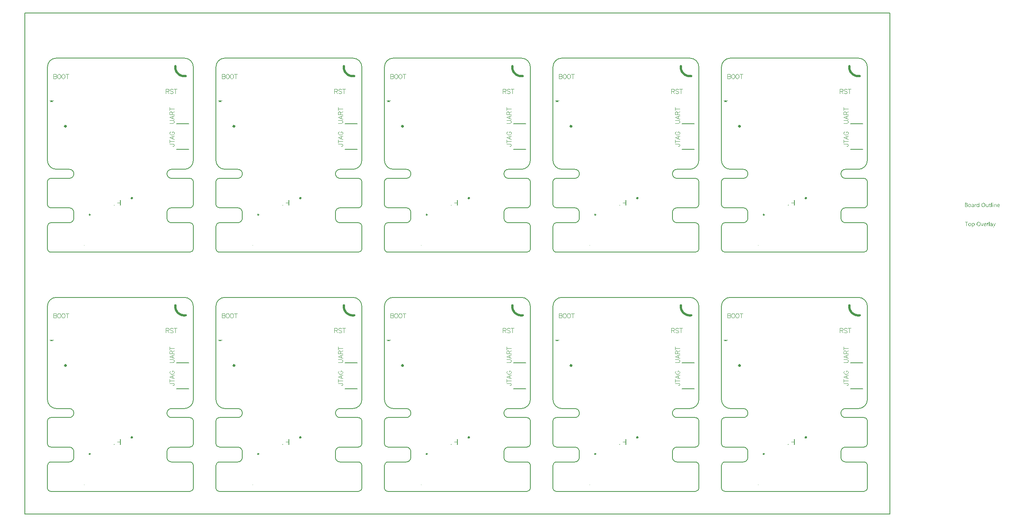
<source format=gto>
G04*
G04 #@! TF.GenerationSoftware,Altium Limited,Altium Designer,21.6.1 (37)*
G04*
G04 Layer_Color=65535*
%FSAX25Y25*%
%MOIN*%
G70*
G04*
G04 #@! TF.SameCoordinates,92E81899-9559-4C3A-BF10-9AA04FA96A9E*
G04*
G04*
G04 #@! TF.FilePolarity,Positive*
G04*
G01*
G75*
%ADD40C,0.01968*%
%ADD41C,0.00787*%
%ADD59C,0.00984*%
%ADD62C,0.00394*%
%ADD63C,0.01575*%
%ADD64C,0.00591*%
G36*
X0699725Y0372250D02*
X0699810Y0372238D01*
X0699867Y0372226D01*
X0699867Y0372227D01*
X0699867D01*
X0699870Y0372226D01*
X0699870D01*
X0699870Y0372225D01*
X0699897Y0372219D01*
X0699979Y0372193D01*
X0700058Y0372161D01*
X0700134Y0372121D01*
X0700207Y0372075D01*
X0700275Y0372023D01*
X0700338Y0371965D01*
X0700396Y0371901D01*
X0700448Y0371833D01*
X0700494Y0371761D01*
X0700534Y0371685D01*
X0700567Y0371605D01*
X0700593Y0371524D01*
X0700611Y0371440D01*
X0700622Y0371355D01*
X0700626Y0371269D01*
X0700622Y0371183D01*
X0700620Y0371163D01*
X0700621Y0371163D01*
X0700620Y0371163D01*
X0700612Y0371095D01*
X0700594Y0370870D01*
X0700583Y0370645D01*
X0700579Y0370419D01*
X0700583Y0370194D01*
X0700594Y0369968D01*
X0700612Y0369744D01*
X0700638Y0369520D01*
X0700671Y0369297D01*
X0700712Y0369075D01*
X0700759Y0368854D01*
X0700814Y0368636D01*
X0700876Y0368419D01*
X0700945Y0368204D01*
X0701021Y0367992D01*
X0701104Y0367782D01*
X0701194Y0367575D01*
X0701290Y0367371D01*
X0701393Y0367171D01*
X0701503Y0366973D01*
X0701618Y0366780D01*
X0701741Y0366591D01*
X0701869Y0366405D01*
X0702003Y0366224D01*
X0702143Y0366047D01*
X0702289Y0365875D01*
X0702441Y0365708D01*
X0702598Y0365546D01*
X0702760Y0365389D01*
X0702927Y0365238D01*
X0703099Y0365092D01*
X0703275Y0364952D01*
X0703456Y0364818D01*
X0703642Y0364689D01*
X0703831Y0364567D01*
X0704025Y0364451D01*
X0704222Y0364342D01*
X0704423Y0364239D01*
X0704627Y0364142D01*
X0704833Y0364053D01*
X0705043Y0363970D01*
X0705255Y0363894D01*
X0705470Y0363825D01*
X0705687Y0363763D01*
X0705906Y0363708D01*
X0706126Y0363660D01*
X0706348Y0363620D01*
X0706571Y0363587D01*
X0706795Y0363561D01*
X0707020Y0363543D01*
X0707245Y0363532D01*
X0707471Y0363528D01*
X0707696Y0363532D01*
X0707921Y0363543D01*
X0708146Y0363561D01*
X0708370Y0363587D01*
X0708481Y0363603D01*
X0708481Y0363602D01*
X0708539Y0363610D01*
X0708625Y0363614D01*
X0708710Y0363610D01*
X0708796Y0363599D01*
X0708879Y0363580D01*
X0708961Y0363555D01*
X0709040Y0363522D01*
X0709117Y0363482D01*
X0709189Y0363436D01*
X0709257Y0363384D01*
X0709320Y0363326D01*
X0709378Y0363263D01*
X0709431Y0363194D01*
X0709477Y0363122D01*
X0709516Y0363046D01*
X0709549Y0362967D01*
X0709572Y0362895D01*
X0709572Y0362895D01*
Y0362895D01*
X0709573Y0362894D01*
X0709572Y0362894D01*
X0709575Y0362883D01*
X0709594Y0362800D01*
X0709605Y0362714D01*
X0709609Y0362629D01*
X0709605Y0362543D01*
X0709594Y0362458D01*
X0709575Y0362374D01*
X0709550Y0362292D01*
X0709517Y0362213D01*
X0709477Y0362137D01*
X0709431Y0362065D01*
X0709379Y0361996D01*
X0709321Y0361933D01*
X0709258Y0361875D01*
X0709189Y0361823D01*
X0709117Y0361777D01*
X0709041Y0361737D01*
X0708962Y0361704D01*
X0708880Y0361679D01*
X0708796Y0361660D01*
X0708770Y0361656D01*
X0708770Y0361656D01*
X0708751Y0361653D01*
X0708495Y0361619D01*
X0708239Y0361593D01*
X0707982Y0361574D01*
X0707725Y0361563D01*
X0707467Y0361559D01*
X0707209Y0361563D01*
X0706952Y0361574D01*
X0706695Y0361593D01*
X0706439Y0361619D01*
X0706183Y0361653D01*
X0705929Y0361694D01*
X0705676Y0361742D01*
X0705424Y0361798D01*
X0705174Y0361861D01*
X0704927Y0361931D01*
X0704681Y0362009D01*
X0704437Y0362094D01*
X0704197Y0362185D01*
X0703959Y0362284D01*
X0703723Y0362389D01*
X0703492Y0362502D01*
X0703263Y0362620D01*
X0703038Y0362746D01*
X0702817Y0362878D01*
X0702600Y0363017D01*
X0702386Y0363161D01*
X0702177Y0363312D01*
X0701973Y0363469D01*
X0701773Y0363632D01*
X0701578Y0363800D01*
X0701388Y0363974D01*
X0701204Y0364154D01*
X0701024Y0364338D01*
X0700850Y0364528D01*
X0700682Y0364723D01*
X0700519Y0364923D01*
X0700362Y0365128D01*
X0700211Y0365336D01*
X0700067Y0365550D01*
X0699928Y0365767D01*
X0699796Y0365988D01*
X0699670Y0366213D01*
X0699551Y0366442D01*
X0699439Y0366674D01*
X0699334Y0366909D01*
X0699235Y0367147D01*
X0699144Y0367388D01*
X0699059Y0367631D01*
X0698981Y0367877D01*
X0698911Y0368125D01*
X0698848Y0368374D01*
X0698792Y0368626D01*
X0698744Y0368879D01*
X0698703Y0369133D01*
X0698669Y0369389D01*
X0698643Y0369645D01*
X0698624Y0369902D01*
X0698613Y0370160D01*
X0698609Y0370417D01*
X0698613Y0370675D01*
X0698624Y0370932D01*
X0698643Y0371189D01*
X0698662Y0371376D01*
X0698662Y0371376D01*
X0698670Y0371441D01*
X0698689Y0371524D01*
X0698715Y0371606D01*
X0698748Y0371686D01*
X0698787Y0371762D01*
X0698834Y0371834D01*
X0698886Y0371902D01*
X0698944Y0371965D01*
X0699007Y0372023D01*
X0699075Y0372076D01*
X0699147Y0372122D01*
X0699224Y0372161D01*
X0699303Y0372194D01*
X0699385Y0372220D01*
X0699468Y0372238D01*
X0699553Y0372250D01*
X0699639Y0372253D01*
X0699725Y0372250D01*
D02*
G37*
G36*
X0552721D02*
X0552806Y0372238D01*
X0552863Y0372226D01*
X0552863Y0372227D01*
X0552863D01*
X0552866Y0372226D01*
X0552866D01*
X0552866Y0372225D01*
X0552893Y0372219D01*
X0552975Y0372193D01*
X0553054Y0372161D01*
X0553130Y0372121D01*
X0553203Y0372075D01*
X0553271Y0372023D01*
X0553334Y0371965D01*
X0553392Y0371901D01*
X0553444Y0371833D01*
X0553490Y0371761D01*
X0553530Y0371685D01*
X0553563Y0371605D01*
X0553589Y0371524D01*
X0553607Y0371440D01*
X0553618Y0371355D01*
X0553622Y0371269D01*
X0553618Y0371183D01*
X0553616Y0371163D01*
X0553617Y0371163D01*
X0553616Y0371163D01*
X0553609Y0371095D01*
X0553590Y0370870D01*
X0553579Y0370645D01*
X0553575Y0370419D01*
X0553579Y0370194D01*
X0553590Y0369968D01*
X0553609Y0369744D01*
X0553634Y0369520D01*
X0553667Y0369297D01*
X0553708Y0369075D01*
X0553755Y0368854D01*
X0553810Y0368636D01*
X0553872Y0368419D01*
X0553941Y0368204D01*
X0554017Y0367992D01*
X0554100Y0367782D01*
X0554190Y0367575D01*
X0554286Y0367371D01*
X0554389Y0367171D01*
X0554499Y0366973D01*
X0554614Y0366780D01*
X0554737Y0366591D01*
X0554865Y0366405D01*
X0554999Y0366224D01*
X0555140Y0366047D01*
X0555286Y0365875D01*
X0555437Y0365708D01*
X0555594Y0365546D01*
X0555756Y0365389D01*
X0555923Y0365238D01*
X0556095Y0365092D01*
X0556271Y0364952D01*
X0556453Y0364818D01*
X0556638Y0364689D01*
X0556827Y0364567D01*
X0557021Y0364451D01*
X0557218Y0364342D01*
X0557419Y0364239D01*
X0557622Y0364142D01*
X0557829Y0364053D01*
X0558039Y0363970D01*
X0558251Y0363894D01*
X0558466Y0363825D01*
X0558683Y0363763D01*
X0558902Y0363708D01*
X0559122Y0363660D01*
X0559344Y0363620D01*
X0559567Y0363587D01*
X0559791Y0363561D01*
X0560016Y0363543D01*
X0560241Y0363532D01*
X0560466Y0363528D01*
X0560692Y0363532D01*
X0560917Y0363543D01*
X0561142Y0363561D01*
X0561366Y0363587D01*
X0561477Y0363603D01*
X0561477Y0363602D01*
X0561535Y0363610D01*
X0561621Y0363614D01*
X0561707Y0363610D01*
X0561792Y0363599D01*
X0561875Y0363580D01*
X0561957Y0363555D01*
X0562037Y0363522D01*
X0562113Y0363482D01*
X0562185Y0363436D01*
X0562253Y0363384D01*
X0562316Y0363326D01*
X0562374Y0363263D01*
X0562427Y0363194D01*
X0562473Y0363122D01*
X0562512Y0363046D01*
X0562545Y0362967D01*
X0562568Y0362895D01*
X0562568Y0362895D01*
Y0362895D01*
X0562569Y0362894D01*
X0562568Y0362894D01*
X0562571Y0362883D01*
X0562590Y0362800D01*
X0562601Y0362714D01*
X0562605Y0362629D01*
X0562601Y0362543D01*
X0562590Y0362458D01*
X0562571Y0362374D01*
X0562546Y0362292D01*
X0562513Y0362213D01*
X0562473Y0362137D01*
X0562427Y0362065D01*
X0562375Y0361996D01*
X0562317Y0361933D01*
X0562254Y0361875D01*
X0562185Y0361823D01*
X0562113Y0361777D01*
X0562037Y0361737D01*
X0561958Y0361704D01*
X0561876Y0361679D01*
X0561792Y0361660D01*
X0561766Y0361656D01*
X0561766Y0361656D01*
X0561747Y0361653D01*
X0561491Y0361619D01*
X0561235Y0361593D01*
X0560978Y0361574D01*
X0560721Y0361563D01*
X0560463Y0361559D01*
X0560205Y0361563D01*
X0559948Y0361574D01*
X0559691Y0361593D01*
X0559435Y0361619D01*
X0559179Y0361653D01*
X0558925Y0361694D01*
X0558672Y0361742D01*
X0558420Y0361798D01*
X0558171Y0361861D01*
X0557923Y0361931D01*
X0557677Y0362009D01*
X0557434Y0362094D01*
X0557193Y0362185D01*
X0556955Y0362284D01*
X0556720Y0362389D01*
X0556488Y0362502D01*
X0556259Y0362620D01*
X0556034Y0362746D01*
X0555813Y0362878D01*
X0555596Y0363017D01*
X0555382Y0363161D01*
X0555174Y0363312D01*
X0554969Y0363469D01*
X0554769Y0363632D01*
X0554574Y0363800D01*
X0554385Y0363974D01*
X0554200Y0364154D01*
X0554020Y0364338D01*
X0553846Y0364528D01*
X0553678Y0364723D01*
X0553515Y0364923D01*
X0553358Y0365128D01*
X0553207Y0365336D01*
X0553062Y0365550D01*
X0552924Y0365767D01*
X0552792Y0365988D01*
X0552666Y0366213D01*
X0552548Y0366442D01*
X0552435Y0366674D01*
X0552330Y0366909D01*
X0552231Y0367147D01*
X0552140Y0367388D01*
X0552055Y0367631D01*
X0551977Y0367877D01*
X0551907Y0368125D01*
X0551844Y0368374D01*
X0551788Y0368626D01*
X0551740Y0368879D01*
X0551699Y0369133D01*
X0551665Y0369389D01*
X0551639Y0369645D01*
X0551620Y0369902D01*
X0551609Y0370160D01*
X0551605Y0370417D01*
X0551609Y0370675D01*
X0551620Y0370932D01*
X0551639Y0371189D01*
X0551658Y0371376D01*
X0551658Y0371376D01*
X0551667Y0371441D01*
X0551685Y0371524D01*
X0551711Y0371606D01*
X0551744Y0371686D01*
X0551783Y0371762D01*
X0551829Y0371834D01*
X0551882Y0371902D01*
X0551940Y0371965D01*
X0552003Y0372023D01*
X0552071Y0372076D01*
X0552143Y0372122D01*
X0552220Y0372161D01*
X0552299Y0372194D01*
X0552381Y0372220D01*
X0552464Y0372238D01*
X0552550Y0372250D01*
X0552635Y0372253D01*
X0552721Y0372250D01*
D02*
G37*
G36*
X0405717D02*
X0405802Y0372238D01*
X0405859Y0372226D01*
X0405859Y0372227D01*
X0405859D01*
X0405863Y0372226D01*
X0405863D01*
X0405862Y0372225D01*
X0405889Y0372219D01*
X0405971Y0372193D01*
X0406050Y0372161D01*
X0406126Y0372121D01*
X0406199Y0372075D01*
X0406267Y0372023D01*
X0406330Y0371965D01*
X0406388Y0371901D01*
X0406440Y0371833D01*
X0406487Y0371761D01*
X0406526Y0371685D01*
X0406559Y0371605D01*
X0406585Y0371524D01*
X0406603Y0371440D01*
X0406614Y0371355D01*
X0406618Y0371269D01*
X0406614Y0371183D01*
X0406612Y0371163D01*
X0406613Y0371163D01*
X0406612Y0371163D01*
X0406605Y0371095D01*
X0406586Y0370870D01*
X0406575Y0370645D01*
X0406571Y0370419D01*
X0406575Y0370194D01*
X0406586Y0369968D01*
X0406605Y0369744D01*
X0406630Y0369520D01*
X0406663Y0369297D01*
X0406704Y0369075D01*
X0406751Y0368854D01*
X0406806Y0368636D01*
X0406868Y0368419D01*
X0406937Y0368204D01*
X0407013Y0367992D01*
X0407096Y0367782D01*
X0407186Y0367575D01*
X0407282Y0367371D01*
X0407385Y0367171D01*
X0407495Y0366973D01*
X0407611Y0366780D01*
X0407733Y0366591D01*
X0407861Y0366405D01*
X0407995Y0366224D01*
X0408136Y0366047D01*
X0408282Y0365875D01*
X0408433Y0365708D01*
X0408590Y0365546D01*
X0408752Y0365389D01*
X0408919Y0365238D01*
X0409091Y0365092D01*
X0409268Y0364952D01*
X0409449Y0364818D01*
X0409634Y0364689D01*
X0409824Y0364567D01*
X0410017Y0364451D01*
X0410214Y0364342D01*
X0410415Y0364239D01*
X0410618Y0364142D01*
X0410825Y0364053D01*
X0411035Y0363970D01*
X0411247Y0363894D01*
X0411462Y0363825D01*
X0411679Y0363763D01*
X0411898Y0363708D01*
X0412118Y0363660D01*
X0412340Y0363620D01*
X0412563Y0363587D01*
X0412787Y0363561D01*
X0413012Y0363543D01*
X0413237Y0363532D01*
X0413463Y0363528D01*
X0413688Y0363532D01*
X0413913Y0363543D01*
X0414138Y0363561D01*
X0414362Y0363587D01*
X0414473Y0363603D01*
X0414473Y0363602D01*
X0414531Y0363610D01*
X0414617Y0363614D01*
X0414703Y0363610D01*
X0414788Y0363599D01*
X0414872Y0363580D01*
X0414953Y0363555D01*
X0415033Y0363522D01*
X0415109Y0363482D01*
X0415181Y0363436D01*
X0415249Y0363384D01*
X0415312Y0363326D01*
X0415370Y0363263D01*
X0415423Y0363194D01*
X0415469Y0363122D01*
X0415508Y0363046D01*
X0415541Y0362967D01*
X0415564Y0362895D01*
X0415564Y0362895D01*
Y0362895D01*
X0415565Y0362894D01*
X0415564Y0362894D01*
X0415567Y0362883D01*
X0415586Y0362800D01*
X0415597Y0362714D01*
X0415601Y0362629D01*
X0415597Y0362543D01*
X0415586Y0362458D01*
X0415567Y0362374D01*
X0415542Y0362292D01*
X0415509Y0362213D01*
X0415469Y0362137D01*
X0415423Y0362065D01*
X0415371Y0361996D01*
X0415313Y0361933D01*
X0415250Y0361875D01*
X0415181Y0361823D01*
X0415109Y0361777D01*
X0415033Y0361737D01*
X0414954Y0361704D01*
X0414872Y0361679D01*
X0414788Y0361660D01*
X0414762Y0361656D01*
X0414762Y0361656D01*
X0414743Y0361653D01*
X0414487Y0361619D01*
X0414231Y0361593D01*
X0413974Y0361574D01*
X0413717Y0361563D01*
X0413459Y0361559D01*
X0413201Y0361563D01*
X0412944Y0361574D01*
X0412687Y0361593D01*
X0412431Y0361619D01*
X0412175Y0361653D01*
X0411921Y0361694D01*
X0411668Y0361742D01*
X0411416Y0361798D01*
X0411166Y0361861D01*
X0410919Y0361931D01*
X0410673Y0362009D01*
X0410429Y0362094D01*
X0410189Y0362185D01*
X0409951Y0362284D01*
X0409716Y0362389D01*
X0409484Y0362502D01*
X0409255Y0362620D01*
X0409030Y0362746D01*
X0408809Y0362878D01*
X0408592Y0363017D01*
X0408379Y0363161D01*
X0408170Y0363312D01*
X0407965Y0363469D01*
X0407765Y0363632D01*
X0407571Y0363800D01*
X0407380Y0363974D01*
X0407196Y0364154D01*
X0407016Y0364338D01*
X0406842Y0364528D01*
X0406674Y0364723D01*
X0406511Y0364923D01*
X0406354Y0365128D01*
X0406203Y0365336D01*
X0406059Y0365550D01*
X0405920Y0365767D01*
X0405788Y0365988D01*
X0405662Y0366213D01*
X0405544Y0366442D01*
X0405431Y0366674D01*
X0405326Y0366909D01*
X0405227Y0367147D01*
X0405135Y0367388D01*
X0405051Y0367631D01*
X0404974Y0367877D01*
X0404903Y0368125D01*
X0404840Y0368374D01*
X0404784Y0368626D01*
X0404736Y0368879D01*
X0404695Y0369133D01*
X0404661Y0369389D01*
X0404635Y0369645D01*
X0404616Y0369902D01*
X0404605Y0370160D01*
X0404601Y0370417D01*
X0404605Y0370675D01*
X0404616Y0370932D01*
X0404635Y0371189D01*
X0404654Y0371376D01*
X0404654Y0371376D01*
X0404663Y0371441D01*
X0404681Y0371524D01*
X0404707Y0371606D01*
X0404740Y0371686D01*
X0404779Y0371762D01*
X0404825Y0371834D01*
X0404878Y0371902D01*
X0404936Y0371965D01*
X0404999Y0372023D01*
X0405067Y0372076D01*
X0405139Y0372122D01*
X0405216Y0372161D01*
X0405295Y0372194D01*
X0405377Y0372220D01*
X0405461Y0372238D01*
X0405546Y0372250D01*
X0405631Y0372253D01*
X0405717Y0372250D01*
D02*
G37*
G36*
X0258713D02*
X0258798Y0372238D01*
X0258855Y0372226D01*
X0258855Y0372227D01*
X0258855D01*
X0258858Y0372226D01*
X0258858D01*
X0258858Y0372225D01*
X0258885Y0372219D01*
X0258967Y0372193D01*
X0259046Y0372161D01*
X0259122Y0372121D01*
X0259195Y0372075D01*
X0259263Y0372023D01*
X0259326Y0371965D01*
X0259384Y0371901D01*
X0259436Y0371833D01*
X0259483Y0371761D01*
X0259522Y0371685D01*
X0259555Y0371605D01*
X0259581Y0371524D01*
X0259599Y0371440D01*
X0259611Y0371355D01*
X0259614Y0371269D01*
X0259611Y0371183D01*
X0259608Y0371163D01*
X0259609Y0371163D01*
X0259609Y0371163D01*
X0259601Y0371095D01*
X0259582Y0370870D01*
X0259571Y0370645D01*
X0259567Y0370419D01*
X0259571Y0370194D01*
X0259582Y0369968D01*
X0259601Y0369744D01*
X0259626Y0369520D01*
X0259660Y0369297D01*
X0259700Y0369075D01*
X0259747Y0368854D01*
X0259802Y0368636D01*
X0259864Y0368419D01*
X0259933Y0368204D01*
X0260009Y0367992D01*
X0260092Y0367782D01*
X0260182Y0367575D01*
X0260278Y0367371D01*
X0260381Y0367171D01*
X0260491Y0366973D01*
X0260607Y0366780D01*
X0260729Y0366591D01*
X0260857Y0366405D01*
X0260992Y0366224D01*
X0261132Y0366047D01*
X0261278Y0365875D01*
X0261429Y0365708D01*
X0261586Y0365546D01*
X0261748Y0365389D01*
X0261915Y0365238D01*
X0262087Y0365092D01*
X0262263Y0364952D01*
X0262445Y0364818D01*
X0262630Y0364689D01*
X0262820Y0364567D01*
X0263013Y0364451D01*
X0263210Y0364342D01*
X0263411Y0364239D01*
X0263615Y0364142D01*
X0263822Y0364053D01*
X0264031Y0363970D01*
X0264244Y0363894D01*
X0264458Y0363825D01*
X0264675Y0363763D01*
X0264894Y0363708D01*
X0265114Y0363660D01*
X0265336Y0363620D01*
X0265559Y0363587D01*
X0265783Y0363561D01*
X0266008Y0363543D01*
X0266233Y0363532D01*
X0266459Y0363528D01*
X0266684Y0363532D01*
X0266909Y0363543D01*
X0267134Y0363561D01*
X0267358Y0363587D01*
X0267469Y0363603D01*
X0267469Y0363602D01*
X0267527Y0363610D01*
X0267613Y0363614D01*
X0267699Y0363610D01*
X0267784Y0363599D01*
X0267867Y0363580D01*
X0267949Y0363555D01*
X0268029Y0363522D01*
X0268105Y0363482D01*
X0268177Y0363436D01*
X0268245Y0363384D01*
X0268308Y0363326D01*
X0268367Y0363263D01*
X0268419Y0363194D01*
X0268465Y0363122D01*
X0268504Y0363046D01*
X0268537Y0362967D01*
X0268560Y0362895D01*
X0268560Y0362895D01*
Y0362895D01*
X0268561Y0362894D01*
X0268560Y0362894D01*
X0268564Y0362883D01*
X0268582Y0362800D01*
X0268593Y0362714D01*
X0268597Y0362629D01*
X0268593Y0362543D01*
X0268582Y0362458D01*
X0268564Y0362374D01*
X0268538Y0362292D01*
X0268505Y0362213D01*
X0268465Y0362137D01*
X0268419Y0362065D01*
X0268367Y0361996D01*
X0268309Y0361933D01*
X0268246Y0361875D01*
X0268178Y0361823D01*
X0268105Y0361777D01*
X0268029Y0361737D01*
X0267950Y0361704D01*
X0267868Y0361679D01*
X0267784Y0361660D01*
X0267758Y0361656D01*
X0267758Y0361656D01*
X0267739Y0361653D01*
X0267483Y0361619D01*
X0267227Y0361593D01*
X0266970Y0361574D01*
X0266713Y0361563D01*
X0266455Y0361559D01*
X0266197Y0361563D01*
X0265940Y0361574D01*
X0265683Y0361593D01*
X0265427Y0361619D01*
X0265171Y0361653D01*
X0264917Y0361694D01*
X0264664Y0361742D01*
X0264412Y0361798D01*
X0264163Y0361861D01*
X0263915Y0361931D01*
X0263669Y0362009D01*
X0263426Y0362094D01*
X0263185Y0362185D01*
X0262947Y0362284D01*
X0262712Y0362389D01*
X0262480Y0362502D01*
X0262251Y0362620D01*
X0262026Y0362746D01*
X0261805Y0362878D01*
X0261588Y0363017D01*
X0261374Y0363161D01*
X0261166Y0363312D01*
X0260961Y0363469D01*
X0260761Y0363632D01*
X0260566Y0363800D01*
X0260377Y0363974D01*
X0260192Y0364154D01*
X0260012Y0364338D01*
X0259838Y0364528D01*
X0259670Y0364723D01*
X0259507Y0364923D01*
X0259350Y0365128D01*
X0259199Y0365336D01*
X0259055Y0365550D01*
X0258916Y0365767D01*
X0258784Y0365988D01*
X0258659Y0366213D01*
X0258540Y0366442D01*
X0258427Y0366674D01*
X0258322Y0366909D01*
X0258223Y0367147D01*
X0258132Y0367388D01*
X0258047Y0367631D01*
X0257969Y0367877D01*
X0257899Y0368125D01*
X0257836Y0368374D01*
X0257780Y0368626D01*
X0257732Y0368879D01*
X0257691Y0369133D01*
X0257657Y0369389D01*
X0257631Y0369645D01*
X0257612Y0369902D01*
X0257601Y0370160D01*
X0257597Y0370417D01*
X0257601Y0370675D01*
X0257612Y0370932D01*
X0257631Y0371189D01*
X0257650Y0371376D01*
X0257650Y0371376D01*
X0257659Y0371441D01*
X0257677Y0371524D01*
X0257703Y0371606D01*
X0257736Y0371686D01*
X0257775Y0371762D01*
X0257822Y0371834D01*
X0257874Y0371902D01*
X0257932Y0371965D01*
X0257995Y0372023D01*
X0258063Y0372076D01*
X0258136Y0372122D01*
X0258212Y0372161D01*
X0258291Y0372194D01*
X0258373Y0372220D01*
X0258457Y0372238D01*
X0258542Y0372250D01*
X0258627Y0372253D01*
X0258713Y0372250D01*
D02*
G37*
G36*
X0111709D02*
X0111794Y0372238D01*
X0111851Y0372226D01*
X0111851Y0372227D01*
X0111851D01*
X0111855Y0372226D01*
X0111855D01*
X0111854Y0372225D01*
X0111881Y0372219D01*
X0111963Y0372193D01*
X0112042Y0372161D01*
X0112118Y0372121D01*
X0112191Y0372075D01*
X0112259Y0372023D01*
X0112322Y0371965D01*
X0112380Y0371901D01*
X0112432Y0371833D01*
X0112478Y0371761D01*
X0112518Y0371685D01*
X0112551Y0371605D01*
X0112577Y0371524D01*
X0112595Y0371440D01*
X0112607Y0371355D01*
X0112610Y0371269D01*
X0112607Y0371183D01*
X0112604Y0371163D01*
X0112605Y0371163D01*
X0112604Y0371163D01*
X0112597Y0371095D01*
X0112578Y0370870D01*
X0112567Y0370645D01*
X0112564Y0370419D01*
X0112567Y0370194D01*
X0112578Y0369968D01*
X0112597Y0369744D01*
X0112622Y0369520D01*
X0112655Y0369297D01*
X0112696Y0369075D01*
X0112743Y0368854D01*
X0112798Y0368636D01*
X0112860Y0368419D01*
X0112929Y0368204D01*
X0113005Y0367992D01*
X0113088Y0367782D01*
X0113178Y0367575D01*
X0113274Y0367371D01*
X0113377Y0367171D01*
X0113487Y0366973D01*
X0113603Y0366780D01*
X0113725Y0366591D01*
X0113853Y0366405D01*
X0113988Y0366224D01*
X0114128Y0366047D01*
X0114274Y0365875D01*
X0114425Y0365708D01*
X0114582Y0365546D01*
X0114744Y0365389D01*
X0114911Y0365238D01*
X0115083Y0365092D01*
X0115260Y0364952D01*
X0115441Y0364818D01*
X0115626Y0364689D01*
X0115816Y0364567D01*
X0116009Y0364451D01*
X0116206Y0364342D01*
X0116407Y0364239D01*
X0116611Y0364142D01*
X0116817Y0364053D01*
X0117027Y0363970D01*
X0117240Y0363894D01*
X0117454Y0363825D01*
X0117671Y0363763D01*
X0117890Y0363708D01*
X0118110Y0363660D01*
X0118332Y0363620D01*
X0118555Y0363587D01*
X0118779Y0363561D01*
X0119004Y0363543D01*
X0119229Y0363532D01*
X0119455Y0363528D01*
X0119680Y0363532D01*
X0119905Y0363543D01*
X0120130Y0363561D01*
X0120354Y0363587D01*
X0120465Y0363603D01*
X0120465Y0363602D01*
X0120523Y0363610D01*
X0120609Y0363614D01*
X0120695Y0363610D01*
X0120780Y0363599D01*
X0120864Y0363580D01*
X0120945Y0363555D01*
X0121025Y0363522D01*
X0121101Y0363482D01*
X0121173Y0363436D01*
X0121241Y0363384D01*
X0121305Y0363326D01*
X0121362Y0363263D01*
X0121415Y0363194D01*
X0121461Y0363122D01*
X0121501Y0363046D01*
X0121533Y0362967D01*
X0121556Y0362895D01*
X0121556Y0362895D01*
Y0362895D01*
X0121557Y0362894D01*
X0121556Y0362894D01*
X0121560Y0362883D01*
X0121578Y0362800D01*
X0121589Y0362714D01*
X0121593Y0362629D01*
X0121589Y0362543D01*
X0121578Y0362458D01*
X0121560Y0362374D01*
X0121534Y0362292D01*
X0121501Y0362213D01*
X0121461Y0362137D01*
X0121415Y0362065D01*
X0121363Y0361996D01*
X0121305Y0361933D01*
X0121242Y0361875D01*
X0121174Y0361823D01*
X0121101Y0361777D01*
X0121025Y0361737D01*
X0120946Y0361704D01*
X0120864Y0361679D01*
X0120780Y0361660D01*
X0120754Y0361656D01*
X0120754Y0361656D01*
X0120735Y0361653D01*
X0120479Y0361619D01*
X0120223Y0361593D01*
X0119966Y0361574D01*
X0119709Y0361563D01*
X0119451Y0361559D01*
X0119193Y0361563D01*
X0118936Y0361574D01*
X0118679Y0361593D01*
X0118423Y0361619D01*
X0118167Y0361653D01*
X0117913Y0361694D01*
X0117660Y0361742D01*
X0117408Y0361798D01*
X0117159Y0361861D01*
X0116911Y0361931D01*
X0116665Y0362009D01*
X0116422Y0362094D01*
X0116181Y0362185D01*
X0115943Y0362284D01*
X0115708Y0362389D01*
X0115476Y0362502D01*
X0115247Y0362620D01*
X0115022Y0362746D01*
X0114801Y0362878D01*
X0114584Y0363017D01*
X0114371Y0363161D01*
X0114162Y0363312D01*
X0113957Y0363469D01*
X0113758Y0363632D01*
X0113563Y0363800D01*
X0113373Y0363974D01*
X0113188Y0364154D01*
X0113008Y0364338D01*
X0112834Y0364528D01*
X0112666Y0364723D01*
X0112503Y0364923D01*
X0112346Y0365128D01*
X0112195Y0365336D01*
X0112051Y0365550D01*
X0111912Y0365767D01*
X0111780Y0365988D01*
X0111655Y0366213D01*
X0111536Y0366442D01*
X0111423Y0366674D01*
X0111318Y0366909D01*
X0111219Y0367147D01*
X0111128Y0367388D01*
X0111043Y0367631D01*
X0110966Y0367877D01*
X0110895Y0368125D01*
X0110832Y0368374D01*
X0110776Y0368626D01*
X0110728Y0368879D01*
X0110687Y0369133D01*
X0110653Y0369389D01*
X0110627Y0369645D01*
X0110608Y0369902D01*
X0110597Y0370160D01*
X0110593Y0370417D01*
X0110597Y0370675D01*
X0110608Y0370932D01*
X0110627Y0371189D01*
X0110646Y0371376D01*
X0110646Y0371376D01*
X0110655Y0371441D01*
X0110673Y0371524D01*
X0110699Y0371606D01*
X0110732Y0371686D01*
X0110772Y0371762D01*
X0110818Y0371834D01*
X0110870Y0371902D01*
X0110928Y0371965D01*
X0110991Y0372023D01*
X0111059Y0372076D01*
X0111132Y0372122D01*
X0111208Y0372161D01*
X0111287Y0372194D01*
X0111369Y0372220D01*
X0111453Y0372238D01*
X0111538Y0372250D01*
X0111623Y0372253D01*
X0111709Y0372250D01*
D02*
G37*
G36*
X0593211Y0340020D02*
X0590061D01*
X0591636Y0341201D01*
X0593211Y0340020D01*
D02*
G37*
G36*
X0446207D02*
X0443057D01*
X0444632Y0341201D01*
X0446207Y0340020D01*
D02*
G37*
G36*
X0299203D02*
X0296053D01*
X0297628Y0341201D01*
X0299203Y0340020D01*
D02*
G37*
G36*
X0152199D02*
X0149049D01*
X0150624Y0341201D01*
X0152199Y0340020D01*
D02*
G37*
G36*
X0005195D02*
X0002045D01*
X0003620Y0341201D01*
X0005195Y0340020D01*
D02*
G37*
G36*
X0824898Y0251948D02*
X0824923D01*
X0824979Y0251924D01*
X0825010Y0251905D01*
X0825040Y0251880D01*
X0825047Y0251874D01*
X0825053Y0251868D01*
X0825084Y0251831D01*
X0825109Y0251769D01*
X0825115Y0251732D01*
X0825121Y0251695D01*
Y0251689D01*
Y0251676D01*
X0825115Y0251658D01*
X0825109Y0251633D01*
X0825090Y0251571D01*
X0825065Y0251540D01*
X0825040Y0251509D01*
X0825034D01*
X0825028Y0251497D01*
X0824991Y0251472D01*
X0824935Y0251447D01*
X0824898Y0251441D01*
X0824861Y0251435D01*
X0824842D01*
X0824824Y0251441D01*
X0824799D01*
X0824737Y0251466D01*
X0824706Y0251478D01*
X0824675Y0251503D01*
Y0251509D01*
X0824663Y0251515D01*
X0824650Y0251534D01*
X0824638Y0251552D01*
X0824613Y0251614D01*
X0824607Y0251651D01*
X0824601Y0251695D01*
Y0251701D01*
Y0251713D01*
X0824607Y0251732D01*
X0824613Y0251763D01*
X0824632Y0251818D01*
X0824650Y0251850D01*
X0824675Y0251880D01*
X0824681Y0251887D01*
X0824688Y0251893D01*
X0824725Y0251918D01*
X0824787Y0251942D01*
X0824824Y0251955D01*
X0824879D01*
X0824898Y0251948D01*
D02*
G37*
G36*
X0812908Y0248284D02*
X0812506D01*
Y0248705D01*
X0812493D01*
Y0248699D01*
X0812481Y0248686D01*
X0812462Y0248662D01*
X0812444Y0248631D01*
X0812413Y0248594D01*
X0812376Y0248556D01*
X0812332Y0248513D01*
X0812283Y0248470D01*
X0812227Y0248420D01*
X0812159Y0248377D01*
X0812091Y0248340D01*
X0812010Y0248303D01*
X0811930Y0248272D01*
X0811837Y0248247D01*
X0811738Y0248235D01*
X0811633Y0248228D01*
X0811590D01*
X0811552Y0248235D01*
X0811515Y0248241D01*
X0811466Y0248247D01*
X0811360Y0248272D01*
X0811237Y0248309D01*
X0811113Y0248371D01*
X0811045Y0248408D01*
X0810989Y0248451D01*
X0810927Y0248507D01*
X0810872Y0248563D01*
Y0248569D01*
X0810859Y0248581D01*
X0810847Y0248600D01*
X0810828Y0248624D01*
X0810810Y0248656D01*
X0810785Y0248699D01*
X0810760Y0248748D01*
X0810735Y0248804D01*
X0810704Y0248866D01*
X0810680Y0248934D01*
X0810655Y0249008D01*
X0810636Y0249089D01*
X0810618Y0249175D01*
X0810605Y0249274D01*
X0810599Y0249374D01*
X0810593Y0249479D01*
Y0249485D01*
Y0249503D01*
Y0249541D01*
X0810599Y0249584D01*
X0810605Y0249634D01*
X0810612Y0249695D01*
X0810618Y0249763D01*
X0810630Y0249838D01*
X0810667Y0249999D01*
X0810723Y0250166D01*
X0810760Y0250246D01*
X0810803Y0250327D01*
X0810847Y0250401D01*
X0810903Y0250475D01*
X0810909Y0250482D01*
X0810915Y0250494D01*
X0810933Y0250512D01*
X0810958Y0250537D01*
X0810989Y0250562D01*
X0811032Y0250593D01*
X0811076Y0250630D01*
X0811125Y0250667D01*
X0811249Y0250735D01*
X0811392Y0250797D01*
X0811472Y0250816D01*
X0811559Y0250834D01*
X0811645Y0250847D01*
X0811744Y0250853D01*
X0811794D01*
X0811831Y0250847D01*
X0811868Y0250840D01*
X0811918Y0250834D01*
X0812029Y0250803D01*
X0812153Y0250754D01*
X0812215Y0250723D01*
X0812277Y0250680D01*
X0812339Y0250636D01*
X0812394Y0250581D01*
X0812444Y0250519D01*
X0812493Y0250444D01*
X0812506D01*
Y0252004D01*
X0812908D01*
Y0248284D01*
D02*
G37*
G36*
X0827176Y0250847D02*
X0827250Y0250840D01*
X0827343Y0250822D01*
X0827442Y0250791D01*
X0827547Y0250742D01*
X0827653Y0250673D01*
X0827696Y0250636D01*
X0827739Y0250587D01*
X0827752Y0250574D01*
X0827776Y0250537D01*
X0827807Y0250475D01*
X0827851Y0250389D01*
X0827888Y0250283D01*
X0827925Y0250153D01*
X0827950Y0249999D01*
X0827956Y0249819D01*
Y0248284D01*
X0827554D01*
Y0249714D01*
Y0249720D01*
Y0249751D01*
X0827547Y0249788D01*
Y0249838D01*
X0827535Y0249900D01*
X0827523Y0249968D01*
X0827504Y0250042D01*
X0827479Y0250116D01*
X0827448Y0250191D01*
X0827411Y0250259D01*
X0827362Y0250327D01*
X0827306Y0250389D01*
X0827244Y0250438D01*
X0827164Y0250475D01*
X0827077Y0250506D01*
X0826972Y0250512D01*
X0826959D01*
X0826922Y0250506D01*
X0826867Y0250500D01*
X0826798Y0250482D01*
X0826718Y0250457D01*
X0826631Y0250413D01*
X0826551Y0250358D01*
X0826470Y0250283D01*
X0826464Y0250271D01*
X0826439Y0250246D01*
X0826408Y0250197D01*
X0826371Y0250129D01*
X0826334Y0250048D01*
X0826303Y0249949D01*
X0826278Y0249838D01*
X0826272Y0249714D01*
Y0248284D01*
X0825870D01*
Y0250797D01*
X0826272D01*
Y0250376D01*
X0826285D01*
X0826291Y0250382D01*
X0826297Y0250395D01*
X0826316Y0250420D01*
X0826340Y0250451D01*
X0826365Y0250488D01*
X0826402Y0250525D01*
X0826446Y0250568D01*
X0826495Y0250618D01*
X0826551Y0250661D01*
X0826613Y0250704D01*
X0826681Y0250742D01*
X0826755Y0250779D01*
X0826829Y0250810D01*
X0826916Y0250834D01*
X0827009Y0250847D01*
X0827108Y0250853D01*
X0827145D01*
X0827176Y0250847D01*
D02*
G37*
G36*
X0810178Y0250834D02*
X0810252Y0250828D01*
X0810296Y0250816D01*
X0810327Y0250803D01*
Y0250389D01*
X0810321Y0250395D01*
X0810308Y0250401D01*
X0810283Y0250413D01*
X0810252Y0250432D01*
X0810209Y0250444D01*
X0810153Y0250457D01*
X0810092Y0250463D01*
X0810023Y0250469D01*
X0810011D01*
X0809980Y0250463D01*
X0809931Y0250457D01*
X0809875Y0250438D01*
X0809801Y0250407D01*
X0809733Y0250364D01*
X0809658Y0250302D01*
X0809590Y0250221D01*
X0809584Y0250209D01*
X0809565Y0250178D01*
X0809534Y0250122D01*
X0809503Y0250048D01*
X0809473Y0249955D01*
X0809442Y0249838D01*
X0809423Y0249708D01*
X0809417Y0249559D01*
Y0248284D01*
X0809015D01*
Y0250797D01*
X0809417D01*
Y0250277D01*
X0809429D01*
Y0250283D01*
X0809435Y0250290D01*
X0809448Y0250321D01*
X0809466Y0250370D01*
X0809497Y0250432D01*
X0809528Y0250494D01*
X0809578Y0250562D01*
X0809627Y0250630D01*
X0809689Y0250692D01*
X0809695Y0250698D01*
X0809720Y0250717D01*
X0809757Y0250742D01*
X0809807Y0250766D01*
X0809863Y0250791D01*
X0809931Y0250816D01*
X0810005Y0250834D01*
X0810085Y0250840D01*
X0810141D01*
X0810178Y0250834D01*
D02*
G37*
G36*
X0651971Y0249567D02*
X0651478D01*
Y0251732D01*
X0649116D01*
Y0252126D01*
X0651478Y0252126D01*
X0651478Y0254291D01*
X0651971Y0254291D01*
Y0249567D01*
D02*
G37*
G36*
X0504967D02*
X0504475D01*
Y0251732D01*
X0502112D01*
Y0252126D01*
X0504475Y0252126D01*
X0504474Y0254291D01*
X0504967Y0254291D01*
Y0249567D01*
D02*
G37*
G36*
X0357963D02*
X0357471D01*
Y0251732D01*
X0355108D01*
Y0252126D01*
X0357471Y0252126D01*
X0357470Y0254291D01*
X0357963Y0254291D01*
Y0249567D01*
D02*
G37*
G36*
X0210959D02*
X0210467D01*
Y0251732D01*
X0208104D01*
Y0252126D01*
X0210467Y0252126D01*
X0210467Y0254291D01*
X0210959Y0254291D01*
Y0249567D01*
D02*
G37*
G36*
X0063955D02*
X0063463D01*
Y0251732D01*
X0061100D01*
Y0252126D01*
X0063463Y0252126D01*
X0063463Y0254291D01*
X0063955Y0254291D01*
Y0249567D01*
D02*
G37*
G36*
X0820918Y0248284D02*
X0820516D01*
Y0248680D01*
X0820503D01*
Y0248674D01*
X0820491Y0248662D01*
X0820478Y0248637D01*
X0820454Y0248612D01*
X0820398Y0248538D01*
X0820311Y0248457D01*
X0820262Y0248414D01*
X0820206Y0248371D01*
X0820144Y0248334D01*
X0820070Y0248296D01*
X0819996Y0248272D01*
X0819915Y0248247D01*
X0819822Y0248235D01*
X0819729Y0248228D01*
X0819692D01*
X0819649Y0248235D01*
X0819587Y0248247D01*
X0819519Y0248259D01*
X0819445Y0248284D01*
X0819364Y0248315D01*
X0819284Y0248364D01*
X0819197Y0248420D01*
X0819117Y0248488D01*
X0819042Y0248575D01*
X0818974Y0248680D01*
X0818912Y0248798D01*
X0818869Y0248940D01*
X0818844Y0249107D01*
X0818832Y0249194D01*
Y0249293D01*
Y0250797D01*
X0819228D01*
Y0249355D01*
Y0249349D01*
Y0249324D01*
X0819234Y0249281D01*
X0819240Y0249231D01*
X0819247Y0249169D01*
X0819259Y0249107D01*
X0819277Y0249033D01*
X0819302Y0248959D01*
X0819339Y0248885D01*
X0819377Y0248816D01*
X0819426Y0248748D01*
X0819488Y0248686D01*
X0819556Y0248637D01*
X0819637Y0248600D01*
X0819736Y0248569D01*
X0819841Y0248563D01*
X0819853D01*
X0819890Y0248569D01*
X0819946Y0248575D01*
X0820008Y0248587D01*
X0820088Y0248618D01*
X0820169Y0248656D01*
X0820249Y0248705D01*
X0820324Y0248779D01*
X0820330Y0248792D01*
X0820355Y0248816D01*
X0820385Y0248866D01*
X0820423Y0248934D01*
X0820454Y0249014D01*
X0820485Y0249113D01*
X0820509Y0249225D01*
X0820516Y0249349D01*
Y0250797D01*
X0820918D01*
Y0248284D01*
D02*
G37*
G36*
X0825053D02*
X0824650D01*
Y0250797D01*
X0825053D01*
Y0248284D01*
D02*
G37*
G36*
X0823833D02*
X0823431D01*
Y0252004D01*
X0823833D01*
Y0248284D01*
D02*
G37*
G36*
X0807455Y0250847D02*
X0807510Y0250840D01*
X0807578Y0250822D01*
X0807653Y0250803D01*
X0807733Y0250772D01*
X0807820Y0250735D01*
X0807900Y0250686D01*
X0807981Y0250624D01*
X0808055Y0250550D01*
X0808123Y0250457D01*
X0808179Y0250352D01*
X0808222Y0250228D01*
X0808247Y0250085D01*
X0808259Y0249918D01*
Y0248284D01*
X0807857D01*
Y0248674D01*
X0807845D01*
Y0248668D01*
X0807832Y0248656D01*
X0807820Y0248631D01*
X0807795Y0248606D01*
X0807733Y0248532D01*
X0807653Y0248451D01*
X0807541Y0248371D01*
X0807411Y0248296D01*
X0807331Y0248272D01*
X0807250Y0248247D01*
X0807164Y0248235D01*
X0807071Y0248228D01*
X0807034D01*
X0807009Y0248235D01*
X0806941Y0248241D01*
X0806860Y0248253D01*
X0806761Y0248278D01*
X0806668Y0248309D01*
X0806569Y0248358D01*
X0806483Y0248420D01*
X0806477Y0248433D01*
X0806452Y0248457D01*
X0806415Y0248501D01*
X0806378Y0248563D01*
X0806340Y0248637D01*
X0806303Y0248724D01*
X0806279Y0248829D01*
X0806272Y0248946D01*
Y0248953D01*
Y0248977D01*
X0806279Y0249014D01*
X0806285Y0249058D01*
X0806297Y0249113D01*
X0806316Y0249175D01*
X0806340Y0249243D01*
X0806378Y0249312D01*
X0806421Y0249386D01*
X0806477Y0249460D01*
X0806545Y0249528D01*
X0806625Y0249590D01*
X0806718Y0249652D01*
X0806829Y0249702D01*
X0806953Y0249739D01*
X0807102Y0249770D01*
X0807857Y0249875D01*
Y0249881D01*
Y0249900D01*
X0807851Y0249937D01*
Y0249974D01*
X0807838Y0250023D01*
X0807832Y0250079D01*
X0807795Y0250197D01*
X0807764Y0250253D01*
X0807733Y0250308D01*
X0807690Y0250364D01*
X0807640Y0250413D01*
X0807578Y0250457D01*
X0807510Y0250488D01*
X0807430Y0250506D01*
X0807337Y0250512D01*
X0807294D01*
X0807263Y0250506D01*
X0807219D01*
X0807176Y0250494D01*
X0807065Y0250475D01*
X0806941Y0250438D01*
X0806805Y0250382D01*
X0806730Y0250345D01*
X0806662Y0250308D01*
X0806588Y0250259D01*
X0806520Y0250203D01*
Y0250618D01*
X0806526D01*
X0806538Y0250630D01*
X0806557Y0250642D01*
X0806588Y0250655D01*
X0806619Y0250673D01*
X0806662Y0250692D01*
X0806712Y0250711D01*
X0806767Y0250735D01*
X0806891Y0250779D01*
X0807040Y0250816D01*
X0807201Y0250840D01*
X0807374Y0250853D01*
X0807411D01*
X0807455Y0250847D01*
D02*
G37*
G36*
X0801766Y0251794D02*
X0801809D01*
X0801853Y0251788D01*
X0801952Y0251775D01*
X0802069Y0251744D01*
X0802193Y0251707D01*
X0802311Y0251651D01*
X0802416Y0251577D01*
X0802422D01*
X0802428Y0251565D01*
X0802459Y0251540D01*
X0802503Y0251490D01*
X0802552Y0251422D01*
X0802596Y0251336D01*
X0802639Y0251237D01*
X0802670Y0251125D01*
X0802682Y0251063D01*
Y0250995D01*
Y0250989D01*
Y0250983D01*
Y0250946D01*
X0802676Y0250890D01*
X0802664Y0250822D01*
X0802645Y0250735D01*
X0802614Y0250649D01*
X0802577Y0250562D01*
X0802521Y0250475D01*
X0802515Y0250463D01*
X0802490Y0250438D01*
X0802453Y0250401D01*
X0802404Y0250352D01*
X0802342Y0250302D01*
X0802267Y0250246D01*
X0802175Y0250203D01*
X0802075Y0250160D01*
Y0250153D01*
X0802094D01*
X0802113Y0250147D01*
X0802131Y0250141D01*
X0802199Y0250129D01*
X0802280Y0250104D01*
X0802366Y0250067D01*
X0802459Y0250023D01*
X0802552Y0249961D01*
X0802639Y0249881D01*
X0802651Y0249869D01*
X0802676Y0249838D01*
X0802707Y0249794D01*
X0802750Y0249726D01*
X0802787Y0249640D01*
X0802824Y0249541D01*
X0802849Y0249423D01*
X0802855Y0249293D01*
Y0249287D01*
Y0249274D01*
Y0249250D01*
X0802849Y0249219D01*
X0802843Y0249182D01*
X0802837Y0249138D01*
X0802812Y0249033D01*
X0802775Y0248915D01*
X0802719Y0248792D01*
X0802682Y0248736D01*
X0802639Y0248674D01*
X0802583Y0248618D01*
X0802527Y0248563D01*
X0802521D01*
X0802515Y0248550D01*
X0802496Y0248538D01*
X0802472Y0248519D01*
X0802441Y0248501D01*
X0802397Y0248476D01*
X0802305Y0248426D01*
X0802187Y0248371D01*
X0802051Y0248327D01*
X0801890Y0248296D01*
X0801809Y0248290D01*
X0801717Y0248284D01*
X0800689D01*
Y0251800D01*
X0801735D01*
X0801766Y0251794D01*
D02*
G37*
G36*
X0822261Y0250797D02*
X0822899D01*
Y0250451D01*
X0822261D01*
Y0249033D01*
Y0249021D01*
Y0248990D01*
X0822267Y0248946D01*
X0822274Y0248891D01*
X0822298Y0248773D01*
X0822317Y0248717D01*
X0822348Y0248674D01*
X0822354Y0248668D01*
X0822366Y0248656D01*
X0822385Y0248643D01*
X0822416Y0248624D01*
X0822453Y0248600D01*
X0822503Y0248587D01*
X0822564Y0248575D01*
X0822633Y0248569D01*
X0822657D01*
X0822688Y0248575D01*
X0822725Y0248581D01*
X0822812Y0248606D01*
X0822855Y0248624D01*
X0822899Y0248649D01*
Y0248303D01*
X0822892D01*
X0822874Y0248290D01*
X0822843Y0248284D01*
X0822800Y0248272D01*
X0822744Y0248259D01*
X0822682Y0248247D01*
X0822608Y0248241D01*
X0822521Y0248235D01*
X0822490D01*
X0822459Y0248241D01*
X0822416Y0248247D01*
X0822366Y0248259D01*
X0822311Y0248272D01*
X0822255Y0248296D01*
X0822193Y0248327D01*
X0822131Y0248364D01*
X0822069Y0248414D01*
X0822013Y0248470D01*
X0821964Y0248544D01*
X0821921Y0248624D01*
X0821890Y0248724D01*
X0821865Y0248835D01*
X0821859Y0248965D01*
Y0250451D01*
X0821432D01*
Y0250797D01*
X0821859D01*
Y0251410D01*
X0822261Y0251540D01*
Y0250797D01*
D02*
G37*
G36*
X0829788Y0250847D02*
X0829832Y0250840D01*
X0829875Y0250834D01*
X0829986Y0250816D01*
X0830110Y0250772D01*
X0830234Y0250717D01*
X0830296Y0250680D01*
X0830358Y0250636D01*
X0830413Y0250587D01*
X0830469Y0250531D01*
X0830475Y0250525D01*
X0830481Y0250519D01*
X0830494Y0250500D01*
X0830512Y0250475D01*
X0830531Y0250438D01*
X0830556Y0250401D01*
X0830581Y0250358D01*
X0830605Y0250302D01*
X0830630Y0250240D01*
X0830655Y0250178D01*
X0830680Y0250104D01*
X0830698Y0250023D01*
X0830717Y0249937D01*
X0830729Y0249850D01*
X0830741Y0249751D01*
Y0249646D01*
Y0249435D01*
X0828965D01*
Y0249429D01*
Y0249417D01*
Y0249398D01*
X0828971Y0249367D01*
X0828977Y0249330D01*
Y0249293D01*
X0828996Y0249194D01*
X0829027Y0249095D01*
X0829064Y0248984D01*
X0829120Y0248878D01*
X0829188Y0248785D01*
X0829200Y0248773D01*
X0829225Y0248748D01*
X0829274Y0248717D01*
X0829342Y0248674D01*
X0829429Y0248631D01*
X0829528Y0248600D01*
X0829646Y0248575D01*
X0829782Y0248563D01*
X0829825D01*
X0829856Y0248569D01*
X0829893D01*
X0829937Y0248575D01*
X0830042Y0248600D01*
X0830159Y0248631D01*
X0830289Y0248680D01*
X0830426Y0248748D01*
X0830494Y0248792D01*
X0830562Y0248841D01*
Y0248464D01*
X0830556D01*
X0830550Y0248451D01*
X0830531Y0248445D01*
X0830500Y0248426D01*
X0830469Y0248408D01*
X0830432Y0248389D01*
X0830382Y0248371D01*
X0830333Y0248346D01*
X0830271Y0248321D01*
X0830203Y0248303D01*
X0830054Y0248266D01*
X0829881Y0248241D01*
X0829689Y0248228D01*
X0829640D01*
X0829602Y0248235D01*
X0829559Y0248241D01*
X0829503Y0248247D01*
X0829386Y0248272D01*
X0829250Y0248309D01*
X0829113Y0248371D01*
X0829045Y0248414D01*
X0828977Y0248457D01*
X0828915Y0248507D01*
X0828854Y0248569D01*
X0828847Y0248575D01*
X0828841Y0248587D01*
X0828829Y0248606D01*
X0828804Y0248631D01*
X0828785Y0248668D01*
X0828761Y0248711D01*
X0828730Y0248761D01*
X0828705Y0248816D01*
X0828674Y0248878D01*
X0828649Y0248953D01*
X0828618Y0249033D01*
X0828600Y0249120D01*
X0828581Y0249213D01*
X0828563Y0249312D01*
X0828556Y0249417D01*
X0828550Y0249528D01*
Y0249534D01*
Y0249553D01*
Y0249584D01*
X0828556Y0249627D01*
X0828563Y0249677D01*
X0828569Y0249732D01*
X0828575Y0249801D01*
X0828594Y0249869D01*
X0828631Y0250017D01*
X0828686Y0250178D01*
X0828724Y0250259D01*
X0828773Y0250333D01*
X0828823Y0250413D01*
X0828878Y0250482D01*
X0828884Y0250488D01*
X0828897Y0250500D01*
X0828915Y0250519D01*
X0828940Y0250537D01*
X0828971Y0250568D01*
X0829008Y0250599D01*
X0829058Y0250630D01*
X0829107Y0250667D01*
X0829225Y0250735D01*
X0829367Y0250797D01*
X0829448Y0250816D01*
X0829528Y0250834D01*
X0829615Y0250847D01*
X0829708Y0250853D01*
X0829757D01*
X0829788Y0250847D01*
D02*
G37*
G36*
X0816746Y0251856D02*
X0816808Y0251850D01*
X0816882Y0251837D01*
X0816963Y0251818D01*
X0817049Y0251800D01*
X0817136Y0251775D01*
X0817235Y0251744D01*
X0817328Y0251701D01*
X0817427Y0251651D01*
X0817526Y0251596D01*
X0817619Y0251528D01*
X0817712Y0251453D01*
X0817798Y0251367D01*
X0817804Y0251361D01*
X0817817Y0251342D01*
X0817841Y0251317D01*
X0817866Y0251280D01*
X0817903Y0251231D01*
X0817941Y0251169D01*
X0817978Y0251100D01*
X0818021Y0251026D01*
X0818064Y0250933D01*
X0818101Y0250840D01*
X0818139Y0250735D01*
X0818176Y0250618D01*
X0818200Y0250500D01*
X0818225Y0250370D01*
X0818238Y0250228D01*
X0818244Y0250085D01*
Y0250073D01*
Y0250048D01*
Y0250005D01*
X0818238Y0249943D01*
X0818231Y0249869D01*
X0818219Y0249788D01*
X0818207Y0249695D01*
X0818188Y0249590D01*
X0818163Y0249485D01*
X0818132Y0249374D01*
X0818095Y0249262D01*
X0818052Y0249151D01*
X0817996Y0249033D01*
X0817934Y0248928D01*
X0817866Y0248823D01*
X0817786Y0248724D01*
X0817780Y0248717D01*
X0817767Y0248705D01*
X0817736Y0248680D01*
X0817705Y0248649D01*
X0817656Y0248606D01*
X0817600Y0248569D01*
X0817538Y0248519D01*
X0817464Y0248476D01*
X0817383Y0248433D01*
X0817290Y0248383D01*
X0817192Y0248346D01*
X0817080Y0248309D01*
X0816963Y0248272D01*
X0816839Y0248247D01*
X0816709Y0248235D01*
X0816566Y0248228D01*
X0816535D01*
X0816492Y0248235D01*
X0816442D01*
X0816381Y0248241D01*
X0816306Y0248253D01*
X0816226Y0248272D01*
X0816133Y0248290D01*
X0816040Y0248315D01*
X0815941Y0248346D01*
X0815842Y0248389D01*
X0815743Y0248433D01*
X0815644Y0248488D01*
X0815545Y0248556D01*
X0815452Y0248631D01*
X0815365Y0248717D01*
X0815359Y0248724D01*
X0815347Y0248742D01*
X0815322Y0248767D01*
X0815297Y0248804D01*
X0815260Y0248853D01*
X0815223Y0248915D01*
X0815186Y0248984D01*
X0815143Y0249064D01*
X0815099Y0249151D01*
X0815062Y0249243D01*
X0815025Y0249349D01*
X0814988Y0249466D01*
X0814963Y0249584D01*
X0814938Y0249714D01*
X0814926Y0249856D01*
X0814920Y0249999D01*
Y0250011D01*
Y0250036D01*
X0814926Y0250079D01*
Y0250141D01*
X0814932Y0250209D01*
X0814944Y0250296D01*
X0814957Y0250389D01*
X0814975Y0250488D01*
X0815000Y0250593D01*
X0815031Y0250704D01*
X0815068Y0250816D01*
X0815112Y0250927D01*
X0815167Y0251039D01*
X0815229Y0251150D01*
X0815297Y0251255D01*
X0815378Y0251354D01*
X0815384Y0251361D01*
X0815396Y0251379D01*
X0815427Y0251404D01*
X0815464Y0251435D01*
X0815508Y0251472D01*
X0815563Y0251515D01*
X0815632Y0251559D01*
X0815706Y0251608D01*
X0815793Y0251658D01*
X0815885Y0251701D01*
X0815985Y0251744D01*
X0816096Y0251781D01*
X0816220Y0251812D01*
X0816350Y0251843D01*
X0816486Y0251856D01*
X0816628Y0251862D01*
X0816696D01*
X0816746Y0251856D01*
D02*
G37*
G36*
X0804719Y0250847D02*
X0804762Y0250840D01*
X0804818Y0250834D01*
X0804941Y0250810D01*
X0805084Y0250766D01*
X0805226Y0250704D01*
X0805301Y0250667D01*
X0805369Y0250624D01*
X0805437Y0250568D01*
X0805499Y0250506D01*
X0805505Y0250500D01*
X0805511Y0250488D01*
X0805529Y0250469D01*
X0805548Y0250444D01*
X0805573Y0250407D01*
X0805598Y0250364D01*
X0805629Y0250314D01*
X0805659Y0250259D01*
X0805684Y0250191D01*
X0805715Y0250122D01*
X0805740Y0250042D01*
X0805765Y0249955D01*
X0805783Y0249863D01*
X0805802Y0249763D01*
X0805808Y0249658D01*
X0805814Y0249547D01*
Y0249541D01*
Y0249522D01*
Y0249491D01*
X0805808Y0249448D01*
X0805802Y0249398D01*
X0805796Y0249336D01*
X0805783Y0249274D01*
X0805771Y0249200D01*
X0805734Y0249052D01*
X0805672Y0248891D01*
X0805635Y0248810D01*
X0805585Y0248730D01*
X0805536Y0248656D01*
X0805474Y0248587D01*
X0805468Y0248581D01*
X0805455Y0248575D01*
X0805437Y0248556D01*
X0805412Y0248532D01*
X0805375Y0248507D01*
X0805338Y0248476D01*
X0805288Y0248439D01*
X0805232Y0248408D01*
X0805171Y0248377D01*
X0805102Y0248340D01*
X0805028Y0248309D01*
X0804948Y0248284D01*
X0804861Y0248259D01*
X0804768Y0248247D01*
X0804669Y0248235D01*
X0804564Y0248228D01*
X0804508D01*
X0804471Y0248235D01*
X0804428Y0248241D01*
X0804372Y0248247D01*
X0804310Y0248259D01*
X0804242Y0248272D01*
X0804100Y0248315D01*
X0803951Y0248377D01*
X0803877Y0248414D01*
X0803809Y0248464D01*
X0803741Y0248513D01*
X0803673Y0248575D01*
X0803666Y0248581D01*
X0803660Y0248594D01*
X0803642Y0248612D01*
X0803623Y0248637D01*
X0803598Y0248674D01*
X0803567Y0248717D01*
X0803536Y0248767D01*
X0803512Y0248823D01*
X0803481Y0248891D01*
X0803450Y0248959D01*
X0803419Y0249033D01*
X0803394Y0249120D01*
X0803357Y0249305D01*
X0803351Y0249404D01*
X0803345Y0249510D01*
Y0249516D01*
Y0249541D01*
Y0249572D01*
X0803351Y0249615D01*
X0803357Y0249664D01*
X0803363Y0249726D01*
X0803375Y0249794D01*
X0803388Y0249869D01*
X0803425Y0250030D01*
X0803487Y0250191D01*
X0803530Y0250271D01*
X0803574Y0250352D01*
X0803623Y0250426D01*
X0803685Y0250494D01*
X0803691Y0250500D01*
X0803703Y0250512D01*
X0803722Y0250525D01*
X0803747Y0250550D01*
X0803784Y0250574D01*
X0803827Y0250605D01*
X0803877Y0250642D01*
X0803932Y0250673D01*
X0803994Y0250704D01*
X0804069Y0250742D01*
X0804143Y0250772D01*
X0804230Y0250797D01*
X0804316Y0250822D01*
X0804415Y0250840D01*
X0804521Y0250847D01*
X0804626Y0250853D01*
X0804681D01*
X0804719Y0250847D01*
D02*
G37*
G36*
X0807931Y0234257D02*
X0807975Y0234251D01*
X0808018Y0234244D01*
X0808129Y0234220D01*
X0808253Y0234183D01*
X0808377Y0234121D01*
X0808439Y0234083D01*
X0808501Y0234034D01*
X0808556Y0233984D01*
X0808612Y0233923D01*
X0808618Y0233916D01*
X0808624Y0233910D01*
X0808637Y0233885D01*
X0808655Y0233861D01*
X0808674Y0233830D01*
X0808699Y0233786D01*
X0808724Y0233737D01*
X0808748Y0233687D01*
X0808773Y0233625D01*
X0808798Y0233557D01*
X0808823Y0233483D01*
X0808841Y0233402D01*
X0808872Y0233223D01*
X0808885Y0233124D01*
Y0233019D01*
Y0233013D01*
Y0232994D01*
Y0232957D01*
X0808878Y0232913D01*
Y0232864D01*
X0808866Y0232802D01*
X0808860Y0232734D01*
X0808847Y0232660D01*
X0808810Y0232499D01*
X0808755Y0232332D01*
X0808717Y0232251D01*
X0808680Y0232171D01*
X0808631Y0232090D01*
X0808575Y0232016D01*
X0808569Y0232010D01*
X0808563Y0231997D01*
X0808544Y0231979D01*
X0808519Y0231960D01*
X0808488Y0231929D01*
X0808451Y0231898D01*
X0808408Y0231861D01*
X0808358Y0231830D01*
X0808303Y0231793D01*
X0808241Y0231756D01*
X0808092Y0231700D01*
X0808012Y0231676D01*
X0807931Y0231657D01*
X0807838Y0231645D01*
X0807739Y0231638D01*
X0807690D01*
X0807659Y0231645D01*
X0807616Y0231651D01*
X0807572Y0231663D01*
X0807461Y0231688D01*
X0807343Y0231737D01*
X0807275Y0231775D01*
X0807213Y0231812D01*
X0807151Y0231861D01*
X0807096Y0231917D01*
X0807034Y0231979D01*
X0806984Y0232053D01*
X0806972D01*
Y0230543D01*
X0806569D01*
Y0234207D01*
X0806972D01*
Y0233762D01*
X0806984D01*
X0806990Y0233768D01*
X0806997Y0233786D01*
X0807015Y0233811D01*
X0807040Y0233842D01*
X0807071Y0233879D01*
X0807108Y0233923D01*
X0807151Y0233966D01*
X0807207Y0234015D01*
X0807263Y0234059D01*
X0807325Y0234102D01*
X0807399Y0234145D01*
X0807473Y0234183D01*
X0807560Y0234220D01*
X0807653Y0234244D01*
X0807746Y0234257D01*
X0807851Y0234263D01*
X0807900D01*
X0807931Y0234257D01*
D02*
G37*
G36*
X0820887Y0234244D02*
X0820961Y0234238D01*
X0821004Y0234226D01*
X0821035Y0234213D01*
Y0233799D01*
X0821029Y0233805D01*
X0821017Y0233811D01*
X0820992Y0233823D01*
X0820961Y0233842D01*
X0820918Y0233854D01*
X0820862Y0233867D01*
X0820800Y0233873D01*
X0820732Y0233879D01*
X0820720D01*
X0820689Y0233873D01*
X0820639Y0233867D01*
X0820584Y0233848D01*
X0820509Y0233817D01*
X0820441Y0233774D01*
X0820367Y0233712D01*
X0820299Y0233632D01*
X0820293Y0233619D01*
X0820274Y0233588D01*
X0820243Y0233533D01*
X0820212Y0233458D01*
X0820181Y0233365D01*
X0820150Y0233248D01*
X0820132Y0233118D01*
X0820126Y0232969D01*
Y0231694D01*
X0819723D01*
Y0234207D01*
X0820126D01*
Y0233687D01*
X0820138D01*
Y0233694D01*
X0820144Y0233700D01*
X0820156Y0233731D01*
X0820175Y0233780D01*
X0820206Y0233842D01*
X0820237Y0233904D01*
X0820286Y0233972D01*
X0820336Y0234040D01*
X0820398Y0234102D01*
X0820404Y0234108D01*
X0820429Y0234127D01*
X0820466Y0234152D01*
X0820516Y0234176D01*
X0820571Y0234201D01*
X0820639Y0234226D01*
X0820714Y0234244D01*
X0820794Y0234251D01*
X0820850D01*
X0820887Y0234244D01*
D02*
G37*
G36*
X0826093Y0231292D02*
X0826087Y0231286D01*
X0826080Y0231261D01*
X0826062Y0231218D01*
X0826037Y0231168D01*
X0826006Y0231112D01*
X0825963Y0231044D01*
X0825919Y0230976D01*
X0825870Y0230902D01*
X0825808Y0230827D01*
X0825746Y0230759D01*
X0825672Y0230691D01*
X0825591Y0230636D01*
X0825511Y0230586D01*
X0825418Y0230543D01*
X0825325Y0230518D01*
X0825220Y0230512D01*
X0825164D01*
X0825127Y0230518D01*
X0825047Y0230530D01*
X0824960Y0230549D01*
Y0230908D01*
X0824966D01*
X0824985Y0230902D01*
X0825010Y0230896D01*
X0825040Y0230889D01*
X0825115Y0230871D01*
X0825195Y0230865D01*
X0825208D01*
X0825245Y0230871D01*
X0825300Y0230883D01*
X0825368Y0230908D01*
X0825443Y0230951D01*
X0825480Y0230982D01*
X0825517Y0231019D01*
X0825554Y0231056D01*
X0825591Y0231106D01*
X0825622Y0231162D01*
X0825653Y0231224D01*
X0825858Y0231694D01*
X0824873Y0234207D01*
X0825319D01*
X0826000Y0232270D01*
Y0232264D01*
X0826006Y0232251D01*
X0826012Y0232233D01*
X0826018Y0232208D01*
X0826025Y0232171D01*
X0826037Y0232134D01*
X0826049Y0232078D01*
X0826068D01*
Y0232090D01*
X0826080Y0232127D01*
X0826093Y0232183D01*
X0826118Y0232264D01*
X0826829Y0234207D01*
X0827244D01*
X0826093Y0231292D01*
D02*
G37*
G36*
X0815663Y0231694D02*
X0815266D01*
X0814313Y0234207D01*
X0814753D01*
X0815396Y0232381D01*
X0815403Y0232375D01*
X0815409Y0232350D01*
X0815421Y0232307D01*
X0815434Y0232264D01*
X0815446Y0232208D01*
X0815464Y0232146D01*
X0815483Y0232028D01*
X0815489D01*
Y0232034D01*
X0815495Y0232059D01*
X0815502Y0232096D01*
X0815508Y0232140D01*
X0815520Y0232195D01*
X0815533Y0232251D01*
X0815570Y0232369D01*
X0816238Y0234207D01*
X0816659D01*
X0815663Y0231694D01*
D02*
G37*
G36*
X0823685Y0234257D02*
X0823740Y0234251D01*
X0823809Y0234232D01*
X0823883Y0234213D01*
X0823963Y0234183D01*
X0824050Y0234145D01*
X0824131Y0234096D01*
X0824211Y0234034D01*
X0824285Y0233960D01*
X0824353Y0233867D01*
X0824409Y0233762D01*
X0824452Y0233638D01*
X0824477Y0233495D01*
X0824489Y0233328D01*
Y0231694D01*
X0824087D01*
Y0232084D01*
X0824075D01*
Y0232078D01*
X0824062Y0232066D01*
X0824050Y0232041D01*
X0824025Y0232016D01*
X0823963Y0231942D01*
X0823883Y0231861D01*
X0823771Y0231781D01*
X0823641Y0231707D01*
X0823561Y0231682D01*
X0823481Y0231657D01*
X0823394Y0231645D01*
X0823301Y0231638D01*
X0823264D01*
X0823239Y0231645D01*
X0823171Y0231651D01*
X0823091Y0231663D01*
X0822991Y0231688D01*
X0822899Y0231719D01*
X0822800Y0231768D01*
X0822713Y0231830D01*
X0822707Y0231843D01*
X0822682Y0231867D01*
X0822645Y0231911D01*
X0822608Y0231973D01*
X0822571Y0232047D01*
X0822534Y0232134D01*
X0822509Y0232239D01*
X0822503Y0232356D01*
Y0232363D01*
Y0232387D01*
X0822509Y0232424D01*
X0822515Y0232468D01*
X0822527Y0232523D01*
X0822546Y0232585D01*
X0822571Y0232653D01*
X0822608Y0232722D01*
X0822651Y0232796D01*
X0822707Y0232870D01*
X0822775Y0232938D01*
X0822855Y0233000D01*
X0822948Y0233062D01*
X0823060Y0233112D01*
X0823183Y0233149D01*
X0823332Y0233180D01*
X0824087Y0233285D01*
Y0233291D01*
Y0233310D01*
X0824081Y0233347D01*
Y0233384D01*
X0824069Y0233434D01*
X0824062Y0233489D01*
X0824025Y0233607D01*
X0823994Y0233663D01*
X0823963Y0233718D01*
X0823920Y0233774D01*
X0823870Y0233823D01*
X0823809Y0233867D01*
X0823740Y0233898D01*
X0823660Y0233916D01*
X0823567Y0233923D01*
X0823524D01*
X0823493Y0233916D01*
X0823450D01*
X0823406Y0233904D01*
X0823295Y0233885D01*
X0823171Y0233848D01*
X0823035Y0233792D01*
X0822961Y0233755D01*
X0822892Y0233718D01*
X0822818Y0233669D01*
X0822750Y0233613D01*
Y0234028D01*
X0822756D01*
X0822769Y0234040D01*
X0822787Y0234052D01*
X0822818Y0234065D01*
X0822849Y0234083D01*
X0822892Y0234102D01*
X0822942Y0234121D01*
X0822998Y0234145D01*
X0823121Y0234189D01*
X0823270Y0234226D01*
X0823431Y0234251D01*
X0823604Y0234263D01*
X0823641D01*
X0823685Y0234257D01*
D02*
G37*
G36*
X0821871Y0231694D02*
X0821469D01*
Y0235414D01*
X0821871D01*
Y0231694D01*
D02*
G37*
G36*
X0803128Y0234839D02*
X0802113D01*
Y0231694D01*
X0801704D01*
Y0234839D01*
X0800689D01*
Y0235210D01*
X0803128D01*
Y0234839D01*
D02*
G37*
G36*
X0818163Y0234257D02*
X0818207Y0234251D01*
X0818250Y0234244D01*
X0818361Y0234226D01*
X0818485Y0234183D01*
X0818609Y0234127D01*
X0818671Y0234090D01*
X0818733Y0234046D01*
X0818789Y0233997D01*
X0818844Y0233941D01*
X0818850Y0233935D01*
X0818857Y0233929D01*
X0818869Y0233910D01*
X0818888Y0233885D01*
X0818906Y0233848D01*
X0818931Y0233811D01*
X0818956Y0233768D01*
X0818980Y0233712D01*
X0819005Y0233650D01*
X0819030Y0233588D01*
X0819055Y0233514D01*
X0819073Y0233434D01*
X0819092Y0233347D01*
X0819104Y0233260D01*
X0819117Y0233161D01*
Y0233056D01*
Y0232845D01*
X0817340D01*
Y0232839D01*
Y0232827D01*
Y0232808D01*
X0817346Y0232777D01*
X0817352Y0232740D01*
Y0232703D01*
X0817371Y0232604D01*
X0817402Y0232505D01*
X0817439Y0232394D01*
X0817495Y0232288D01*
X0817563Y0232195D01*
X0817575Y0232183D01*
X0817600Y0232158D01*
X0817650Y0232127D01*
X0817718Y0232084D01*
X0817804Y0232041D01*
X0817903Y0232010D01*
X0818021Y0231985D01*
X0818157Y0231973D01*
X0818200D01*
X0818231Y0231979D01*
X0818269D01*
X0818312Y0231985D01*
X0818417Y0232010D01*
X0818535Y0232041D01*
X0818665Y0232090D01*
X0818801Y0232158D01*
X0818869Y0232202D01*
X0818937Y0232251D01*
Y0231874D01*
X0818931D01*
X0818925Y0231861D01*
X0818906Y0231855D01*
X0818875Y0231837D01*
X0818844Y0231818D01*
X0818807Y0231799D01*
X0818758Y0231781D01*
X0818708Y0231756D01*
X0818646Y0231731D01*
X0818578Y0231713D01*
X0818429Y0231676D01*
X0818256Y0231651D01*
X0818064Y0231638D01*
X0818015D01*
X0817978Y0231645D01*
X0817934Y0231651D01*
X0817879Y0231657D01*
X0817761Y0231682D01*
X0817625Y0231719D01*
X0817489Y0231781D01*
X0817420Y0231824D01*
X0817352Y0231867D01*
X0817290Y0231917D01*
X0817229Y0231979D01*
X0817222Y0231985D01*
X0817216Y0231997D01*
X0817204Y0232016D01*
X0817179Y0232041D01*
X0817161Y0232078D01*
X0817136Y0232121D01*
X0817105Y0232171D01*
X0817080Y0232226D01*
X0817049Y0232288D01*
X0817024Y0232363D01*
X0816993Y0232443D01*
X0816975Y0232530D01*
X0816956Y0232623D01*
X0816938Y0232722D01*
X0816932Y0232827D01*
X0816925Y0232938D01*
Y0232944D01*
Y0232963D01*
Y0232994D01*
X0816932Y0233037D01*
X0816938Y0233087D01*
X0816944Y0233142D01*
X0816950Y0233211D01*
X0816969Y0233279D01*
X0817006Y0233427D01*
X0817062Y0233588D01*
X0817099Y0233669D01*
X0817148Y0233743D01*
X0817198Y0233823D01*
X0817253Y0233892D01*
X0817260Y0233898D01*
X0817272Y0233910D01*
X0817290Y0233929D01*
X0817315Y0233947D01*
X0817346Y0233978D01*
X0817383Y0234009D01*
X0817433Y0234040D01*
X0817482Y0234077D01*
X0817600Y0234145D01*
X0817742Y0234207D01*
X0817823Y0234226D01*
X0817903Y0234244D01*
X0817990Y0234257D01*
X0818083Y0234263D01*
X0818132D01*
X0818163Y0234257D01*
D02*
G37*
G36*
X0812549Y0235266D02*
X0812611Y0235260D01*
X0812685Y0235247D01*
X0812766Y0235229D01*
X0812852Y0235210D01*
X0812939Y0235185D01*
X0813038Y0235154D01*
X0813131Y0235111D01*
X0813230Y0235062D01*
X0813329Y0235006D01*
X0813422Y0234938D01*
X0813515Y0234863D01*
X0813601Y0234777D01*
X0813608Y0234770D01*
X0813620Y0234752D01*
X0813645Y0234727D01*
X0813669Y0234690D01*
X0813706Y0234641D01*
X0813744Y0234579D01*
X0813781Y0234510D01*
X0813824Y0234436D01*
X0813867Y0234343D01*
X0813905Y0234251D01*
X0813942Y0234145D01*
X0813979Y0234028D01*
X0814004Y0233910D01*
X0814028Y0233780D01*
X0814041Y0233638D01*
X0814047Y0233495D01*
Y0233483D01*
Y0233458D01*
Y0233415D01*
X0814041Y0233353D01*
X0814035Y0233279D01*
X0814022Y0233198D01*
X0814010Y0233105D01*
X0813991Y0233000D01*
X0813966Y0232895D01*
X0813936Y0232784D01*
X0813898Y0232672D01*
X0813855Y0232561D01*
X0813799Y0232443D01*
X0813737Y0232338D01*
X0813669Y0232233D01*
X0813589Y0232134D01*
X0813583Y0232127D01*
X0813570Y0232115D01*
X0813539Y0232090D01*
X0813508Y0232059D01*
X0813459Y0232016D01*
X0813403Y0231979D01*
X0813341Y0231929D01*
X0813267Y0231886D01*
X0813187Y0231843D01*
X0813094Y0231793D01*
X0812995Y0231756D01*
X0812883Y0231719D01*
X0812766Y0231682D01*
X0812642Y0231657D01*
X0812512Y0231645D01*
X0812370Y0231638D01*
X0812339D01*
X0812295Y0231645D01*
X0812246D01*
X0812184Y0231651D01*
X0812109Y0231663D01*
X0812029Y0231682D01*
X0811936Y0231700D01*
X0811843Y0231725D01*
X0811744Y0231756D01*
X0811645Y0231799D01*
X0811546Y0231843D01*
X0811447Y0231898D01*
X0811348Y0231966D01*
X0811255Y0232041D01*
X0811169Y0232127D01*
X0811162Y0232134D01*
X0811150Y0232152D01*
X0811125Y0232177D01*
X0811100Y0232214D01*
X0811063Y0232264D01*
X0811026Y0232326D01*
X0810989Y0232394D01*
X0810946Y0232474D01*
X0810903Y0232561D01*
X0810865Y0232653D01*
X0810828Y0232759D01*
X0810791Y0232876D01*
X0810766Y0232994D01*
X0810742Y0233124D01*
X0810729Y0233266D01*
X0810723Y0233409D01*
Y0233421D01*
Y0233446D01*
X0810729Y0233489D01*
Y0233551D01*
X0810735Y0233619D01*
X0810748Y0233706D01*
X0810760Y0233799D01*
X0810779Y0233898D01*
X0810803Y0234003D01*
X0810834Y0234114D01*
X0810872Y0234226D01*
X0810915Y0234337D01*
X0810971Y0234449D01*
X0811032Y0234560D01*
X0811100Y0234665D01*
X0811181Y0234764D01*
X0811187Y0234770D01*
X0811200Y0234789D01*
X0811230Y0234814D01*
X0811268Y0234845D01*
X0811311Y0234882D01*
X0811367Y0234925D01*
X0811435Y0234969D01*
X0811509Y0235018D01*
X0811596Y0235068D01*
X0811689Y0235111D01*
X0811788Y0235154D01*
X0811899Y0235191D01*
X0812023Y0235222D01*
X0812153Y0235253D01*
X0812289Y0235266D01*
X0812431Y0235272D01*
X0812500D01*
X0812549Y0235266D01*
D02*
G37*
G36*
X0804830Y0234257D02*
X0804873Y0234251D01*
X0804929Y0234244D01*
X0805053Y0234220D01*
X0805195Y0234176D01*
X0805338Y0234114D01*
X0805412Y0234077D01*
X0805480Y0234034D01*
X0805548Y0233978D01*
X0805610Y0233916D01*
X0805616Y0233910D01*
X0805622Y0233898D01*
X0805641Y0233879D01*
X0805659Y0233854D01*
X0805684Y0233817D01*
X0805709Y0233774D01*
X0805740Y0233724D01*
X0805771Y0233669D01*
X0805796Y0233601D01*
X0805827Y0233533D01*
X0805851Y0233452D01*
X0805876Y0233365D01*
X0805895Y0233273D01*
X0805913Y0233173D01*
X0805919Y0233068D01*
X0805926Y0232957D01*
Y0232951D01*
Y0232932D01*
Y0232901D01*
X0805919Y0232858D01*
X0805913Y0232808D01*
X0805907Y0232746D01*
X0805895Y0232684D01*
X0805882Y0232610D01*
X0805845Y0232462D01*
X0805783Y0232301D01*
X0805746Y0232220D01*
X0805697Y0232140D01*
X0805647Y0232066D01*
X0805585Y0231997D01*
X0805579Y0231991D01*
X0805567Y0231985D01*
X0805548Y0231966D01*
X0805523Y0231942D01*
X0805486Y0231917D01*
X0805449Y0231886D01*
X0805400Y0231849D01*
X0805344Y0231818D01*
X0805282Y0231787D01*
X0805214Y0231750D01*
X0805140Y0231719D01*
X0805059Y0231694D01*
X0804972Y0231669D01*
X0804880Y0231657D01*
X0804781Y0231645D01*
X0804675Y0231638D01*
X0804620D01*
X0804583Y0231645D01*
X0804539Y0231651D01*
X0804483Y0231657D01*
X0804422Y0231669D01*
X0804353Y0231682D01*
X0804211Y0231725D01*
X0804062Y0231787D01*
X0803988Y0231824D01*
X0803920Y0231874D01*
X0803852Y0231923D01*
X0803784Y0231985D01*
X0803778Y0231991D01*
X0803772Y0232004D01*
X0803753Y0232022D01*
X0803734Y0232047D01*
X0803710Y0232084D01*
X0803679Y0232127D01*
X0803648Y0232177D01*
X0803623Y0232233D01*
X0803592Y0232301D01*
X0803561Y0232369D01*
X0803530Y0232443D01*
X0803505Y0232530D01*
X0803468Y0232715D01*
X0803462Y0232815D01*
X0803456Y0232920D01*
Y0232926D01*
Y0232951D01*
Y0232982D01*
X0803462Y0233025D01*
X0803468Y0233074D01*
X0803475Y0233136D01*
X0803487Y0233204D01*
X0803499Y0233279D01*
X0803536Y0233440D01*
X0803598Y0233601D01*
X0803642Y0233681D01*
X0803685Y0233762D01*
X0803734Y0233836D01*
X0803796Y0233904D01*
X0803802Y0233910D01*
X0803815Y0233923D01*
X0803833Y0233935D01*
X0803858Y0233960D01*
X0803895Y0233984D01*
X0803939Y0234015D01*
X0803988Y0234052D01*
X0804044Y0234083D01*
X0804106Y0234114D01*
X0804180Y0234152D01*
X0804254Y0234183D01*
X0804341Y0234207D01*
X0804428Y0234232D01*
X0804527Y0234251D01*
X0804632Y0234257D01*
X0804737Y0234263D01*
X0804793D01*
X0804830Y0234257D01*
D02*
G37*
G36*
X0699725Y0163431D02*
X0699810Y0163420D01*
X0699867Y0163407D01*
X0699867Y0163408D01*
X0699867D01*
X0699870Y0163407D01*
X0699870D01*
X0699870Y0163406D01*
X0699897Y0163400D01*
X0699979Y0163374D01*
X0700058Y0163342D01*
X0700134Y0163302D01*
X0700207Y0163256D01*
X0700275Y0163204D01*
X0700338Y0163146D01*
X0700396Y0163082D01*
X0700448Y0163014D01*
X0700494Y0162942D01*
X0700534Y0162866D01*
X0700567Y0162786D01*
X0700593Y0162705D01*
X0700611Y0162621D01*
X0700622Y0162536D01*
X0700626Y0162450D01*
X0700622Y0162364D01*
X0700620Y0162344D01*
X0700621Y0162344D01*
X0700620Y0162344D01*
X0700612Y0162276D01*
X0700594Y0162051D01*
X0700583Y0161826D01*
X0700579Y0161600D01*
X0700583Y0161375D01*
X0700594Y0161150D01*
X0700612Y0160925D01*
X0700638Y0160701D01*
X0700671Y0160478D01*
X0700712Y0160256D01*
X0700759Y0160035D01*
X0700814Y0159817D01*
X0700876Y0159600D01*
X0700945Y0159385D01*
X0701021Y0159173D01*
X0701104Y0158963D01*
X0701194Y0158756D01*
X0701290Y0158552D01*
X0701393Y0158352D01*
X0701503Y0158155D01*
X0701618Y0157961D01*
X0701741Y0157772D01*
X0701869Y0157586D01*
X0702003Y0157405D01*
X0702143Y0157229D01*
X0702289Y0157056D01*
X0702441Y0156889D01*
X0702598Y0156727D01*
X0702760Y0156571D01*
X0702927Y0156419D01*
X0703099Y0156273D01*
X0703275Y0156133D01*
X0703456Y0155999D01*
X0703642Y0155870D01*
X0703831Y0155748D01*
X0704025Y0155632D01*
X0704222Y0155523D01*
X0704423Y0155420D01*
X0704627Y0155323D01*
X0704833Y0155234D01*
X0705043Y0155151D01*
X0705255Y0155075D01*
X0705470Y0155006D01*
X0705687Y0154944D01*
X0705906Y0154889D01*
X0706126Y0154841D01*
X0706348Y0154801D01*
X0706571Y0154768D01*
X0706795Y0154742D01*
X0707020Y0154724D01*
X0707245Y0154713D01*
X0707471Y0154709D01*
X0707696Y0154713D01*
X0707921Y0154724D01*
X0708146Y0154742D01*
X0708370Y0154768D01*
X0708481Y0154784D01*
X0708481Y0154783D01*
X0708539Y0154791D01*
X0708625Y0154795D01*
X0708710Y0154791D01*
X0708796Y0154780D01*
X0708879Y0154761D01*
X0708961Y0154736D01*
X0709040Y0154703D01*
X0709117Y0154663D01*
X0709189Y0154617D01*
X0709257Y0154565D01*
X0709320Y0154507D01*
X0709378Y0154444D01*
X0709431Y0154376D01*
X0709477Y0154303D01*
X0709516Y0154227D01*
X0709549Y0154148D01*
X0709572Y0154076D01*
X0709572Y0154076D01*
Y0154076D01*
X0709573Y0154075D01*
X0709572Y0154075D01*
X0709575Y0154064D01*
X0709594Y0153981D01*
X0709605Y0153895D01*
X0709609Y0153810D01*
X0709605Y0153724D01*
X0709594Y0153639D01*
X0709575Y0153555D01*
X0709550Y0153473D01*
X0709517Y0153394D01*
X0709477Y0153318D01*
X0709431Y0153246D01*
X0709379Y0153177D01*
X0709321Y0153114D01*
X0709258Y0153056D01*
X0709189Y0153004D01*
X0709117Y0152958D01*
X0709041Y0152918D01*
X0708962Y0152885D01*
X0708880Y0152860D01*
X0708796Y0152841D01*
X0708770Y0152838D01*
X0708770Y0152837D01*
X0708751Y0152834D01*
X0708495Y0152800D01*
X0708239Y0152774D01*
X0707982Y0152755D01*
X0707725Y0152744D01*
X0707467Y0152741D01*
X0707209Y0152744D01*
X0706952Y0152755D01*
X0706695Y0152774D01*
X0706439Y0152800D01*
X0706183Y0152834D01*
X0705929Y0152875D01*
X0705676Y0152924D01*
X0705424Y0152979D01*
X0705174Y0153042D01*
X0704927Y0153113D01*
X0704681Y0153190D01*
X0704437Y0153275D01*
X0704197Y0153366D01*
X0703959Y0153465D01*
X0703723Y0153570D01*
X0703492Y0153683D01*
X0703263Y0153802D01*
X0703038Y0153927D01*
X0702817Y0154059D01*
X0702600Y0154198D01*
X0702386Y0154342D01*
X0702177Y0154493D01*
X0701973Y0154650D01*
X0701773Y0154813D01*
X0701578Y0154981D01*
X0701388Y0155155D01*
X0701204Y0155335D01*
X0701024Y0155520D01*
X0700850Y0155710D01*
X0700682Y0155904D01*
X0700519Y0156104D01*
X0700362Y0156309D01*
X0700211Y0156518D01*
X0700067Y0156731D01*
X0699928Y0156948D01*
X0699796Y0157169D01*
X0699670Y0157394D01*
X0699551Y0157623D01*
X0699439Y0157855D01*
X0699334Y0158090D01*
X0699235Y0158328D01*
X0699144Y0158569D01*
X0699059Y0158812D01*
X0698981Y0159058D01*
X0698911Y0159306D01*
X0698848Y0159555D01*
X0698792Y0159807D01*
X0698744Y0160060D01*
X0698703Y0160314D01*
X0698669Y0160570D01*
X0698643Y0160826D01*
X0698624Y0161083D01*
X0698613Y0161341D01*
X0698609Y0161598D01*
X0698613Y0161856D01*
X0698624Y0162113D01*
X0698643Y0162370D01*
X0698662Y0162557D01*
X0698662Y0162557D01*
X0698670Y0162622D01*
X0698689Y0162705D01*
X0698715Y0162787D01*
X0698748Y0162867D01*
X0698787Y0162943D01*
X0698834Y0163015D01*
X0698886Y0163083D01*
X0698944Y0163146D01*
X0699007Y0163204D01*
X0699075Y0163257D01*
X0699147Y0163303D01*
X0699224Y0163342D01*
X0699303Y0163375D01*
X0699385Y0163401D01*
X0699468Y0163420D01*
X0699553Y0163431D01*
X0699639Y0163435D01*
X0699725Y0163431D01*
D02*
G37*
G36*
X0552721D02*
X0552806Y0163420D01*
X0552863Y0163407D01*
X0552863Y0163408D01*
X0552863D01*
X0552866Y0163407D01*
X0552866D01*
X0552866Y0163406D01*
X0552893Y0163400D01*
X0552975Y0163374D01*
X0553054Y0163342D01*
X0553130Y0163302D01*
X0553203Y0163256D01*
X0553271Y0163204D01*
X0553334Y0163146D01*
X0553392Y0163082D01*
X0553444Y0163014D01*
X0553490Y0162942D01*
X0553530Y0162866D01*
X0553563Y0162786D01*
X0553589Y0162705D01*
X0553607Y0162621D01*
X0553618Y0162536D01*
X0553622Y0162450D01*
X0553618Y0162364D01*
X0553616Y0162344D01*
X0553617Y0162344D01*
X0553616Y0162344D01*
X0553609Y0162276D01*
X0553590Y0162051D01*
X0553579Y0161826D01*
X0553575Y0161600D01*
X0553579Y0161375D01*
X0553590Y0161150D01*
X0553609Y0160925D01*
X0553634Y0160701D01*
X0553667Y0160478D01*
X0553708Y0160256D01*
X0553755Y0160035D01*
X0553810Y0159817D01*
X0553872Y0159600D01*
X0553941Y0159385D01*
X0554017Y0159173D01*
X0554100Y0158963D01*
X0554190Y0158756D01*
X0554286Y0158552D01*
X0554389Y0158352D01*
X0554499Y0158155D01*
X0554614Y0157961D01*
X0554737Y0157772D01*
X0554865Y0157586D01*
X0554999Y0157405D01*
X0555140Y0157229D01*
X0555286Y0157056D01*
X0555437Y0156889D01*
X0555594Y0156727D01*
X0555756Y0156571D01*
X0555923Y0156419D01*
X0556095Y0156273D01*
X0556271Y0156133D01*
X0556453Y0155999D01*
X0556638Y0155870D01*
X0556827Y0155748D01*
X0557021Y0155632D01*
X0557218Y0155523D01*
X0557419Y0155420D01*
X0557622Y0155323D01*
X0557829Y0155234D01*
X0558039Y0155151D01*
X0558251Y0155075D01*
X0558466Y0155006D01*
X0558683Y0154944D01*
X0558902Y0154889D01*
X0559122Y0154841D01*
X0559344Y0154801D01*
X0559567Y0154768D01*
X0559791Y0154742D01*
X0560016Y0154724D01*
X0560241Y0154713D01*
X0560466Y0154709D01*
X0560692Y0154713D01*
X0560917Y0154724D01*
X0561142Y0154742D01*
X0561366Y0154768D01*
X0561477Y0154784D01*
X0561477Y0154783D01*
X0561535Y0154791D01*
X0561621Y0154795D01*
X0561707Y0154791D01*
X0561792Y0154780D01*
X0561875Y0154761D01*
X0561957Y0154736D01*
X0562037Y0154703D01*
X0562113Y0154663D01*
X0562185Y0154617D01*
X0562253Y0154565D01*
X0562316Y0154507D01*
X0562374Y0154444D01*
X0562427Y0154376D01*
X0562473Y0154303D01*
X0562512Y0154227D01*
X0562545Y0154148D01*
X0562568Y0154076D01*
X0562568Y0154076D01*
Y0154076D01*
X0562569Y0154075D01*
X0562568Y0154075D01*
X0562571Y0154064D01*
X0562590Y0153981D01*
X0562601Y0153895D01*
X0562605Y0153810D01*
X0562601Y0153724D01*
X0562590Y0153639D01*
X0562571Y0153555D01*
X0562546Y0153473D01*
X0562513Y0153394D01*
X0562473Y0153318D01*
X0562427Y0153246D01*
X0562375Y0153177D01*
X0562317Y0153114D01*
X0562254Y0153056D01*
X0562185Y0153004D01*
X0562113Y0152958D01*
X0562037Y0152918D01*
X0561958Y0152885D01*
X0561876Y0152860D01*
X0561792Y0152841D01*
X0561766Y0152838D01*
X0561766Y0152837D01*
X0561747Y0152834D01*
X0561491Y0152800D01*
X0561235Y0152774D01*
X0560978Y0152755D01*
X0560721Y0152744D01*
X0560463Y0152741D01*
X0560205Y0152744D01*
X0559948Y0152755D01*
X0559691Y0152774D01*
X0559435Y0152800D01*
X0559179Y0152834D01*
X0558925Y0152875D01*
X0558672Y0152924D01*
X0558420Y0152979D01*
X0558171Y0153042D01*
X0557923Y0153113D01*
X0557677Y0153190D01*
X0557434Y0153275D01*
X0557193Y0153366D01*
X0556955Y0153465D01*
X0556720Y0153570D01*
X0556488Y0153683D01*
X0556259Y0153802D01*
X0556034Y0153927D01*
X0555813Y0154059D01*
X0555596Y0154198D01*
X0555382Y0154342D01*
X0555174Y0154493D01*
X0554969Y0154650D01*
X0554769Y0154813D01*
X0554574Y0154981D01*
X0554385Y0155155D01*
X0554200Y0155335D01*
X0554020Y0155520D01*
X0553846Y0155710D01*
X0553678Y0155904D01*
X0553515Y0156104D01*
X0553358Y0156309D01*
X0553207Y0156518D01*
X0553062Y0156731D01*
X0552924Y0156948D01*
X0552792Y0157169D01*
X0552666Y0157394D01*
X0552548Y0157623D01*
X0552435Y0157855D01*
X0552330Y0158090D01*
X0552231Y0158328D01*
X0552140Y0158569D01*
X0552055Y0158812D01*
X0551977Y0159058D01*
X0551907Y0159306D01*
X0551844Y0159555D01*
X0551788Y0159807D01*
X0551740Y0160060D01*
X0551699Y0160314D01*
X0551665Y0160570D01*
X0551639Y0160826D01*
X0551620Y0161083D01*
X0551609Y0161341D01*
X0551605Y0161598D01*
X0551609Y0161856D01*
X0551620Y0162113D01*
X0551639Y0162370D01*
X0551658Y0162557D01*
X0551658Y0162557D01*
X0551667Y0162622D01*
X0551685Y0162705D01*
X0551711Y0162787D01*
X0551744Y0162867D01*
X0551783Y0162943D01*
X0551829Y0163015D01*
X0551882Y0163083D01*
X0551940Y0163146D01*
X0552003Y0163204D01*
X0552071Y0163257D01*
X0552143Y0163303D01*
X0552220Y0163342D01*
X0552299Y0163375D01*
X0552381Y0163401D01*
X0552464Y0163420D01*
X0552550Y0163431D01*
X0552635Y0163435D01*
X0552721Y0163431D01*
D02*
G37*
G36*
X0405717D02*
X0405802Y0163420D01*
X0405859Y0163407D01*
X0405859Y0163408D01*
X0405859D01*
X0405863Y0163407D01*
X0405863D01*
X0405862Y0163406D01*
X0405889Y0163400D01*
X0405971Y0163374D01*
X0406050Y0163342D01*
X0406126Y0163302D01*
X0406199Y0163256D01*
X0406267Y0163204D01*
X0406330Y0163146D01*
X0406388Y0163082D01*
X0406440Y0163014D01*
X0406487Y0162942D01*
X0406526Y0162866D01*
X0406559Y0162786D01*
X0406585Y0162705D01*
X0406603Y0162621D01*
X0406614Y0162536D01*
X0406618Y0162450D01*
X0406614Y0162364D01*
X0406612Y0162344D01*
X0406613Y0162344D01*
X0406612Y0162344D01*
X0406605Y0162276D01*
X0406586Y0162051D01*
X0406575Y0161826D01*
X0406571Y0161600D01*
X0406575Y0161375D01*
X0406586Y0161150D01*
X0406605Y0160925D01*
X0406630Y0160701D01*
X0406663Y0160478D01*
X0406704Y0160256D01*
X0406751Y0160035D01*
X0406806Y0159817D01*
X0406868Y0159600D01*
X0406937Y0159385D01*
X0407013Y0159173D01*
X0407096Y0158963D01*
X0407186Y0158756D01*
X0407282Y0158552D01*
X0407385Y0158352D01*
X0407495Y0158155D01*
X0407611Y0157961D01*
X0407733Y0157772D01*
X0407861Y0157586D01*
X0407995Y0157405D01*
X0408136Y0157229D01*
X0408282Y0157056D01*
X0408433Y0156889D01*
X0408590Y0156727D01*
X0408752Y0156571D01*
X0408919Y0156419D01*
X0409091Y0156273D01*
X0409268Y0156133D01*
X0409449Y0155999D01*
X0409634Y0155870D01*
X0409824Y0155748D01*
X0410017Y0155632D01*
X0410214Y0155523D01*
X0410415Y0155420D01*
X0410618Y0155323D01*
X0410825Y0155234D01*
X0411035Y0155151D01*
X0411247Y0155075D01*
X0411462Y0155006D01*
X0411679Y0154944D01*
X0411898Y0154889D01*
X0412118Y0154841D01*
X0412340Y0154801D01*
X0412563Y0154768D01*
X0412787Y0154742D01*
X0413012Y0154724D01*
X0413237Y0154713D01*
X0413463Y0154709D01*
X0413688Y0154713D01*
X0413913Y0154724D01*
X0414138Y0154742D01*
X0414362Y0154768D01*
X0414473Y0154784D01*
X0414473Y0154783D01*
X0414531Y0154791D01*
X0414617Y0154795D01*
X0414703Y0154791D01*
X0414788Y0154780D01*
X0414872Y0154761D01*
X0414953Y0154736D01*
X0415033Y0154703D01*
X0415109Y0154663D01*
X0415181Y0154617D01*
X0415249Y0154565D01*
X0415312Y0154507D01*
X0415370Y0154444D01*
X0415423Y0154376D01*
X0415469Y0154303D01*
X0415508Y0154227D01*
X0415541Y0154148D01*
X0415564Y0154076D01*
X0415564Y0154076D01*
Y0154076D01*
X0415565Y0154075D01*
X0415564Y0154075D01*
X0415567Y0154064D01*
X0415586Y0153981D01*
X0415597Y0153895D01*
X0415601Y0153810D01*
X0415597Y0153724D01*
X0415586Y0153639D01*
X0415567Y0153555D01*
X0415542Y0153473D01*
X0415509Y0153394D01*
X0415469Y0153318D01*
X0415423Y0153246D01*
X0415371Y0153177D01*
X0415313Y0153114D01*
X0415250Y0153056D01*
X0415181Y0153004D01*
X0415109Y0152958D01*
X0415033Y0152918D01*
X0414954Y0152885D01*
X0414872Y0152860D01*
X0414788Y0152841D01*
X0414762Y0152838D01*
X0414762Y0152837D01*
X0414743Y0152834D01*
X0414487Y0152800D01*
X0414231Y0152774D01*
X0413974Y0152755D01*
X0413717Y0152744D01*
X0413459Y0152741D01*
X0413201Y0152744D01*
X0412944Y0152755D01*
X0412687Y0152774D01*
X0412431Y0152800D01*
X0412175Y0152834D01*
X0411921Y0152875D01*
X0411668Y0152924D01*
X0411416Y0152979D01*
X0411166Y0153042D01*
X0410919Y0153113D01*
X0410673Y0153190D01*
X0410429Y0153275D01*
X0410189Y0153366D01*
X0409951Y0153465D01*
X0409716Y0153570D01*
X0409484Y0153683D01*
X0409255Y0153802D01*
X0409030Y0153927D01*
X0408809Y0154059D01*
X0408592Y0154198D01*
X0408379Y0154342D01*
X0408170Y0154493D01*
X0407965Y0154650D01*
X0407765Y0154813D01*
X0407571Y0154981D01*
X0407380Y0155155D01*
X0407196Y0155335D01*
X0407016Y0155520D01*
X0406842Y0155710D01*
X0406674Y0155904D01*
X0406511Y0156104D01*
X0406354Y0156309D01*
X0406203Y0156518D01*
X0406059Y0156731D01*
X0405920Y0156948D01*
X0405788Y0157169D01*
X0405662Y0157394D01*
X0405544Y0157623D01*
X0405431Y0157855D01*
X0405326Y0158090D01*
X0405227Y0158328D01*
X0405135Y0158569D01*
X0405051Y0158812D01*
X0404974Y0159058D01*
X0404903Y0159306D01*
X0404840Y0159555D01*
X0404784Y0159807D01*
X0404736Y0160060D01*
X0404695Y0160314D01*
X0404661Y0160570D01*
X0404635Y0160826D01*
X0404616Y0161083D01*
X0404605Y0161341D01*
X0404601Y0161598D01*
X0404605Y0161856D01*
X0404616Y0162113D01*
X0404635Y0162370D01*
X0404654Y0162557D01*
X0404654Y0162557D01*
X0404663Y0162622D01*
X0404681Y0162705D01*
X0404707Y0162787D01*
X0404740Y0162867D01*
X0404779Y0162943D01*
X0404825Y0163015D01*
X0404878Y0163083D01*
X0404936Y0163146D01*
X0404999Y0163204D01*
X0405067Y0163257D01*
X0405139Y0163303D01*
X0405216Y0163342D01*
X0405295Y0163375D01*
X0405377Y0163401D01*
X0405461Y0163420D01*
X0405546Y0163431D01*
X0405631Y0163435D01*
X0405717Y0163431D01*
D02*
G37*
G36*
X0258713D02*
X0258798Y0163420D01*
X0258855Y0163407D01*
X0258855Y0163408D01*
X0258855D01*
X0258858Y0163407D01*
X0258858D01*
X0258858Y0163406D01*
X0258885Y0163400D01*
X0258967Y0163374D01*
X0259046Y0163342D01*
X0259122Y0163302D01*
X0259195Y0163256D01*
X0259263Y0163204D01*
X0259326Y0163146D01*
X0259384Y0163082D01*
X0259436Y0163014D01*
X0259483Y0162942D01*
X0259522Y0162866D01*
X0259555Y0162786D01*
X0259581Y0162705D01*
X0259599Y0162621D01*
X0259611Y0162536D01*
X0259614Y0162450D01*
X0259611Y0162364D01*
X0259608Y0162344D01*
X0259609Y0162344D01*
X0259609Y0162344D01*
X0259601Y0162276D01*
X0259582Y0162051D01*
X0259571Y0161826D01*
X0259567Y0161600D01*
X0259571Y0161375D01*
X0259582Y0161150D01*
X0259601Y0160925D01*
X0259626Y0160701D01*
X0259660Y0160478D01*
X0259700Y0160256D01*
X0259747Y0160035D01*
X0259802Y0159817D01*
X0259864Y0159600D01*
X0259933Y0159385D01*
X0260009Y0159173D01*
X0260092Y0158963D01*
X0260182Y0158756D01*
X0260278Y0158552D01*
X0260381Y0158352D01*
X0260491Y0158155D01*
X0260607Y0157961D01*
X0260729Y0157772D01*
X0260857Y0157586D01*
X0260992Y0157405D01*
X0261132Y0157229D01*
X0261278Y0157056D01*
X0261429Y0156889D01*
X0261586Y0156727D01*
X0261748Y0156571D01*
X0261915Y0156419D01*
X0262087Y0156273D01*
X0262263Y0156133D01*
X0262445Y0155999D01*
X0262630Y0155870D01*
X0262820Y0155748D01*
X0263013Y0155632D01*
X0263210Y0155523D01*
X0263411Y0155420D01*
X0263615Y0155323D01*
X0263822Y0155234D01*
X0264031Y0155151D01*
X0264244Y0155075D01*
X0264458Y0155006D01*
X0264675Y0154944D01*
X0264894Y0154889D01*
X0265114Y0154841D01*
X0265336Y0154801D01*
X0265559Y0154768D01*
X0265783Y0154742D01*
X0266008Y0154724D01*
X0266233Y0154713D01*
X0266459Y0154709D01*
X0266684Y0154713D01*
X0266909Y0154724D01*
X0267134Y0154742D01*
X0267358Y0154768D01*
X0267469Y0154784D01*
X0267469Y0154783D01*
X0267527Y0154791D01*
X0267613Y0154795D01*
X0267699Y0154791D01*
X0267784Y0154780D01*
X0267867Y0154761D01*
X0267949Y0154736D01*
X0268029Y0154703D01*
X0268105Y0154663D01*
X0268177Y0154617D01*
X0268245Y0154565D01*
X0268308Y0154507D01*
X0268367Y0154444D01*
X0268419Y0154376D01*
X0268465Y0154303D01*
X0268504Y0154227D01*
X0268537Y0154148D01*
X0268560Y0154076D01*
X0268560Y0154076D01*
Y0154076D01*
X0268561Y0154075D01*
X0268560Y0154075D01*
X0268564Y0154064D01*
X0268582Y0153981D01*
X0268593Y0153895D01*
X0268597Y0153810D01*
X0268593Y0153724D01*
X0268582Y0153639D01*
X0268564Y0153555D01*
X0268538Y0153473D01*
X0268505Y0153394D01*
X0268465Y0153318D01*
X0268419Y0153246D01*
X0268367Y0153177D01*
X0268309Y0153114D01*
X0268246Y0153056D01*
X0268178Y0153004D01*
X0268105Y0152958D01*
X0268029Y0152918D01*
X0267950Y0152885D01*
X0267868Y0152860D01*
X0267784Y0152841D01*
X0267758Y0152838D01*
X0267758Y0152837D01*
X0267739Y0152834D01*
X0267483Y0152800D01*
X0267227Y0152774D01*
X0266970Y0152755D01*
X0266713Y0152744D01*
X0266455Y0152741D01*
X0266197Y0152744D01*
X0265940Y0152755D01*
X0265683Y0152774D01*
X0265427Y0152800D01*
X0265171Y0152834D01*
X0264917Y0152875D01*
X0264664Y0152924D01*
X0264412Y0152979D01*
X0264163Y0153042D01*
X0263915Y0153113D01*
X0263669Y0153190D01*
X0263426Y0153275D01*
X0263185Y0153366D01*
X0262947Y0153465D01*
X0262712Y0153570D01*
X0262480Y0153683D01*
X0262251Y0153802D01*
X0262026Y0153927D01*
X0261805Y0154059D01*
X0261588Y0154198D01*
X0261374Y0154342D01*
X0261166Y0154493D01*
X0260961Y0154650D01*
X0260761Y0154813D01*
X0260566Y0154981D01*
X0260377Y0155155D01*
X0260192Y0155335D01*
X0260012Y0155520D01*
X0259838Y0155710D01*
X0259670Y0155904D01*
X0259507Y0156104D01*
X0259350Y0156309D01*
X0259199Y0156518D01*
X0259055Y0156731D01*
X0258916Y0156948D01*
X0258784Y0157169D01*
X0258659Y0157394D01*
X0258540Y0157623D01*
X0258427Y0157855D01*
X0258322Y0158090D01*
X0258223Y0158328D01*
X0258132Y0158569D01*
X0258047Y0158812D01*
X0257969Y0159058D01*
X0257899Y0159306D01*
X0257836Y0159555D01*
X0257780Y0159807D01*
X0257732Y0160060D01*
X0257691Y0160314D01*
X0257657Y0160570D01*
X0257631Y0160826D01*
X0257612Y0161083D01*
X0257601Y0161341D01*
X0257597Y0161598D01*
X0257601Y0161856D01*
X0257612Y0162113D01*
X0257631Y0162370D01*
X0257650Y0162557D01*
X0257650Y0162557D01*
X0257659Y0162622D01*
X0257677Y0162705D01*
X0257703Y0162787D01*
X0257736Y0162867D01*
X0257775Y0162943D01*
X0257822Y0163015D01*
X0257874Y0163083D01*
X0257932Y0163146D01*
X0257995Y0163204D01*
X0258063Y0163257D01*
X0258136Y0163303D01*
X0258212Y0163342D01*
X0258291Y0163375D01*
X0258373Y0163401D01*
X0258457Y0163420D01*
X0258542Y0163431D01*
X0258627Y0163435D01*
X0258713Y0163431D01*
D02*
G37*
G36*
X0111709D02*
X0111794Y0163420D01*
X0111851Y0163407D01*
X0111851Y0163408D01*
X0111851D01*
X0111855Y0163407D01*
X0111855D01*
X0111854Y0163406D01*
X0111881Y0163400D01*
X0111963Y0163374D01*
X0112042Y0163342D01*
X0112118Y0163302D01*
X0112191Y0163256D01*
X0112259Y0163204D01*
X0112322Y0163146D01*
X0112380Y0163082D01*
X0112432Y0163014D01*
X0112478Y0162942D01*
X0112518Y0162866D01*
X0112551Y0162786D01*
X0112577Y0162705D01*
X0112595Y0162621D01*
X0112607Y0162536D01*
X0112610Y0162450D01*
X0112607Y0162364D01*
X0112604Y0162344D01*
X0112605Y0162344D01*
X0112604Y0162344D01*
X0112597Y0162276D01*
X0112578Y0162051D01*
X0112567Y0161826D01*
X0112564Y0161600D01*
X0112567Y0161375D01*
X0112578Y0161150D01*
X0112597Y0160925D01*
X0112622Y0160701D01*
X0112655Y0160478D01*
X0112696Y0160256D01*
X0112743Y0160035D01*
X0112798Y0159817D01*
X0112860Y0159600D01*
X0112929Y0159385D01*
X0113005Y0159173D01*
X0113088Y0158963D01*
X0113178Y0158756D01*
X0113274Y0158552D01*
X0113377Y0158352D01*
X0113487Y0158155D01*
X0113603Y0157961D01*
X0113725Y0157772D01*
X0113853Y0157586D01*
X0113988Y0157405D01*
X0114128Y0157229D01*
X0114274Y0157056D01*
X0114425Y0156889D01*
X0114582Y0156727D01*
X0114744Y0156571D01*
X0114911Y0156419D01*
X0115083Y0156273D01*
X0115260Y0156133D01*
X0115441Y0155999D01*
X0115626Y0155870D01*
X0115816Y0155748D01*
X0116009Y0155632D01*
X0116206Y0155523D01*
X0116407Y0155420D01*
X0116611Y0155323D01*
X0116817Y0155234D01*
X0117027Y0155151D01*
X0117240Y0155075D01*
X0117454Y0155006D01*
X0117671Y0154944D01*
X0117890Y0154889D01*
X0118110Y0154841D01*
X0118332Y0154801D01*
X0118555Y0154768D01*
X0118779Y0154742D01*
X0119004Y0154724D01*
X0119229Y0154713D01*
X0119455Y0154709D01*
X0119680Y0154713D01*
X0119905Y0154724D01*
X0120130Y0154742D01*
X0120354Y0154768D01*
X0120465Y0154784D01*
X0120465Y0154783D01*
X0120523Y0154791D01*
X0120609Y0154795D01*
X0120695Y0154791D01*
X0120780Y0154780D01*
X0120864Y0154761D01*
X0120945Y0154736D01*
X0121025Y0154703D01*
X0121101Y0154663D01*
X0121173Y0154617D01*
X0121241Y0154565D01*
X0121305Y0154507D01*
X0121362Y0154444D01*
X0121415Y0154376D01*
X0121461Y0154303D01*
X0121501Y0154227D01*
X0121533Y0154148D01*
X0121556Y0154076D01*
X0121556Y0154076D01*
Y0154076D01*
X0121557Y0154075D01*
X0121556Y0154075D01*
X0121560Y0154064D01*
X0121578Y0153981D01*
X0121589Y0153895D01*
X0121593Y0153810D01*
X0121589Y0153724D01*
X0121578Y0153639D01*
X0121560Y0153555D01*
X0121534Y0153473D01*
X0121501Y0153394D01*
X0121461Y0153318D01*
X0121415Y0153246D01*
X0121363Y0153177D01*
X0121305Y0153114D01*
X0121242Y0153056D01*
X0121174Y0153004D01*
X0121101Y0152958D01*
X0121025Y0152918D01*
X0120946Y0152885D01*
X0120864Y0152860D01*
X0120780Y0152841D01*
X0120754Y0152838D01*
X0120754Y0152837D01*
X0120735Y0152834D01*
X0120479Y0152800D01*
X0120223Y0152774D01*
X0119966Y0152755D01*
X0119709Y0152744D01*
X0119451Y0152741D01*
X0119193Y0152744D01*
X0118936Y0152755D01*
X0118679Y0152774D01*
X0118423Y0152800D01*
X0118167Y0152834D01*
X0117913Y0152875D01*
X0117660Y0152924D01*
X0117408Y0152979D01*
X0117159Y0153042D01*
X0116911Y0153113D01*
X0116665Y0153190D01*
X0116422Y0153275D01*
X0116181Y0153366D01*
X0115943Y0153465D01*
X0115708Y0153570D01*
X0115476Y0153683D01*
X0115247Y0153802D01*
X0115022Y0153927D01*
X0114801Y0154059D01*
X0114584Y0154198D01*
X0114371Y0154342D01*
X0114162Y0154493D01*
X0113957Y0154650D01*
X0113758Y0154813D01*
X0113563Y0154981D01*
X0113373Y0155155D01*
X0113188Y0155335D01*
X0113008Y0155520D01*
X0112834Y0155710D01*
X0112666Y0155904D01*
X0112503Y0156104D01*
X0112346Y0156309D01*
X0112195Y0156518D01*
X0112051Y0156731D01*
X0111912Y0156948D01*
X0111780Y0157169D01*
X0111655Y0157394D01*
X0111536Y0157623D01*
X0111423Y0157855D01*
X0111318Y0158090D01*
X0111219Y0158328D01*
X0111128Y0158569D01*
X0111043Y0158812D01*
X0110966Y0159058D01*
X0110895Y0159306D01*
X0110832Y0159555D01*
X0110776Y0159807D01*
X0110728Y0160060D01*
X0110687Y0160314D01*
X0110653Y0160570D01*
X0110627Y0160826D01*
X0110608Y0161083D01*
X0110597Y0161341D01*
X0110593Y0161598D01*
X0110597Y0161856D01*
X0110608Y0162113D01*
X0110627Y0162370D01*
X0110646Y0162557D01*
X0110646Y0162557D01*
X0110655Y0162622D01*
X0110673Y0162705D01*
X0110699Y0162787D01*
X0110732Y0162867D01*
X0110772Y0162943D01*
X0110818Y0163015D01*
X0110870Y0163083D01*
X0110928Y0163146D01*
X0110991Y0163204D01*
X0111059Y0163257D01*
X0111132Y0163303D01*
X0111208Y0163342D01*
X0111287Y0163375D01*
X0111369Y0163401D01*
X0111453Y0163420D01*
X0111538Y0163431D01*
X0111623Y0163435D01*
X0111709Y0163431D01*
D02*
G37*
G36*
X0593211Y0131201D02*
X0590061D01*
X0591636Y0132382D01*
X0593211Y0131201D01*
D02*
G37*
G36*
X0446207D02*
X0443057D01*
X0444632Y0132382D01*
X0446207Y0131201D01*
D02*
G37*
G36*
X0299203D02*
X0296053D01*
X0297628Y0132382D01*
X0299203Y0131201D01*
D02*
G37*
G36*
X0152199D02*
X0149049D01*
X0150624Y0132382D01*
X0152199Y0131201D01*
D02*
G37*
G36*
X0005195D02*
X0002045D01*
X0003620Y0132382D01*
X0005195Y0131201D01*
D02*
G37*
G36*
X0651971Y0040748D02*
X0651478D01*
Y0042913D01*
X0649116D01*
Y0043307D01*
X0651478Y0043307D01*
X0651478Y0045472D01*
X0651971Y0045472D01*
Y0040748D01*
D02*
G37*
G36*
X0504967D02*
X0504475D01*
Y0042913D01*
X0502112D01*
Y0043307D01*
X0504475Y0043307D01*
X0504474Y0045472D01*
X0504967Y0045472D01*
Y0040748D01*
D02*
G37*
G36*
X0357963D02*
X0357471D01*
Y0042913D01*
X0355108D01*
Y0043307D01*
X0357471Y0043307D01*
X0357470Y0045472D01*
X0357963Y0045472D01*
Y0040748D01*
D02*
G37*
G36*
X0210959D02*
X0210467D01*
Y0042913D01*
X0208104D01*
Y0043307D01*
X0210467Y0043307D01*
X0210467Y0045472D01*
X0210959Y0045472D01*
Y0040748D01*
D02*
G37*
G36*
X0063955D02*
X0063463D01*
Y0042913D01*
X0061100D01*
Y0043307D01*
X0063463Y0043307D01*
X0063463Y0045472D01*
X0063955Y0045472D01*
Y0040748D01*
D02*
G37*
%LPC*%
G36*
X0811794Y0250512D02*
X0811757D01*
X0811732Y0250506D01*
X0811664Y0250500D01*
X0811583Y0250482D01*
X0811491Y0250444D01*
X0811392Y0250395D01*
X0811299Y0250333D01*
X0811255Y0250290D01*
X0811212Y0250240D01*
X0811206Y0250228D01*
X0811181Y0250191D01*
X0811144Y0250129D01*
X0811107Y0250048D01*
X0811070Y0249943D01*
X0811032Y0249813D01*
X0811008Y0249664D01*
X0811001Y0249497D01*
Y0249491D01*
Y0249479D01*
Y0249454D01*
X0811008Y0249423D01*
Y0249392D01*
X0811014Y0249349D01*
X0811026Y0249250D01*
X0811051Y0249138D01*
X0811088Y0249027D01*
X0811138Y0248915D01*
X0811206Y0248810D01*
X0811218Y0248798D01*
X0811243Y0248773D01*
X0811286Y0248730D01*
X0811348Y0248686D01*
X0811429Y0248643D01*
X0811522Y0248600D01*
X0811627Y0248575D01*
X0811751Y0248563D01*
X0811781D01*
X0811806Y0248569D01*
X0811868Y0248575D01*
X0811942Y0248594D01*
X0812029Y0248624D01*
X0812122Y0248662D01*
X0812209Y0248724D01*
X0812295Y0248804D01*
X0812301Y0248816D01*
X0812326Y0248847D01*
X0812363Y0248903D01*
X0812400Y0248971D01*
X0812438Y0249058D01*
X0812475Y0249163D01*
X0812500Y0249287D01*
X0812506Y0249417D01*
Y0249788D01*
Y0249794D01*
Y0249801D01*
Y0249838D01*
X0812493Y0249893D01*
X0812481Y0249968D01*
X0812456Y0250048D01*
X0812419Y0250135D01*
X0812370Y0250221D01*
X0812301Y0250302D01*
X0812295Y0250308D01*
X0812264Y0250333D01*
X0812221Y0250370D01*
X0812165Y0250407D01*
X0812091Y0250444D01*
X0812004Y0250482D01*
X0811905Y0250506D01*
X0811794Y0250512D01*
D02*
G37*
G36*
X0807857Y0249553D02*
X0807250Y0249466D01*
X0807238D01*
X0807207Y0249460D01*
X0807158Y0249448D01*
X0807096Y0249435D01*
X0807028Y0249417D01*
X0806953Y0249392D01*
X0806891Y0249367D01*
X0806829Y0249330D01*
X0806823Y0249324D01*
X0806805Y0249312D01*
X0806786Y0249287D01*
X0806761Y0249250D01*
X0806730Y0249200D01*
X0806712Y0249138D01*
X0806693Y0249064D01*
X0806687Y0248977D01*
Y0248971D01*
Y0248946D01*
X0806693Y0248915D01*
X0806706Y0248872D01*
X0806718Y0248823D01*
X0806743Y0248773D01*
X0806774Y0248724D01*
X0806817Y0248674D01*
X0806823Y0248668D01*
X0806842Y0248656D01*
X0806873Y0248637D01*
X0806910Y0248618D01*
X0806959Y0248600D01*
X0807021Y0248581D01*
X0807089Y0248569D01*
X0807170Y0248563D01*
X0807182D01*
X0807219Y0248569D01*
X0807275Y0248575D01*
X0807343Y0248587D01*
X0807417Y0248612D01*
X0807504Y0248649D01*
X0807585Y0248705D01*
X0807659Y0248773D01*
X0807665Y0248785D01*
X0807690Y0248810D01*
X0807721Y0248853D01*
X0807758Y0248915D01*
X0807795Y0248996D01*
X0807826Y0249083D01*
X0807851Y0249188D01*
X0807857Y0249299D01*
Y0249553D01*
D02*
G37*
G36*
X0801574Y0251429D02*
X0801104D01*
Y0250290D01*
X0801580D01*
X0801642Y0250296D01*
X0801717Y0250308D01*
X0801803Y0250327D01*
X0801896Y0250358D01*
X0801976Y0250395D01*
X0802057Y0250451D01*
X0802063Y0250457D01*
X0802088Y0250482D01*
X0802119Y0250519D01*
X0802156Y0250574D01*
X0802187Y0250636D01*
X0802218Y0250717D01*
X0802243Y0250810D01*
X0802249Y0250915D01*
Y0250921D01*
Y0250940D01*
X0802243Y0250964D01*
X0802236Y0250995D01*
X0802212Y0251076D01*
X0802193Y0251125D01*
X0802162Y0251175D01*
X0802131Y0251218D01*
X0802082Y0251268D01*
X0802032Y0251311D01*
X0801964Y0251348D01*
X0801890Y0251379D01*
X0801797Y0251404D01*
X0801692Y0251422D01*
X0801574Y0251429D01*
D02*
G37*
G36*
Y0249918D02*
X0801104D01*
Y0248656D01*
X0801723D01*
X0801785Y0248662D01*
X0801871Y0248674D01*
X0801958Y0248699D01*
X0802051Y0248724D01*
X0802144Y0248767D01*
X0802224Y0248823D01*
X0802230Y0248829D01*
X0802255Y0248853D01*
X0802286Y0248891D01*
X0802323Y0248946D01*
X0802360Y0249014D01*
X0802391Y0249095D01*
X0802416Y0249194D01*
X0802422Y0249299D01*
Y0249305D01*
Y0249324D01*
X0802416Y0249355D01*
X0802410Y0249398D01*
X0802397Y0249442D01*
X0802379Y0249497D01*
X0802354Y0249553D01*
X0802317Y0249609D01*
X0802274Y0249664D01*
X0802218Y0249720D01*
X0802150Y0249776D01*
X0802063Y0249819D01*
X0801970Y0249863D01*
X0801853Y0249893D01*
X0801723Y0249912D01*
X0801574Y0249918D01*
D02*
G37*
G36*
X0829702Y0250512D02*
X0829652D01*
X0829602Y0250500D01*
X0829534Y0250488D01*
X0829460Y0250463D01*
X0829373Y0250426D01*
X0829293Y0250376D01*
X0829212Y0250308D01*
X0829206Y0250302D01*
X0829181Y0250271D01*
X0829151Y0250228D01*
X0829107Y0250166D01*
X0829064Y0250092D01*
X0829027Y0249999D01*
X0828996Y0249893D01*
X0828971Y0249776D01*
X0830327D01*
Y0249782D01*
Y0249794D01*
Y0249807D01*
Y0249832D01*
X0830320Y0249900D01*
X0830308Y0249974D01*
X0830283Y0250067D01*
X0830259Y0250153D01*
X0830215Y0250240D01*
X0830159Y0250321D01*
X0830153Y0250327D01*
X0830129Y0250352D01*
X0830091Y0250382D01*
X0830042Y0250420D01*
X0829974Y0250451D01*
X0829893Y0250482D01*
X0829807Y0250506D01*
X0829702Y0250512D01*
D02*
G37*
G36*
X0816597Y0251484D02*
X0816542D01*
X0816504Y0251478D01*
X0816455Y0251472D01*
X0816405Y0251466D01*
X0816343Y0251453D01*
X0816275Y0251435D01*
X0816133Y0251385D01*
X0816059Y0251354D01*
X0815978Y0251317D01*
X0815904Y0251268D01*
X0815830Y0251212D01*
X0815762Y0251150D01*
X0815693Y0251082D01*
X0815687Y0251076D01*
X0815681Y0251063D01*
X0815663Y0251039D01*
X0815638Y0251008D01*
X0815613Y0250971D01*
X0815588Y0250921D01*
X0815557Y0250865D01*
X0815526Y0250803D01*
X0815489Y0250729D01*
X0815458Y0250655D01*
X0815434Y0250568D01*
X0815409Y0250475D01*
X0815384Y0250376D01*
X0815365Y0250265D01*
X0815359Y0250153D01*
X0815353Y0250036D01*
Y0250030D01*
Y0250005D01*
Y0249974D01*
X0815359Y0249931D01*
X0815365Y0249875D01*
X0815372Y0249807D01*
X0815384Y0249739D01*
X0815396Y0249664D01*
X0815434Y0249497D01*
X0815495Y0249318D01*
X0815533Y0249231D01*
X0815576Y0249151D01*
X0815632Y0249064D01*
X0815687Y0248990D01*
X0815693Y0248984D01*
X0815706Y0248971D01*
X0815724Y0248953D01*
X0815749Y0248928D01*
X0815780Y0248897D01*
X0815823Y0248866D01*
X0815873Y0248829D01*
X0815923Y0248792D01*
X0815985Y0248755D01*
X0816053Y0248717D01*
X0816201Y0248656D01*
X0816288Y0248631D01*
X0816374Y0248612D01*
X0816467Y0248600D01*
X0816566Y0248594D01*
X0816622D01*
X0816665Y0248600D01*
X0816709Y0248606D01*
X0816771Y0248612D01*
X0816833Y0248624D01*
X0816901Y0248643D01*
X0817043Y0248686D01*
X0817123Y0248717D01*
X0817198Y0248755D01*
X0817272Y0248798D01*
X0817346Y0248847D01*
X0817414Y0248903D01*
X0817482Y0248971D01*
X0817489Y0248977D01*
X0817495Y0248990D01*
X0817513Y0249008D01*
X0817532Y0249039D01*
X0817563Y0249083D01*
X0817588Y0249126D01*
X0817619Y0249182D01*
X0817650Y0249243D01*
X0817680Y0249318D01*
X0817712Y0249398D01*
X0817742Y0249485D01*
X0817767Y0249578D01*
X0817786Y0249677D01*
X0817804Y0249788D01*
X0817811Y0249906D01*
X0817817Y0250030D01*
Y0250036D01*
Y0250061D01*
Y0250098D01*
X0817811Y0250141D01*
X0817804Y0250203D01*
X0817798Y0250271D01*
X0817792Y0250345D01*
X0817773Y0250426D01*
X0817736Y0250593D01*
X0817680Y0250772D01*
X0817643Y0250859D01*
X0817600Y0250946D01*
X0817544Y0251026D01*
X0817489Y0251100D01*
X0817482Y0251107D01*
X0817476Y0251119D01*
X0817458Y0251138D01*
X0817427Y0251162D01*
X0817396Y0251187D01*
X0817359Y0251224D01*
X0817309Y0251255D01*
X0817260Y0251292D01*
X0817198Y0251329D01*
X0817130Y0251361D01*
X0817055Y0251398D01*
X0816975Y0251422D01*
X0816888Y0251447D01*
X0816801Y0251466D01*
X0816702Y0251478D01*
X0816597Y0251484D01*
D02*
G37*
G36*
X0804595Y0250512D02*
X0804558D01*
X0804533Y0250506D01*
X0804459Y0250500D01*
X0804372Y0250482D01*
X0804273Y0250451D01*
X0804168Y0250401D01*
X0804069Y0250333D01*
X0804019Y0250296D01*
X0803976Y0250246D01*
X0803963Y0250234D01*
X0803939Y0250197D01*
X0803908Y0250141D01*
X0803864Y0250061D01*
X0803821Y0249955D01*
X0803790Y0249832D01*
X0803765Y0249689D01*
X0803753Y0249522D01*
Y0249516D01*
Y0249503D01*
Y0249479D01*
X0803759Y0249448D01*
Y0249411D01*
X0803765Y0249367D01*
X0803784Y0249268D01*
X0803809Y0249157D01*
X0803852Y0249039D01*
X0803908Y0248922D01*
X0803982Y0248816D01*
X0803994Y0248804D01*
X0804025Y0248779D01*
X0804075Y0248736D01*
X0804143Y0248693D01*
X0804230Y0248643D01*
X0804335Y0248600D01*
X0804459Y0248575D01*
X0804595Y0248563D01*
X0804632D01*
X0804657Y0248569D01*
X0804731Y0248575D01*
X0804818Y0248594D01*
X0804910Y0248624D01*
X0805016Y0248668D01*
X0805109Y0248730D01*
X0805195Y0248810D01*
X0805202Y0248823D01*
X0805226Y0248860D01*
X0805263Y0248915D01*
X0805301Y0248996D01*
X0805338Y0249101D01*
X0805375Y0249225D01*
X0805400Y0249367D01*
X0805406Y0249534D01*
Y0249541D01*
Y0249553D01*
Y0249578D01*
Y0249615D01*
X0805400Y0249652D01*
X0805393Y0249695D01*
X0805381Y0249801D01*
X0805356Y0249918D01*
X0805319Y0250036D01*
X0805263Y0250153D01*
X0805195Y0250259D01*
X0805183Y0250271D01*
X0805158Y0250296D01*
X0805109Y0250339D01*
X0805040Y0250389D01*
X0804954Y0250432D01*
X0804855Y0250475D01*
X0804731Y0250500D01*
X0804595Y0250512D01*
D02*
G37*
G36*
X0807752Y0233923D02*
X0807721D01*
X0807696Y0233916D01*
X0807628Y0233910D01*
X0807547Y0233892D01*
X0807461Y0233861D01*
X0807362Y0233817D01*
X0807269Y0233755D01*
X0807182Y0233675D01*
X0807176Y0233663D01*
X0807151Y0233632D01*
X0807114Y0233582D01*
X0807077Y0233508D01*
X0807040Y0233421D01*
X0807003Y0233316D01*
X0806978Y0233198D01*
X0806972Y0233068D01*
Y0232715D01*
Y0232709D01*
Y0232703D01*
X0806978Y0232666D01*
X0806984Y0232604D01*
X0806997Y0232536D01*
X0807021Y0232449D01*
X0807059Y0232363D01*
X0807108Y0232276D01*
X0807176Y0232189D01*
X0807189Y0232183D01*
X0807213Y0232158D01*
X0807257Y0232121D01*
X0807318Y0232084D01*
X0807393Y0232041D01*
X0807479Y0232010D01*
X0807578Y0231985D01*
X0807690Y0231973D01*
X0807727D01*
X0807752Y0231979D01*
X0807814Y0231985D01*
X0807900Y0232010D01*
X0807987Y0232041D01*
X0808086Y0232090D01*
X0808179Y0232158D01*
X0808222Y0232202D01*
X0808259Y0232251D01*
Y0232257D01*
X0808265Y0232264D01*
X0808278Y0232282D01*
X0808290Y0232301D01*
X0808309Y0232332D01*
X0808327Y0232369D01*
X0808365Y0232455D01*
X0808402Y0232567D01*
X0808439Y0232697D01*
X0808464Y0232852D01*
X0808470Y0233031D01*
Y0233037D01*
Y0233050D01*
Y0233068D01*
Y0233099D01*
X0808464Y0233136D01*
X0808457Y0233173D01*
X0808445Y0233266D01*
X0808420Y0233372D01*
X0808389Y0233483D01*
X0808340Y0233588D01*
X0808278Y0233681D01*
X0808272Y0233694D01*
X0808241Y0233718D01*
X0808197Y0233755D01*
X0808142Y0233805D01*
X0808067Y0233848D01*
X0807975Y0233885D01*
X0807869Y0233910D01*
X0807752Y0233923D01*
D02*
G37*
G36*
X0824087Y0232963D02*
X0823481Y0232876D01*
X0823468D01*
X0823437Y0232870D01*
X0823388Y0232858D01*
X0823326Y0232845D01*
X0823258Y0232827D01*
X0823183Y0232802D01*
X0823121Y0232777D01*
X0823060Y0232740D01*
X0823053Y0232734D01*
X0823035Y0232722D01*
X0823016Y0232697D01*
X0822991Y0232660D01*
X0822961Y0232610D01*
X0822942Y0232548D01*
X0822923Y0232474D01*
X0822917Y0232387D01*
Y0232381D01*
Y0232356D01*
X0822923Y0232326D01*
X0822936Y0232282D01*
X0822948Y0232233D01*
X0822973Y0232183D01*
X0823004Y0232134D01*
X0823047Y0232084D01*
X0823053Y0232078D01*
X0823072Y0232066D01*
X0823103Y0232047D01*
X0823140Y0232028D01*
X0823190Y0232010D01*
X0823252Y0231991D01*
X0823320Y0231979D01*
X0823400Y0231973D01*
X0823412D01*
X0823450Y0231979D01*
X0823505Y0231985D01*
X0823573Y0231997D01*
X0823648Y0232022D01*
X0823734Y0232059D01*
X0823815Y0232115D01*
X0823889Y0232183D01*
X0823895Y0232195D01*
X0823920Y0232220D01*
X0823951Y0232264D01*
X0823988Y0232326D01*
X0824025Y0232406D01*
X0824056Y0232493D01*
X0824081Y0232598D01*
X0824087Y0232709D01*
Y0232963D01*
D02*
G37*
G36*
X0818077Y0233923D02*
X0818027D01*
X0817978Y0233910D01*
X0817910Y0233898D01*
X0817835Y0233873D01*
X0817749Y0233836D01*
X0817668Y0233786D01*
X0817588Y0233718D01*
X0817581Y0233712D01*
X0817557Y0233681D01*
X0817526Y0233638D01*
X0817482Y0233576D01*
X0817439Y0233502D01*
X0817402Y0233409D01*
X0817371Y0233303D01*
X0817346Y0233186D01*
X0818702D01*
Y0233192D01*
Y0233204D01*
Y0233217D01*
Y0233242D01*
X0818696Y0233310D01*
X0818683Y0233384D01*
X0818659Y0233477D01*
X0818634Y0233563D01*
X0818590Y0233650D01*
X0818535Y0233731D01*
X0818528Y0233737D01*
X0818504Y0233762D01*
X0818467Y0233792D01*
X0818417Y0233830D01*
X0818349Y0233861D01*
X0818269Y0233892D01*
X0818182Y0233916D01*
X0818077Y0233923D01*
D02*
G37*
G36*
X0812400Y0234894D02*
X0812345D01*
X0812308Y0234888D01*
X0812258Y0234882D01*
X0812209Y0234876D01*
X0812147Y0234863D01*
X0812079Y0234845D01*
X0811936Y0234795D01*
X0811862Y0234764D01*
X0811781Y0234727D01*
X0811707Y0234678D01*
X0811633Y0234622D01*
X0811565Y0234560D01*
X0811497Y0234492D01*
X0811491Y0234486D01*
X0811484Y0234473D01*
X0811466Y0234449D01*
X0811441Y0234418D01*
X0811416Y0234381D01*
X0811392Y0234331D01*
X0811360Y0234275D01*
X0811330Y0234213D01*
X0811292Y0234139D01*
X0811261Y0234065D01*
X0811237Y0233978D01*
X0811212Y0233885D01*
X0811187Y0233786D01*
X0811169Y0233675D01*
X0811162Y0233563D01*
X0811156Y0233446D01*
Y0233440D01*
Y0233415D01*
Y0233384D01*
X0811162Y0233341D01*
X0811169Y0233285D01*
X0811175Y0233217D01*
X0811187Y0233149D01*
X0811200Y0233074D01*
X0811237Y0232907D01*
X0811299Y0232728D01*
X0811336Y0232641D01*
X0811379Y0232561D01*
X0811435Y0232474D01*
X0811491Y0232400D01*
X0811497Y0232394D01*
X0811509Y0232381D01*
X0811528Y0232363D01*
X0811552Y0232338D01*
X0811583Y0232307D01*
X0811627Y0232276D01*
X0811676Y0232239D01*
X0811726Y0232202D01*
X0811788Y0232165D01*
X0811856Y0232127D01*
X0812004Y0232066D01*
X0812091Y0232041D01*
X0812178Y0232022D01*
X0812270Y0232010D01*
X0812370Y0232004D01*
X0812425D01*
X0812469Y0232010D01*
X0812512Y0232016D01*
X0812574Y0232022D01*
X0812636Y0232034D01*
X0812704Y0232053D01*
X0812846Y0232096D01*
X0812927Y0232127D01*
X0813001Y0232165D01*
X0813075Y0232208D01*
X0813149Y0232257D01*
X0813218Y0232313D01*
X0813286Y0232381D01*
X0813292Y0232387D01*
X0813298Y0232400D01*
X0813317Y0232418D01*
X0813335Y0232449D01*
X0813366Y0232493D01*
X0813391Y0232536D01*
X0813422Y0232592D01*
X0813453Y0232653D01*
X0813484Y0232728D01*
X0813515Y0232808D01*
X0813546Y0232895D01*
X0813570Y0232988D01*
X0813589Y0233087D01*
X0813608Y0233198D01*
X0813614Y0233316D01*
X0813620Y0233440D01*
Y0233446D01*
Y0233471D01*
Y0233508D01*
X0813614Y0233551D01*
X0813608Y0233613D01*
X0813601Y0233681D01*
X0813595Y0233755D01*
X0813577Y0233836D01*
X0813539Y0234003D01*
X0813484Y0234183D01*
X0813447Y0234269D01*
X0813403Y0234356D01*
X0813348Y0234436D01*
X0813292Y0234510D01*
X0813286Y0234517D01*
X0813279Y0234529D01*
X0813261Y0234548D01*
X0813230Y0234572D01*
X0813199Y0234597D01*
X0813162Y0234634D01*
X0813112Y0234665D01*
X0813063Y0234702D01*
X0813001Y0234740D01*
X0812933Y0234770D01*
X0812858Y0234808D01*
X0812778Y0234832D01*
X0812691Y0234857D01*
X0812605Y0234876D01*
X0812506Y0234888D01*
X0812400Y0234894D01*
D02*
G37*
G36*
X0804706Y0233923D02*
X0804669D01*
X0804644Y0233916D01*
X0804570Y0233910D01*
X0804483Y0233892D01*
X0804384Y0233861D01*
X0804279Y0233811D01*
X0804180Y0233743D01*
X0804131Y0233706D01*
X0804087Y0233656D01*
X0804075Y0233644D01*
X0804050Y0233607D01*
X0804019Y0233551D01*
X0803976Y0233471D01*
X0803932Y0233365D01*
X0803902Y0233242D01*
X0803877Y0233099D01*
X0803864Y0232932D01*
Y0232926D01*
Y0232913D01*
Y0232889D01*
X0803871Y0232858D01*
Y0232821D01*
X0803877Y0232777D01*
X0803895Y0232678D01*
X0803920Y0232567D01*
X0803963Y0232449D01*
X0804019Y0232332D01*
X0804093Y0232226D01*
X0804106Y0232214D01*
X0804137Y0232189D01*
X0804186Y0232146D01*
X0804254Y0232103D01*
X0804341Y0232053D01*
X0804446Y0232010D01*
X0804570Y0231985D01*
X0804706Y0231973D01*
X0804743D01*
X0804768Y0231979D01*
X0804842Y0231985D01*
X0804929Y0232004D01*
X0805022Y0232034D01*
X0805127Y0232078D01*
X0805220Y0232140D01*
X0805307Y0232220D01*
X0805313Y0232233D01*
X0805338Y0232270D01*
X0805375Y0232326D01*
X0805412Y0232406D01*
X0805449Y0232511D01*
X0805486Y0232635D01*
X0805511Y0232777D01*
X0805517Y0232944D01*
Y0232951D01*
Y0232963D01*
Y0232988D01*
Y0233025D01*
X0805511Y0233062D01*
X0805505Y0233105D01*
X0805492Y0233211D01*
X0805468Y0233328D01*
X0805431Y0233446D01*
X0805375Y0233563D01*
X0805307Y0233669D01*
X0805294Y0233681D01*
X0805270Y0233706D01*
X0805220Y0233749D01*
X0805152Y0233799D01*
X0805065Y0233842D01*
X0804966Y0233885D01*
X0804842Y0233910D01*
X0804706Y0233923D01*
D02*
G37*
%LPD*%
D40*
X0073693Y0047256D02*
G03*
X0073693Y0047256I-0000197J0000000D01*
G01*
X0220697D02*
G03*
X0220697Y0047256I-0000197J0000000D01*
G01*
X0367701D02*
G03*
X0367701Y0047256I-0000197J0000000D01*
G01*
X0514705D02*
G03*
X0514705Y0047256I-0000197J0000000D01*
G01*
X0661709D02*
G03*
X0661709Y0047256I-0000197J0000000D01*
G01*
X0073693Y0256075D02*
G03*
X0073693Y0256075I-0000197J0000000D01*
G01*
X0220697D02*
G03*
X0220697Y0256075I-0000197J0000000D01*
G01*
X0367701D02*
G03*
X0367701Y0256075I-0000197J0000000D01*
G01*
X0514705D02*
G03*
X0514705Y0256075I-0000197J0000000D01*
G01*
X0661709D02*
G03*
X0661709Y0256075I-0000197J0000000D01*
G01*
D41*
X0112640Y0112264D02*
X0123440D01*
X0112640Y0089796D02*
X0123440D01*
X0259644Y0112264D02*
X0270444D01*
X0259644Y0089796D02*
X0270444D01*
X0406648Y0112264D02*
X0417448D01*
X0406648Y0089796D02*
X0417448D01*
X0553652Y0112264D02*
X0564452D01*
X0553652Y0089796D02*
X0564452D01*
X0700656Y0112264D02*
X0711456D01*
X0700656Y0089796D02*
X0711456D01*
X0112640Y0321083D02*
X0123440D01*
X0112640Y0298615D02*
X0123440D01*
X0259644Y0321083D02*
X0270444D01*
X0259644Y0298615D02*
X0270444D01*
X0406648Y0321083D02*
X0417448D01*
X0406648Y0298615D02*
X0417448D01*
X0553652Y0321083D02*
X0564452D01*
X0553652Y0298615D02*
X0564452D01*
X0700656Y0321083D02*
X0711456D01*
X0700656Y0298615D02*
X0711456D01*
X0735098Y0417717D02*
X0735099Y-0019685D01*
X-0019685D02*
X0735098D01*
X-0019685Y0417717D02*
X0735098D01*
X-0019685Y-0019685D02*
Y0417717D01*
X0000000Y0003150D02*
G03*
X0003150Y0000000I0003145J-0000004D01*
G01*
X0003150Y0025748D02*
G03*
X0000000Y0022598I-0000004J-0003145D01*
G01*
X0019094Y0025748D02*
G03*
X0023031Y0029687I-0000002J0003939D01*
G01*
Y0034803D02*
G03*
X0019094Y0038740I-0003937J0000000D01*
G01*
X0000000Y0041890D02*
G03*
X0003150Y0038740I0003145J-0000004D01*
G01*
X0003150Y0064488D02*
G03*
X0000000Y0061339I-0000004J-0003145D01*
G01*
X0019094Y0064488D02*
G03*
X0019094Y0072366I-0000002J0003939D01*
G01*
X0000004Y0080240D02*
G03*
X0007878Y0072366I0007877J0000003D01*
G01*
X0007878Y0169449D02*
G03*
X0000004Y0161575I0000000J-0007874D01*
G01*
X0127319D02*
G03*
X0119445Y0169449I-0007874J0000000D01*
G01*
Y0072366D02*
G03*
X0127319Y0080240I-0000003J0007877D01*
G01*
X0108228Y0072366D02*
G03*
X0108224Y0064488I-0000002J-0003939D01*
G01*
X0127319Y0061339D02*
G03*
X0124169Y0064488I-0003145J0000004D01*
G01*
Y0038740D02*
G03*
X0127319Y0041890I0000004J0003145D01*
G01*
X0108224Y0038740D02*
G03*
X0104287Y0034803I0000000J-0003937D01*
G01*
Y0029687D02*
G03*
X0108224Y0025748I0003939J0000000D01*
G01*
X0127319Y0022598D02*
G03*
X0124169Y0025748I-0003145J0000004D01*
G01*
Y0000000D02*
G03*
X0127319Y0003150I0000004J0003145D01*
G01*
X0000000Y0003150D02*
Y0022598D01*
X0003150Y0025748D02*
X0019094D01*
X0023031Y0029687D02*
Y0034803D01*
X0003150Y0038740D02*
X0019094D01*
X0000000Y0041890D02*
Y0061339D01*
X0003150Y0064488D02*
X0019094D01*
X0007878Y0072366D02*
X0019094D01*
X0000004Y0080240D02*
Y0161575D01*
X0007878Y0169449D02*
X0119445D01*
X0127319Y0080240D02*
Y0161575D01*
X0108228Y0072366D02*
X0119445D01*
X0108224Y0064488D02*
X0124169D01*
X0127319Y0041890D02*
Y0061339D01*
X0108224Y0038740D02*
X0124169D01*
X0104287Y0029687D02*
Y0034803D01*
X0108224Y0025748D02*
X0124169D01*
X0127319Y0003150D02*
Y0022598D01*
X0003150Y0000000D02*
X0124169D01*
X0147004Y0003150D02*
G03*
X0150154Y0000000I0003145J-0000004D01*
G01*
X0150154Y0025748D02*
G03*
X0147004Y0022598I-0000004J-0003145D01*
G01*
X0166098Y0025748D02*
G03*
X0170036Y0029687I-0000002J0003939D01*
G01*
Y0034803D02*
G03*
X0166098Y0038740I-0003937J0000000D01*
G01*
X0147004Y0041890D02*
G03*
X0150154Y0038740I0003145J-0000004D01*
G01*
X0150154Y0064488D02*
G03*
X0147004Y0061339I-0000004J-0003145D01*
G01*
X0166098Y0064488D02*
G03*
X0166098Y0072366I-0000002J0003939D01*
G01*
X0147008Y0080240D02*
G03*
X0154882Y0072366I0007877J0000003D01*
G01*
X0154882Y0169449D02*
G03*
X0147008Y0161575I0000000J-0007874D01*
G01*
X0274323D02*
G03*
X0266449Y0169449I-0007874J0000000D01*
G01*
Y0072366D02*
G03*
X0274323Y0080240I-0000003J0007877D01*
G01*
X0255232Y0072366D02*
G03*
X0255228Y0064488I-0000002J-0003939D01*
G01*
X0274323Y0061339D02*
G03*
X0271173Y0064488I-0003145J0000004D01*
G01*
Y0038740D02*
G03*
X0274323Y0041890I0000004J0003145D01*
G01*
X0255228Y0038740D02*
G03*
X0251291Y0034803I0000000J-0003937D01*
G01*
Y0029687D02*
G03*
X0255228Y0025748I0003939J0000000D01*
G01*
X0274323Y0022598D02*
G03*
X0271173Y0025748I-0003145J0000004D01*
G01*
Y0000000D02*
G03*
X0274323Y0003150I0000004J0003145D01*
G01*
X0147004Y0003150D02*
Y0022598D01*
X0150154Y0025748D02*
X0166098D01*
X0170036Y0029687D02*
Y0034803D01*
X0150154Y0038740D02*
X0166098D01*
X0147004Y0041890D02*
Y0061339D01*
X0150154Y0064488D02*
X0166098D01*
X0154882Y0072366D02*
X0166098D01*
X0147008Y0080240D02*
Y0161575D01*
X0154882Y0169449D02*
X0266449D01*
X0274323Y0080240D02*
Y0161575D01*
X0255232Y0072366D02*
X0266449D01*
X0255228Y0064488D02*
X0271173D01*
X0274323Y0041890D02*
Y0061339D01*
X0255228Y0038740D02*
X0271173D01*
X0251291Y0029687D02*
Y0034803D01*
X0255228Y0025748D02*
X0271173D01*
X0274323Y0003150D02*
Y0022598D01*
X0150154Y0000000D02*
X0271173D01*
X0294008Y0003150D02*
G03*
X0297158Y0000000I0003145J-0000004D01*
G01*
X0297158Y0025748D02*
G03*
X0294008Y0022598I-0000004J-0003145D01*
G01*
X0313102Y0025748D02*
G03*
X0317039Y0029687I-0000002J0003939D01*
G01*
Y0034803D02*
G03*
X0313102Y0038740I-0003937J0000000D01*
G01*
X0294008Y0041890D02*
G03*
X0297158Y0038740I0003145J-0000004D01*
G01*
X0297158Y0064488D02*
G03*
X0294008Y0061339I-0000004J-0003145D01*
G01*
X0313102Y0064488D02*
G03*
X0313102Y0072366I-0000002J0003939D01*
G01*
X0294012Y0080240D02*
G03*
X0301886Y0072366I0007877J0000003D01*
G01*
X0301886Y0169449D02*
G03*
X0294012Y0161575I0000000J-0007874D01*
G01*
X0421327D02*
G03*
X0413453Y0169449I-0007874J0000000D01*
G01*
Y0072366D02*
G03*
X0421327Y0080240I-0000003J0007877D01*
G01*
X0402236Y0072366D02*
G03*
X0402232Y0064488I-0000002J-0003939D01*
G01*
X0421327Y0061339D02*
G03*
X0418177Y0064488I-0003145J0000004D01*
G01*
Y0038740D02*
G03*
X0421327Y0041890I0000004J0003145D01*
G01*
X0402232Y0038740D02*
G03*
X0398295Y0034803I0000000J-0003937D01*
G01*
Y0029687D02*
G03*
X0402232Y0025748I0003939J0000000D01*
G01*
X0421327Y0022598D02*
G03*
X0418177Y0025748I-0003145J0000004D01*
G01*
Y0000000D02*
G03*
X0421327Y0003150I0000004J0003145D01*
G01*
X0294008Y0003150D02*
Y0022598D01*
X0297158Y0025748D02*
X0313102D01*
X0317039Y0029687D02*
Y0034803D01*
X0297158Y0038740D02*
X0313102D01*
X0294008Y0041890D02*
Y0061339D01*
X0297158Y0064488D02*
X0313102D01*
X0301886Y0072366D02*
X0313102D01*
X0294012Y0080240D02*
Y0161575D01*
X0301886Y0169449D02*
X0413453D01*
X0421327Y0080240D02*
Y0161575D01*
X0402236Y0072366D02*
X0413453D01*
X0402232Y0064488D02*
X0418177D01*
X0421327Y0041890D02*
Y0061339D01*
X0402232Y0038740D02*
X0418177D01*
X0398295Y0029687D02*
Y0034803D01*
X0402232Y0025748D02*
X0418177D01*
X0421327Y0003150D02*
Y0022598D01*
X0297158Y0000000D02*
X0418177D01*
X0441012Y0003150D02*
G03*
X0444162Y0000000I0003145J-0000004D01*
G01*
X0444162Y0025748D02*
G03*
X0441012Y0022598I-0000004J-0003145D01*
G01*
X0460106Y0025748D02*
G03*
X0464043Y0029687I-0000002J0003939D01*
G01*
Y0034803D02*
G03*
X0460106Y0038740I-0003937J0000000D01*
G01*
X0441012Y0041890D02*
G03*
X0444162Y0038740I0003145J-0000004D01*
G01*
X0444162Y0064488D02*
G03*
X0441012Y0061339I-0000004J-0003145D01*
G01*
X0460106Y0064488D02*
G03*
X0460106Y0072366I-0000002J0003939D01*
G01*
X0441016Y0080240D02*
G03*
X0448890Y0072366I0007877J0000003D01*
G01*
X0448890Y0169449D02*
G03*
X0441016Y0161575I0000000J-0007874D01*
G01*
X0568331D02*
G03*
X0560457Y0169449I-0007874J0000000D01*
G01*
Y0072366D02*
G03*
X0568331Y0080240I-0000003J0007877D01*
G01*
X0549240Y0072366D02*
G03*
X0549236Y0064488I-0000002J-0003939D01*
G01*
X0568331Y0061339D02*
G03*
X0565181Y0064488I-0003145J0000004D01*
G01*
Y0038740D02*
G03*
X0568331Y0041890I0000004J0003145D01*
G01*
X0549236Y0038740D02*
G03*
X0545299Y0034803I0000000J-0003937D01*
G01*
Y0029687D02*
G03*
X0549236Y0025748I0003939J0000000D01*
G01*
X0568331Y0022598D02*
G03*
X0565181Y0025748I-0003145J0000004D01*
G01*
Y0000000D02*
G03*
X0568331Y0003150I0000004J0003145D01*
G01*
X0441012Y0003150D02*
Y0022598D01*
X0444162Y0025748D02*
X0460106D01*
X0464043Y0029687D02*
Y0034803D01*
X0444162Y0038740D02*
X0460106D01*
X0441012Y0041890D02*
Y0061339D01*
X0444162Y0064488D02*
X0460106D01*
X0448890Y0072366D02*
X0460106D01*
X0441016Y0080240D02*
Y0161575D01*
X0448890Y0169449D02*
X0560457D01*
X0568331Y0080240D02*
Y0161575D01*
X0549240Y0072366D02*
X0560457D01*
X0549236Y0064488D02*
X0565181D01*
X0568331Y0041890D02*
Y0061339D01*
X0549236Y0038740D02*
X0565181D01*
X0545299Y0029687D02*
Y0034803D01*
X0549236Y0025748D02*
X0565181D01*
X0568331Y0003150D02*
Y0022598D01*
X0444162Y0000000D02*
X0565181D01*
X0588016Y0003150D02*
G03*
X0591165Y0000000I0003145J-0000004D01*
G01*
X0591165Y0025748D02*
G03*
X0588016Y0022598I-0000004J-0003145D01*
G01*
X0607110Y0025748D02*
G03*
X0611047Y0029687I-0000002J0003939D01*
G01*
Y0034803D02*
G03*
X0607110Y0038740I-0003937J0000000D01*
G01*
X0588016Y0041890D02*
G03*
X0591165Y0038740I0003145J-0000004D01*
G01*
X0591165Y0064488D02*
G03*
X0588016Y0061339I-0000004J-0003145D01*
G01*
X0607110Y0064488D02*
G03*
X0607110Y0072366I-0000002J0003939D01*
G01*
X0588020Y0080240D02*
G03*
X0595894Y0072366I0007877J0000003D01*
G01*
X0595894Y0169449D02*
G03*
X0588020Y0161575I0000000J-0007874D01*
G01*
X0715335D02*
G03*
X0707461Y0169449I-0007874J0000000D01*
G01*
Y0072366D02*
G03*
X0715335Y0080240I-0000003J0007877D01*
G01*
X0696244Y0072366D02*
G03*
X0696240Y0064488I-0000002J-0003939D01*
G01*
X0715335Y0061339D02*
G03*
X0712185Y0064488I-0003145J0000004D01*
G01*
Y0038740D02*
G03*
X0715335Y0041890I0000004J0003145D01*
G01*
X0696240Y0038740D02*
G03*
X0692303Y0034803I0000000J-0003937D01*
G01*
Y0029687D02*
G03*
X0696240Y0025748I0003939J0000000D01*
G01*
X0715335Y0022598D02*
G03*
X0712185Y0025748I-0003145J0000004D01*
G01*
Y0000000D02*
G03*
X0715335Y0003150I0000004J0003145D01*
G01*
X0588016Y0003150D02*
Y0022598D01*
X0591165Y0025748D02*
X0607110D01*
X0611047Y0029687D02*
Y0034803D01*
X0591165Y0038740D02*
X0607110D01*
X0588016Y0041890D02*
Y0061339D01*
X0591165Y0064488D02*
X0607110D01*
X0595894Y0072366D02*
X0607110D01*
X0588020Y0080240D02*
Y0161575D01*
X0595894Y0169449D02*
X0707461D01*
X0715335Y0080240D02*
Y0161575D01*
X0696244Y0072366D02*
X0707461D01*
X0696240Y0064488D02*
X0712185D01*
X0715335Y0041890D02*
Y0061339D01*
X0696240Y0038740D02*
X0712185D01*
X0692303Y0029687D02*
Y0034803D01*
X0696240Y0025748D02*
X0712185D01*
X0715335Y0003150D02*
Y0022598D01*
X0591165Y0000000D02*
X0712185D01*
X0000000Y0211968D02*
G03*
X0003150Y0208819I0003145J-0000004D01*
G01*
X0003150Y0234567D02*
G03*
X0000000Y0231417I-0000004J-0003145D01*
G01*
X0019094Y0234567D02*
G03*
X0023031Y0238506I-0000002J0003939D01*
G01*
Y0243622D02*
G03*
X0019094Y0247559I-0003937J0000000D01*
G01*
X0000000Y0250709D02*
G03*
X0003150Y0247559I0003145J-0000004D01*
G01*
X0003150Y0273307D02*
G03*
X0000000Y0270158I-0000004J-0003145D01*
G01*
X0019094Y0273307D02*
G03*
X0019094Y0281185I-0000002J0003939D01*
G01*
X0000004Y0289059D02*
G03*
X0007878Y0281185I0007877J0000003D01*
G01*
X0007878Y0378268D02*
G03*
X0000004Y0370394I0000000J-0007874D01*
G01*
X0127319D02*
G03*
X0119445Y0378268I-0007874J0000000D01*
G01*
Y0281185D02*
G03*
X0127319Y0289059I-0000003J0007877D01*
G01*
X0108228Y0281185D02*
G03*
X0108224Y0273307I-0000002J-0003939D01*
G01*
X0127319Y0270158D02*
G03*
X0124169Y0273307I-0003145J0000004D01*
G01*
Y0247559D02*
G03*
X0127319Y0250709I0000004J0003145D01*
G01*
X0108224Y0247559D02*
G03*
X0104287Y0243622I0000000J-0003937D01*
G01*
Y0238506D02*
G03*
X0108224Y0234567I0003939J0000000D01*
G01*
X0127319Y0231417D02*
G03*
X0124169Y0234567I-0003145J0000004D01*
G01*
Y0208819D02*
G03*
X0127319Y0211968I0000004J0003145D01*
G01*
X0000000Y0211968D02*
Y0231417D01*
X0003150Y0234567D02*
X0019094D01*
X0023031Y0238506D02*
Y0243622D01*
X0003150Y0247559D02*
X0019094D01*
X0000000Y0250709D02*
Y0270158D01*
X0003150Y0273307D02*
X0019094D01*
X0007878Y0281185D02*
X0019094D01*
X0000004Y0289059D02*
Y0370394D01*
X0007878Y0378268D02*
X0119445D01*
X0127319Y0289059D02*
Y0370394D01*
X0108228Y0281185D02*
X0119445D01*
X0108224Y0273307D02*
X0124169D01*
X0127319Y0250709D02*
Y0270158D01*
X0108224Y0247559D02*
X0124169D01*
X0104287Y0238506D02*
Y0243622D01*
X0108224Y0234567D02*
X0124169D01*
X0127319Y0211968D02*
Y0231417D01*
X0003150Y0208819D02*
X0124169D01*
X0147004Y0211968D02*
G03*
X0150154Y0208819I0003145J-0000004D01*
G01*
X0150154Y0234567D02*
G03*
X0147004Y0231417I-0000004J-0003145D01*
G01*
X0166098Y0234567D02*
G03*
X0170036Y0238506I-0000002J0003939D01*
G01*
Y0243622D02*
G03*
X0166098Y0247559I-0003937J0000000D01*
G01*
X0147004Y0250709D02*
G03*
X0150154Y0247559I0003145J-0000004D01*
G01*
X0150154Y0273307D02*
G03*
X0147004Y0270158I-0000004J-0003145D01*
G01*
X0166098Y0273307D02*
G03*
X0166098Y0281185I-0000002J0003939D01*
G01*
X0147008Y0289059D02*
G03*
X0154882Y0281185I0007877J0000003D01*
G01*
X0154882Y0378268D02*
G03*
X0147008Y0370394I0000000J-0007874D01*
G01*
X0274323D02*
G03*
X0266449Y0378268I-0007874J0000000D01*
G01*
Y0281185D02*
G03*
X0274323Y0289059I-0000003J0007877D01*
G01*
X0255232Y0281185D02*
G03*
X0255228Y0273307I-0000002J-0003939D01*
G01*
X0274323Y0270158D02*
G03*
X0271173Y0273307I-0003145J0000004D01*
G01*
Y0247559D02*
G03*
X0274323Y0250709I0000004J0003145D01*
G01*
X0255228Y0247559D02*
G03*
X0251291Y0243622I0000000J-0003937D01*
G01*
Y0238506D02*
G03*
X0255228Y0234567I0003939J0000000D01*
G01*
X0274323Y0231417D02*
G03*
X0271173Y0234567I-0003145J0000004D01*
G01*
Y0208819D02*
G03*
X0274323Y0211968I0000004J0003145D01*
G01*
X0147004Y0211968D02*
Y0231417D01*
X0150154Y0234567D02*
X0166098D01*
X0170036Y0238506D02*
Y0243622D01*
X0150154Y0247559D02*
X0166098D01*
X0147004Y0250709D02*
Y0270158D01*
X0150154Y0273307D02*
X0166098D01*
X0154882Y0281185D02*
X0166098D01*
X0147008Y0289059D02*
Y0370394D01*
X0154882Y0378268D02*
X0266449D01*
X0274323Y0289059D02*
Y0370394D01*
X0255232Y0281185D02*
X0266449D01*
X0255228Y0273307D02*
X0271173D01*
X0274323Y0250709D02*
Y0270158D01*
X0255228Y0247559D02*
X0271173D01*
X0251291Y0238506D02*
Y0243622D01*
X0255228Y0234567D02*
X0271173D01*
X0274323Y0211968D02*
Y0231417D01*
X0150154Y0208819D02*
X0271173D01*
X0294008Y0211968D02*
G03*
X0297158Y0208819I0003145J-0000004D01*
G01*
X0297158Y0234567D02*
G03*
X0294008Y0231417I-0000004J-0003145D01*
G01*
X0313102Y0234567D02*
G03*
X0317039Y0238506I-0000002J0003939D01*
G01*
Y0243622D02*
G03*
X0313102Y0247559I-0003937J0000000D01*
G01*
X0294008Y0250709D02*
G03*
X0297158Y0247559I0003145J-0000004D01*
G01*
X0297158Y0273307D02*
G03*
X0294008Y0270158I-0000004J-0003145D01*
G01*
X0313102Y0273307D02*
G03*
X0313102Y0281185I-0000002J0003939D01*
G01*
X0294012Y0289059D02*
G03*
X0301886Y0281185I0007877J0000003D01*
G01*
X0301886Y0378268D02*
G03*
X0294012Y0370394I0000000J-0007874D01*
G01*
X0421327D02*
G03*
X0413453Y0378268I-0007874J0000000D01*
G01*
Y0281185D02*
G03*
X0421327Y0289059I-0000003J0007877D01*
G01*
X0402236Y0281185D02*
G03*
X0402232Y0273307I-0000002J-0003939D01*
G01*
X0421327Y0270158D02*
G03*
X0418177Y0273307I-0003145J0000004D01*
G01*
Y0247559D02*
G03*
X0421327Y0250709I0000004J0003145D01*
G01*
X0402232Y0247559D02*
G03*
X0398295Y0243622I0000000J-0003937D01*
G01*
Y0238506D02*
G03*
X0402232Y0234567I0003939J0000000D01*
G01*
X0421327Y0231417D02*
G03*
X0418177Y0234567I-0003145J0000004D01*
G01*
Y0208819D02*
G03*
X0421327Y0211968I0000004J0003145D01*
G01*
X0294008Y0211968D02*
Y0231417D01*
X0297158Y0234567D02*
X0313102D01*
X0317039Y0238506D02*
Y0243622D01*
X0297158Y0247559D02*
X0313102D01*
X0294008Y0250709D02*
Y0270158D01*
X0297158Y0273307D02*
X0313102D01*
X0301886Y0281185D02*
X0313102D01*
X0294012Y0289059D02*
Y0370394D01*
X0301886Y0378268D02*
X0413453D01*
X0421327Y0289059D02*
Y0370394D01*
X0402236Y0281185D02*
X0413453D01*
X0402232Y0273307D02*
X0418177D01*
X0421327Y0250709D02*
Y0270158D01*
X0402232Y0247559D02*
X0418177D01*
X0398295Y0238506D02*
Y0243622D01*
X0402232Y0234567D02*
X0418177D01*
X0421327Y0211968D02*
Y0231417D01*
X0297158Y0208819D02*
X0418177D01*
X0441012Y0211968D02*
G03*
X0444162Y0208819I0003145J-0000004D01*
G01*
X0444162Y0234567D02*
G03*
X0441012Y0231417I-0000004J-0003145D01*
G01*
X0460106Y0234567D02*
G03*
X0464043Y0238506I-0000002J0003939D01*
G01*
Y0243622D02*
G03*
X0460106Y0247559I-0003937J0000000D01*
G01*
X0441012Y0250709D02*
G03*
X0444162Y0247559I0003145J-0000004D01*
G01*
X0444162Y0273307D02*
G03*
X0441012Y0270158I-0000004J-0003145D01*
G01*
X0460106Y0273307D02*
G03*
X0460106Y0281185I-0000002J0003939D01*
G01*
X0441016Y0289059D02*
G03*
X0448890Y0281185I0007877J0000003D01*
G01*
X0448890Y0378268D02*
G03*
X0441016Y0370394I0000000J-0007874D01*
G01*
X0568331D02*
G03*
X0560457Y0378268I-0007874J0000000D01*
G01*
Y0281185D02*
G03*
X0568331Y0289059I-0000003J0007877D01*
G01*
X0549240Y0281185D02*
G03*
X0549236Y0273307I-0000002J-0003939D01*
G01*
X0568331Y0270158D02*
G03*
X0565181Y0273307I-0003145J0000004D01*
G01*
Y0247559D02*
G03*
X0568331Y0250709I0000004J0003145D01*
G01*
X0549236Y0247559D02*
G03*
X0545299Y0243622I0000000J-0003937D01*
G01*
Y0238506D02*
G03*
X0549236Y0234567I0003939J0000000D01*
G01*
X0568331Y0231417D02*
G03*
X0565181Y0234567I-0003145J0000004D01*
G01*
Y0208819D02*
G03*
X0568331Y0211968I0000004J0003145D01*
G01*
X0441012Y0211968D02*
Y0231417D01*
X0444162Y0234567D02*
X0460106D01*
X0464043Y0238506D02*
Y0243622D01*
X0444162Y0247559D02*
X0460106D01*
X0441012Y0250709D02*
Y0270158D01*
X0444162Y0273307D02*
X0460106D01*
X0448890Y0281185D02*
X0460106D01*
X0441016Y0289059D02*
Y0370394D01*
X0448890Y0378268D02*
X0560457D01*
X0568331Y0289059D02*
Y0370394D01*
X0549240Y0281185D02*
X0560457D01*
X0549236Y0273307D02*
X0565181D01*
X0568331Y0250709D02*
Y0270158D01*
X0549236Y0247559D02*
X0565181D01*
X0545299Y0238506D02*
Y0243622D01*
X0549236Y0234567D02*
X0565181D01*
X0568331Y0211968D02*
Y0231417D01*
X0444162Y0208819D02*
X0565181D01*
X0588016Y0211968D02*
G03*
X0591165Y0208819I0003145J-0000004D01*
G01*
X0591165Y0234567D02*
G03*
X0588016Y0231417I-0000004J-0003145D01*
G01*
X0607110Y0234567D02*
G03*
X0611047Y0238506I-0000002J0003939D01*
G01*
Y0243622D02*
G03*
X0607110Y0247559I-0003937J0000000D01*
G01*
X0588016Y0250709D02*
G03*
X0591165Y0247559I0003145J-0000004D01*
G01*
X0591165Y0273307D02*
G03*
X0588016Y0270158I-0000004J-0003145D01*
G01*
X0607110Y0273307D02*
G03*
X0607110Y0281185I-0000002J0003939D01*
G01*
X0588020Y0289059D02*
G03*
X0595894Y0281185I0007877J0000003D01*
G01*
X0595894Y0378268D02*
G03*
X0588020Y0370394I0000000J-0007874D01*
G01*
X0715335D02*
G03*
X0707461Y0378268I-0007874J0000000D01*
G01*
Y0281185D02*
G03*
X0715335Y0289059I-0000003J0007877D01*
G01*
X0696244Y0281185D02*
G03*
X0696240Y0273307I-0000002J-0003939D01*
G01*
X0715335Y0270158D02*
G03*
X0712185Y0273307I-0003145J0000004D01*
G01*
Y0247559D02*
G03*
X0715335Y0250709I0000004J0003145D01*
G01*
X0696240Y0247559D02*
G03*
X0692303Y0243622I0000000J-0003937D01*
G01*
Y0238506D02*
G03*
X0696240Y0234567I0003939J0000000D01*
G01*
X0715335Y0231417D02*
G03*
X0712185Y0234567I-0003145J0000004D01*
G01*
Y0208819D02*
G03*
X0715335Y0211968I0000004J0003145D01*
G01*
X0588016Y0211968D02*
Y0231417D01*
X0591165Y0234567D02*
X0607110D01*
X0611047Y0238506D02*
Y0243622D01*
X0591165Y0247559D02*
X0607110D01*
X0588016Y0250709D02*
Y0270158D01*
X0591165Y0273307D02*
X0607110D01*
X0595894Y0281185D02*
X0607110D01*
X0588020Y0289059D02*
Y0370394D01*
X0595894Y0378268D02*
X0707461D01*
X0715335Y0289059D02*
Y0370394D01*
X0696244Y0281185D02*
X0707461D01*
X0696240Y0273307D02*
X0712185D01*
X0715335Y0250709D02*
Y0270158D01*
X0696240Y0247559D02*
X0712185D01*
X0692303Y0238506D02*
Y0243622D01*
X0696240Y0234567D02*
X0712185D01*
X0715335Y0211968D02*
Y0231417D01*
X0591165Y0208819D02*
X0712185D01*
D59*
X0037408Y0032753D02*
G03*
X0037408Y0032753I-0000492J0000000D01*
G01*
X0184412D02*
G03*
X0184412Y0032753I-0000492J0000000D01*
G01*
X0331416D02*
G03*
X0331416Y0032753I-0000492J0000000D01*
G01*
X0478420D02*
G03*
X0478420Y0032753I-0000492J0000000D01*
G01*
X0625424D02*
G03*
X0625424Y0032753I-0000492J0000000D01*
G01*
X0037408Y0241571D02*
G03*
X0037408Y0241571I-0000492J0000000D01*
G01*
X0184412D02*
G03*
X0184412Y0241571I-0000492J0000000D01*
G01*
X0331416D02*
G03*
X0331416Y0241571I-0000492J0000000D01*
G01*
X0478420D02*
G03*
X0478420Y0241571I-0000492J0000000D01*
G01*
X0625424D02*
G03*
X0625424Y0241571I-0000492J0000000D01*
G01*
D62*
X0032163Y0005906D02*
G03*
X0032163Y0005906I-0000197J0000000D01*
G01*
D02*
G03*
X0032163Y0005906I-0000197J0000000D01*
G01*
X0002045Y0132382D02*
X0005195D01*
X0005352Y0155314D02*
Y0151575D01*
Y0155314D02*
X0006955D01*
X0007489Y0155136D01*
X0007667Y0154958D01*
X0007845Y0154602D01*
Y0154245D01*
X0007667Y0153889D01*
X0007489Y0153711D01*
X0006955Y0153533D01*
X0005352D02*
X0006955D01*
X0007489Y0153355D01*
X0007667Y0153177D01*
X0007845Y0152821D01*
Y0152287D01*
X0007667Y0151931D01*
X0007489Y0151753D01*
X0006955Y0151575D01*
X0005352D01*
X0009750Y0155314D02*
X0009394Y0155136D01*
X0009038Y0154780D01*
X0008860Y0154424D01*
X0008682Y0153889D01*
Y0152999D01*
X0008860Y0152465D01*
X0009038Y0152109D01*
X0009394Y0151753D01*
X0009750Y0151575D01*
X0010463D01*
X0010819Y0151753D01*
X0011175Y0152109D01*
X0011353Y0152465D01*
X0011531Y0152999D01*
Y0153889D01*
X0011353Y0154424D01*
X0011175Y0154780D01*
X0010819Y0155136D01*
X0010463Y0155314D01*
X0009750D01*
X0013472D02*
X0013116Y0155136D01*
X0012760Y0154780D01*
X0012582Y0154424D01*
X0012404Y0153889D01*
Y0152999D01*
X0012582Y0152465D01*
X0012760Y0152109D01*
X0013116Y0151753D01*
X0013472Y0151575D01*
X0014184D01*
X0014540Y0151753D01*
X0014897Y0152109D01*
X0015075Y0152465D01*
X0015253Y0152999D01*
Y0153889D01*
X0015075Y0154424D01*
X0014897Y0154780D01*
X0014540Y0155136D01*
X0014184Y0155314D01*
X0013472D01*
X0017371D02*
Y0151575D01*
X0016125Y0155314D02*
X0018618D01*
X0103397Y0142473D02*
Y0138536D01*
Y0142473D02*
X0105084D01*
X0105647Y0142285D01*
X0105834Y0142098D01*
X0106021Y0141723D01*
Y0141348D01*
X0105834Y0140973D01*
X0105647Y0140786D01*
X0105084Y0140598D01*
X0103397D01*
X0104709D02*
X0106021Y0138536D01*
X0109527Y0141910D02*
X0109152Y0142285D01*
X0108589Y0142473D01*
X0107840D01*
X0107277Y0142285D01*
X0106902Y0141910D01*
Y0141535D01*
X0107090Y0141161D01*
X0107277Y0140973D01*
X0107652Y0140786D01*
X0108777Y0140411D01*
X0109152Y0140223D01*
X0109339Y0140036D01*
X0109527Y0139661D01*
Y0139099D01*
X0109152Y0138724D01*
X0108589Y0138536D01*
X0107840D01*
X0107277Y0138724D01*
X0106902Y0139099D01*
X0111720Y0142473D02*
Y0138536D01*
X0110407Y0142473D02*
X0113032D01*
X0106677Y0094413D02*
X0109676D01*
X0110239Y0094226D01*
X0110426Y0094038D01*
X0110613Y0093664D01*
Y0093289D01*
X0110426Y0092914D01*
X0110239Y0092726D01*
X0109676Y0092539D01*
X0109301D01*
X0106677Y0096737D02*
X0110613D01*
X0106677Y0095425D02*
Y0098049D01*
X0110613Y0101517D02*
X0106677Y0100018D01*
X0110613Y0098518D01*
X0109301Y0099080D02*
Y0100955D01*
X0107614Y0105247D02*
X0107239Y0105060D01*
X0106865Y0104685D01*
X0106677Y0104310D01*
Y0103560D01*
X0106865Y0103185D01*
X0107239Y0102810D01*
X0107614Y0102623D01*
X0108177Y0102436D01*
X0109114D01*
X0109676Y0102623D01*
X0110051Y0102810D01*
X0110426Y0103185D01*
X0110613Y0103560D01*
Y0104310D01*
X0110426Y0104685D01*
X0110051Y0105060D01*
X0109676Y0105247D01*
X0109114D01*
Y0104310D02*
Y0105247D01*
X0106677Y0112573D02*
X0109489D01*
X0110051Y0112760D01*
X0110426Y0113135D01*
X0110613Y0113697D01*
Y0114072D01*
X0110426Y0114634D01*
X0110051Y0115009D01*
X0109489Y0115197D01*
X0106677D01*
X0110613Y0119283D02*
X0106677Y0117783D01*
X0110613Y0116284D01*
X0109301Y0116846D02*
Y0118720D01*
X0106677Y0120201D02*
X0110613D01*
X0106677D02*
Y0121888D01*
X0106865Y0122450D01*
X0107052Y0122638D01*
X0107427Y0122825D01*
X0107802D01*
X0108177Y0122638D01*
X0108364Y0122450D01*
X0108552Y0121888D01*
Y0120201D01*
Y0121513D02*
X0110613Y0122825D01*
X0106677Y0125018D02*
X0110613D01*
X0106677Y0123706D02*
Y0126330D01*
X0179167Y0005906D02*
G03*
X0179167Y0005906I-0000197J0000000D01*
G01*
D02*
G03*
X0179167Y0005906I-0000197J0000000D01*
G01*
X0149049Y0132382D02*
X0152199D01*
X0152356Y0155314D02*
Y0151575D01*
Y0155314D02*
X0153959D01*
X0154493Y0155136D01*
X0154671Y0154958D01*
X0154849Y0154602D01*
Y0154245D01*
X0154671Y0153889D01*
X0154493Y0153711D01*
X0153959Y0153533D01*
X0152356D02*
X0153959D01*
X0154493Y0153355D01*
X0154671Y0153177D01*
X0154849Y0152821D01*
Y0152287D01*
X0154671Y0151931D01*
X0154493Y0151753D01*
X0153959Y0151575D01*
X0152356D01*
X0156754Y0155314D02*
X0156398Y0155136D01*
X0156042Y0154780D01*
X0155864Y0154424D01*
X0155686Y0153889D01*
Y0152999D01*
X0155864Y0152465D01*
X0156042Y0152109D01*
X0156398Y0151753D01*
X0156754Y0151575D01*
X0157467D01*
X0157823Y0151753D01*
X0158179Y0152109D01*
X0158357Y0152465D01*
X0158535Y0152999D01*
Y0153889D01*
X0158357Y0154424D01*
X0158179Y0154780D01*
X0157823Y0155136D01*
X0157467Y0155314D01*
X0156754D01*
X0160476D02*
X0160120Y0155136D01*
X0159764Y0154780D01*
X0159586Y0154424D01*
X0159407Y0153889D01*
Y0152999D01*
X0159586Y0152465D01*
X0159764Y0152109D01*
X0160120Y0151753D01*
X0160476Y0151575D01*
X0161188D01*
X0161544Y0151753D01*
X0161900Y0152109D01*
X0162078Y0152465D01*
X0162257Y0152999D01*
Y0153889D01*
X0162078Y0154424D01*
X0161900Y0154780D01*
X0161544Y0155136D01*
X0161188Y0155314D01*
X0160476D01*
X0164375D02*
Y0151575D01*
X0163129Y0155314D02*
X0165622D01*
X0250401Y0142473D02*
Y0138536D01*
Y0142473D02*
X0252088D01*
X0252651Y0142285D01*
X0252838Y0142098D01*
X0253026Y0141723D01*
Y0141348D01*
X0252838Y0140973D01*
X0252651Y0140786D01*
X0252088Y0140598D01*
X0250401D01*
X0251713D02*
X0253026Y0138536D01*
X0256530Y0141910D02*
X0256156Y0142285D01*
X0255593Y0142473D01*
X0254844D01*
X0254281Y0142285D01*
X0253906Y0141910D01*
Y0141535D01*
X0254094Y0141161D01*
X0254281Y0140973D01*
X0254656Y0140786D01*
X0255781Y0140411D01*
X0256156Y0140223D01*
X0256343Y0140036D01*
X0256530Y0139661D01*
Y0139099D01*
X0256156Y0138724D01*
X0255593Y0138536D01*
X0254844D01*
X0254281Y0138724D01*
X0253906Y0139099D01*
X0258723Y0142473D02*
Y0138536D01*
X0257412Y0142473D02*
X0260036D01*
X0253681Y0094413D02*
X0256680D01*
X0257242Y0094226D01*
X0257430Y0094038D01*
X0257617Y0093664D01*
Y0093289D01*
X0257430Y0092914D01*
X0257242Y0092726D01*
X0256680Y0092539D01*
X0256305D01*
X0253681Y0096737D02*
X0257617D01*
X0253681Y0095425D02*
Y0098049D01*
X0257617Y0101517D02*
X0253681Y0100018D01*
X0257617Y0098518D01*
X0256305Y0099080D02*
Y0100955D01*
X0254618Y0105247D02*
X0254243Y0105060D01*
X0253869Y0104685D01*
X0253681Y0104310D01*
Y0103560D01*
X0253869Y0103185D01*
X0254243Y0102810D01*
X0254618Y0102623D01*
X0255181Y0102436D01*
X0256118D01*
X0256680Y0102623D01*
X0257055Y0102810D01*
X0257430Y0103185D01*
X0257617Y0103560D01*
Y0104310D01*
X0257430Y0104685D01*
X0257055Y0105060D01*
X0256680Y0105247D01*
X0256118D01*
Y0104310D02*
Y0105247D01*
X0253681Y0112573D02*
X0256493D01*
X0257055Y0112760D01*
X0257430Y0113135D01*
X0257617Y0113697D01*
Y0114072D01*
X0257430Y0114634D01*
X0257055Y0115009D01*
X0256493Y0115197D01*
X0253681D01*
X0257617Y0119283D02*
X0253681Y0117783D01*
X0257617Y0116284D01*
X0256305Y0116846D02*
Y0118720D01*
X0253681Y0120201D02*
X0257617D01*
X0253681D02*
Y0121888D01*
X0253869Y0122450D01*
X0254056Y0122638D01*
X0254431Y0122825D01*
X0254806D01*
X0255181Y0122638D01*
X0255368Y0122450D01*
X0255556Y0121888D01*
Y0120201D01*
Y0121513D02*
X0257617Y0122825D01*
X0253681Y0125018D02*
X0257617D01*
X0253681Y0123706D02*
Y0126330D01*
X0326171Y0005906D02*
G03*
X0326171Y0005906I-0000197J0000000D01*
G01*
D02*
G03*
X0326171Y0005906I-0000197J0000000D01*
G01*
X0296053Y0132382D02*
X0299203D01*
X0299360Y0155314D02*
Y0151575D01*
Y0155314D02*
X0300963D01*
X0301497Y0155136D01*
X0301675Y0154958D01*
X0301853Y0154602D01*
Y0154245D01*
X0301675Y0153889D01*
X0301497Y0153711D01*
X0300963Y0153533D01*
X0299360D02*
X0300963D01*
X0301497Y0153355D01*
X0301675Y0153177D01*
X0301853Y0152821D01*
Y0152287D01*
X0301675Y0151931D01*
X0301497Y0151753D01*
X0300963Y0151575D01*
X0299360D01*
X0303758Y0155314D02*
X0303402Y0155136D01*
X0303046Y0154780D01*
X0302868Y0154424D01*
X0302690Y0153889D01*
Y0152999D01*
X0302868Y0152465D01*
X0303046Y0152109D01*
X0303402Y0151753D01*
X0303758Y0151575D01*
X0304471D01*
X0304827Y0151753D01*
X0305183Y0152109D01*
X0305361Y0152465D01*
X0305539Y0152999D01*
Y0153889D01*
X0305361Y0154424D01*
X0305183Y0154780D01*
X0304827Y0155136D01*
X0304471Y0155314D01*
X0303758D01*
X0307480D02*
X0307124Y0155136D01*
X0306768Y0154780D01*
X0306590Y0154424D01*
X0306412Y0153889D01*
Y0152999D01*
X0306590Y0152465D01*
X0306768Y0152109D01*
X0307124Y0151753D01*
X0307480Y0151575D01*
X0308192D01*
X0308548Y0151753D01*
X0308904Y0152109D01*
X0309082Y0152465D01*
X0309261Y0152999D01*
Y0153889D01*
X0309082Y0154424D01*
X0308904Y0154780D01*
X0308548Y0155136D01*
X0308192Y0155314D01*
X0307480D01*
X0311380D02*
Y0151575D01*
X0310133Y0155314D02*
X0312626D01*
X0397405Y0142473D02*
Y0138536D01*
Y0142473D02*
X0399092D01*
X0399655Y0142285D01*
X0399842Y0142098D01*
X0400029Y0141723D01*
Y0141348D01*
X0399842Y0140973D01*
X0399655Y0140786D01*
X0399092Y0140598D01*
X0397405D01*
X0398717D02*
X0400029Y0138536D01*
X0403535Y0141910D02*
X0403160Y0142285D01*
X0402597Y0142473D01*
X0401848D01*
X0401285Y0142285D01*
X0400910Y0141910D01*
Y0141535D01*
X0401098Y0141161D01*
X0401285Y0140973D01*
X0401660Y0140786D01*
X0402785Y0140411D01*
X0403160Y0140223D01*
X0403347Y0140036D01*
X0403535Y0139661D01*
Y0139099D01*
X0403160Y0138724D01*
X0402597Y0138536D01*
X0401848D01*
X0401285Y0138724D01*
X0400910Y0139099D01*
X0405727Y0142473D02*
Y0138536D01*
X0404415Y0142473D02*
X0407039D01*
X0400685Y0094413D02*
X0403684D01*
X0404246Y0094226D01*
X0404434Y0094038D01*
X0404621Y0093664D01*
Y0093289D01*
X0404434Y0092914D01*
X0404246Y0092726D01*
X0403684Y0092539D01*
X0403309D01*
X0400685Y0096737D02*
X0404621D01*
X0400685Y0095425D02*
Y0098049D01*
X0404621Y0101517D02*
X0400685Y0100018D01*
X0404621Y0098518D01*
X0403309Y0099080D02*
Y0100955D01*
X0401622Y0105247D02*
X0401247Y0105060D01*
X0400873Y0104685D01*
X0400685Y0104310D01*
Y0103560D01*
X0400873Y0103185D01*
X0401247Y0102810D01*
X0401622Y0102623D01*
X0402185Y0102436D01*
X0403122D01*
X0403684Y0102623D01*
X0404059Y0102810D01*
X0404434Y0103185D01*
X0404621Y0103560D01*
Y0104310D01*
X0404434Y0104685D01*
X0404059Y0105060D01*
X0403684Y0105247D01*
X0403122D01*
Y0104310D02*
Y0105247D01*
X0400685Y0112573D02*
X0403497D01*
X0404059Y0112760D01*
X0404434Y0113135D01*
X0404621Y0113697D01*
Y0114072D01*
X0404434Y0114634D01*
X0404059Y0115009D01*
X0403497Y0115197D01*
X0400685D01*
X0404621Y0119283D02*
X0400685Y0117783D01*
X0404621Y0116284D01*
X0403309Y0116846D02*
Y0118720D01*
X0400685Y0120201D02*
X0404621D01*
X0400685D02*
Y0121888D01*
X0400873Y0122450D01*
X0401060Y0122638D01*
X0401435Y0122825D01*
X0401810D01*
X0402185Y0122638D01*
X0402372Y0122450D01*
X0402560Y0121888D01*
Y0120201D01*
Y0121513D02*
X0404621Y0122825D01*
X0400685Y0125018D02*
X0404621D01*
X0400685Y0123706D02*
Y0126330D01*
X0473175Y0005906D02*
G03*
X0473175Y0005906I-0000197J0000000D01*
G01*
D02*
G03*
X0473175Y0005906I-0000197J0000000D01*
G01*
X0443057Y0132382D02*
X0446207D01*
X0446364Y0155314D02*
Y0151575D01*
Y0155314D02*
X0447967D01*
X0448501Y0155136D01*
X0448679Y0154958D01*
X0448857Y0154602D01*
Y0154245D01*
X0448679Y0153889D01*
X0448501Y0153711D01*
X0447967Y0153533D01*
X0446364D02*
X0447967D01*
X0448501Y0153355D01*
X0448679Y0153177D01*
X0448857Y0152821D01*
Y0152287D01*
X0448679Y0151931D01*
X0448501Y0151753D01*
X0447967Y0151575D01*
X0446364D01*
X0450762Y0155314D02*
X0450406Y0155136D01*
X0450050Y0154780D01*
X0449872Y0154424D01*
X0449694Y0153889D01*
Y0152999D01*
X0449872Y0152465D01*
X0450050Y0152109D01*
X0450406Y0151753D01*
X0450762Y0151575D01*
X0451475D01*
X0451831Y0151753D01*
X0452187Y0152109D01*
X0452365Y0152465D01*
X0452543Y0152999D01*
Y0153889D01*
X0452365Y0154424D01*
X0452187Y0154780D01*
X0451831Y0155136D01*
X0451475Y0155314D01*
X0450762D01*
X0454484D02*
X0454128Y0155136D01*
X0453772Y0154780D01*
X0453593Y0154424D01*
X0453415Y0153889D01*
Y0152999D01*
X0453593Y0152465D01*
X0453772Y0152109D01*
X0454128Y0151753D01*
X0454484Y0151575D01*
X0455196D01*
X0455552Y0151753D01*
X0455908Y0152109D01*
X0456086Y0152465D01*
X0456264Y0152999D01*
Y0153889D01*
X0456086Y0154424D01*
X0455908Y0154780D01*
X0455552Y0155136D01*
X0455196Y0155314D01*
X0454484D01*
X0458383D02*
Y0151575D01*
X0457137Y0155314D02*
X0459630D01*
X0544409Y0142473D02*
Y0138536D01*
Y0142473D02*
X0546096D01*
X0546659Y0142285D01*
X0546846Y0142098D01*
X0547033Y0141723D01*
Y0141348D01*
X0546846Y0140973D01*
X0546659Y0140786D01*
X0546096Y0140598D01*
X0544409D01*
X0545721D02*
X0547033Y0138536D01*
X0550538Y0141910D02*
X0550164Y0142285D01*
X0549601Y0142473D01*
X0548851D01*
X0548289Y0142285D01*
X0547914Y0141910D01*
Y0141535D01*
X0548102Y0141161D01*
X0548289Y0140973D01*
X0548664Y0140786D01*
X0549789Y0140411D01*
X0550164Y0140223D01*
X0550351Y0140036D01*
X0550538Y0139661D01*
Y0139099D01*
X0550164Y0138724D01*
X0549601Y0138536D01*
X0548851D01*
X0548289Y0138724D01*
X0547914Y0139099D01*
X0552732Y0142473D02*
Y0138536D01*
X0551419Y0142473D02*
X0554043D01*
X0547689Y0094413D02*
X0550688D01*
X0551250Y0094226D01*
X0551438Y0094038D01*
X0551625Y0093664D01*
Y0093289D01*
X0551438Y0092914D01*
X0551250Y0092726D01*
X0550688Y0092539D01*
X0550313D01*
X0547689Y0096737D02*
X0551625D01*
X0547689Y0095425D02*
Y0098049D01*
X0551625Y0101517D02*
X0547689Y0100018D01*
X0551625Y0098518D01*
X0550313Y0099080D02*
Y0100955D01*
X0548626Y0105247D02*
X0548251Y0105060D01*
X0547877Y0104685D01*
X0547689Y0104310D01*
Y0103560D01*
X0547877Y0103185D01*
X0548251Y0102810D01*
X0548626Y0102623D01*
X0549189Y0102436D01*
X0550126D01*
X0550688Y0102623D01*
X0551063Y0102810D01*
X0551438Y0103185D01*
X0551625Y0103560D01*
Y0104310D01*
X0551438Y0104685D01*
X0551063Y0105060D01*
X0550688Y0105247D01*
X0550126D01*
Y0104310D02*
Y0105247D01*
X0547689Y0112573D02*
X0550501D01*
X0551063Y0112760D01*
X0551438Y0113135D01*
X0551625Y0113697D01*
Y0114072D01*
X0551438Y0114634D01*
X0551063Y0115009D01*
X0550501Y0115197D01*
X0547689D01*
X0551625Y0119283D02*
X0547689Y0117783D01*
X0551625Y0116284D01*
X0550313Y0116846D02*
Y0118720D01*
X0547689Y0120201D02*
X0551625D01*
X0547689D02*
Y0121888D01*
X0547877Y0122450D01*
X0548064Y0122638D01*
X0548439Y0122825D01*
X0548814D01*
X0549189Y0122638D01*
X0549376Y0122450D01*
X0549564Y0121888D01*
Y0120201D01*
Y0121513D02*
X0551625Y0122825D01*
X0547689Y0125018D02*
X0551625D01*
X0547689Y0123706D02*
Y0126330D01*
X0620179Y0005906D02*
G03*
X0620179Y0005906I-0000197J0000000D01*
G01*
D02*
G03*
X0620179Y0005906I-0000197J0000000D01*
G01*
X0590061Y0132382D02*
X0593211D01*
X0593368Y0155314D02*
Y0151575D01*
Y0155314D02*
X0594971D01*
X0595505Y0155136D01*
X0595683Y0154958D01*
X0595861Y0154602D01*
Y0154245D01*
X0595683Y0153889D01*
X0595505Y0153711D01*
X0594971Y0153533D01*
X0593368D02*
X0594971D01*
X0595505Y0153355D01*
X0595683Y0153177D01*
X0595861Y0152821D01*
Y0152287D01*
X0595683Y0151931D01*
X0595505Y0151753D01*
X0594971Y0151575D01*
X0593368D01*
X0597766Y0155314D02*
X0597410Y0155136D01*
X0597054Y0154780D01*
X0596876Y0154424D01*
X0596698Y0153889D01*
Y0152999D01*
X0596876Y0152465D01*
X0597054Y0152109D01*
X0597410Y0151753D01*
X0597766Y0151575D01*
X0598479D01*
X0598835Y0151753D01*
X0599191Y0152109D01*
X0599369Y0152465D01*
X0599547Y0152999D01*
Y0153889D01*
X0599369Y0154424D01*
X0599191Y0154780D01*
X0598835Y0155136D01*
X0598479Y0155314D01*
X0597766D01*
X0601488D02*
X0601132Y0155136D01*
X0600775Y0154780D01*
X0600597Y0154424D01*
X0600419Y0153889D01*
Y0152999D01*
X0600597Y0152465D01*
X0600775Y0152109D01*
X0601132Y0151753D01*
X0601488Y0151575D01*
X0602200D01*
X0602556Y0151753D01*
X0602912Y0152109D01*
X0603090Y0152465D01*
X0603268Y0152999D01*
Y0153889D01*
X0603090Y0154424D01*
X0602912Y0154780D01*
X0602556Y0155136D01*
X0602200Y0155314D01*
X0601488D01*
X0605387D02*
Y0151575D01*
X0604141Y0155314D02*
X0606634D01*
X0691413Y0142473D02*
Y0138536D01*
Y0142473D02*
X0693100D01*
X0693663Y0142285D01*
X0693850Y0142098D01*
X0694037Y0141723D01*
Y0141348D01*
X0693850Y0140973D01*
X0693663Y0140786D01*
X0693100Y0140598D01*
X0691413D01*
X0692725D02*
X0694037Y0138536D01*
X0697542Y0141910D02*
X0697167Y0142285D01*
X0696605Y0142473D01*
X0695856D01*
X0695293Y0142285D01*
X0694918Y0141910D01*
Y0141535D01*
X0695106Y0141161D01*
X0695293Y0140973D01*
X0695668Y0140786D01*
X0696793Y0140411D01*
X0697167Y0140223D01*
X0697355Y0140036D01*
X0697542Y0139661D01*
Y0139099D01*
X0697167Y0138724D01*
X0696605Y0138536D01*
X0695856D01*
X0695293Y0138724D01*
X0694918Y0139099D01*
X0699735Y0142473D02*
Y0138536D01*
X0698423Y0142473D02*
X0701048D01*
X0694693Y0094413D02*
X0697692D01*
X0698254Y0094226D01*
X0698442Y0094038D01*
X0698629Y0093664D01*
Y0093289D01*
X0698442Y0092914D01*
X0698254Y0092726D01*
X0697692Y0092539D01*
X0697317D01*
X0694693Y0096737D02*
X0698629D01*
X0694693Y0095425D02*
Y0098049D01*
X0698629Y0101517D02*
X0694693Y0100018D01*
X0698629Y0098518D01*
X0697317Y0099080D02*
Y0100955D01*
X0695630Y0105247D02*
X0695255Y0105060D01*
X0694880Y0104685D01*
X0694693Y0104310D01*
Y0103560D01*
X0694880Y0103185D01*
X0695255Y0102810D01*
X0695630Y0102623D01*
X0696193Y0102436D01*
X0697130D01*
X0697692Y0102623D01*
X0698067Y0102810D01*
X0698442Y0103185D01*
X0698629Y0103560D01*
Y0104310D01*
X0698442Y0104685D01*
X0698067Y0105060D01*
X0697692Y0105247D01*
X0697130D01*
Y0104310D02*
Y0105247D01*
X0694693Y0112573D02*
X0697505D01*
X0698067Y0112760D01*
X0698442Y0113135D01*
X0698629Y0113697D01*
Y0114072D01*
X0698442Y0114634D01*
X0698067Y0115009D01*
X0697505Y0115197D01*
X0694693D01*
X0698629Y0119283D02*
X0694693Y0117783D01*
X0698629Y0116284D01*
X0697317Y0116846D02*
Y0118720D01*
X0694693Y0120201D02*
X0698629D01*
X0694693D02*
Y0121888D01*
X0694880Y0122450D01*
X0695068Y0122638D01*
X0695443Y0122825D01*
X0695818D01*
X0696193Y0122638D01*
X0696380Y0122450D01*
X0696567Y0121888D01*
Y0120201D01*
Y0121513D02*
X0698629Y0122825D01*
X0694693Y0125018D02*
X0698629D01*
X0694693Y0123706D02*
Y0126330D01*
X0032163Y0214724D02*
G03*
X0032163Y0214724I-0000197J0000000D01*
G01*
D02*
G03*
X0032163Y0214724I-0000197J0000000D01*
G01*
X0002045Y0341201D02*
X0005195D01*
X0005352Y0364133D02*
Y0360393D01*
Y0364133D02*
X0006955D01*
X0007489Y0363955D01*
X0007667Y0363777D01*
X0007845Y0363421D01*
Y0363064D01*
X0007667Y0362708D01*
X0007489Y0362530D01*
X0006955Y0362352D01*
X0005352D02*
X0006955D01*
X0007489Y0362174D01*
X0007667Y0361996D01*
X0007845Y0361640D01*
Y0361106D01*
X0007667Y0360750D01*
X0007489Y0360572D01*
X0006955Y0360393D01*
X0005352D01*
X0009750Y0364133D02*
X0009394Y0363955D01*
X0009038Y0363599D01*
X0008860Y0363243D01*
X0008682Y0362708D01*
Y0361818D01*
X0008860Y0361284D01*
X0009038Y0360928D01*
X0009394Y0360572D01*
X0009750Y0360393D01*
X0010463D01*
X0010819Y0360572D01*
X0011175Y0360928D01*
X0011353Y0361284D01*
X0011531Y0361818D01*
Y0362708D01*
X0011353Y0363243D01*
X0011175Y0363599D01*
X0010819Y0363955D01*
X0010463Y0364133D01*
X0009750D01*
X0013472D02*
X0013116Y0363955D01*
X0012760Y0363599D01*
X0012582Y0363243D01*
X0012404Y0362708D01*
Y0361818D01*
X0012582Y0361284D01*
X0012760Y0360928D01*
X0013116Y0360572D01*
X0013472Y0360393D01*
X0014184D01*
X0014540Y0360572D01*
X0014897Y0360928D01*
X0015075Y0361284D01*
X0015253Y0361818D01*
Y0362708D01*
X0015075Y0363243D01*
X0014897Y0363599D01*
X0014540Y0363955D01*
X0014184Y0364133D01*
X0013472D01*
X0017371D02*
Y0360393D01*
X0016125Y0364133D02*
X0018618D01*
X0103397Y0351291D02*
Y0347355D01*
Y0351291D02*
X0105084D01*
X0105647Y0351104D01*
X0105834Y0350917D01*
X0106021Y0350542D01*
Y0350167D01*
X0105834Y0349792D01*
X0105647Y0349605D01*
X0105084Y0349417D01*
X0103397D01*
X0104709D02*
X0106021Y0347355D01*
X0109527Y0350729D02*
X0109152Y0351104D01*
X0108589Y0351291D01*
X0107840D01*
X0107277Y0351104D01*
X0106902Y0350729D01*
Y0350354D01*
X0107090Y0349979D01*
X0107277Y0349792D01*
X0107652Y0349605D01*
X0108777Y0349230D01*
X0109152Y0349042D01*
X0109339Y0348855D01*
X0109527Y0348480D01*
Y0347918D01*
X0109152Y0347543D01*
X0108589Y0347355D01*
X0107840D01*
X0107277Y0347543D01*
X0106902Y0347918D01*
X0111720Y0351291D02*
Y0347355D01*
X0110407Y0351291D02*
X0113032D01*
X0106677Y0303232D02*
X0109676D01*
X0110239Y0303045D01*
X0110426Y0302857D01*
X0110613Y0302482D01*
Y0302108D01*
X0110426Y0301733D01*
X0110239Y0301545D01*
X0109676Y0301358D01*
X0109301D01*
X0106677Y0305556D02*
X0110613D01*
X0106677Y0304244D02*
Y0306868D01*
X0110613Y0310336D02*
X0106677Y0308837D01*
X0110613Y0307337D01*
X0109301Y0307899D02*
Y0309774D01*
X0107614Y0314066D02*
X0107239Y0313878D01*
X0106865Y0313504D01*
X0106677Y0313129D01*
Y0312379D01*
X0106865Y0312004D01*
X0107239Y0311629D01*
X0107614Y0311442D01*
X0108177Y0311254D01*
X0109114D01*
X0109676Y0311442D01*
X0110051Y0311629D01*
X0110426Y0312004D01*
X0110613Y0312379D01*
Y0313129D01*
X0110426Y0313504D01*
X0110051Y0313878D01*
X0109676Y0314066D01*
X0109114D01*
Y0313129D02*
Y0314066D01*
X0106677Y0321392D02*
X0109489D01*
X0110051Y0321579D01*
X0110426Y0321954D01*
X0110613Y0322516D01*
Y0322891D01*
X0110426Y0323453D01*
X0110051Y0323828D01*
X0109489Y0324016D01*
X0106677D01*
X0110613Y0328102D02*
X0106677Y0326602D01*
X0110613Y0325103D01*
X0109301Y0325665D02*
Y0327539D01*
X0106677Y0329020D02*
X0110613D01*
X0106677D02*
Y0330707D01*
X0106865Y0331269D01*
X0107052Y0331457D01*
X0107427Y0331644D01*
X0107802D01*
X0108177Y0331457D01*
X0108364Y0331269D01*
X0108552Y0330707D01*
Y0329020D01*
Y0330332D02*
X0110613Y0331644D01*
X0106677Y0333837D02*
X0110613D01*
X0106677Y0332525D02*
Y0335149D01*
X0179167Y0214724D02*
G03*
X0179167Y0214724I-0000197J0000000D01*
G01*
D02*
G03*
X0179167Y0214724I-0000197J0000000D01*
G01*
X0149049Y0341201D02*
X0152199D01*
X0152356Y0364133D02*
Y0360393D01*
Y0364133D02*
X0153959D01*
X0154493Y0363955D01*
X0154671Y0363777D01*
X0154849Y0363421D01*
Y0363064D01*
X0154671Y0362708D01*
X0154493Y0362530D01*
X0153959Y0362352D01*
X0152356D02*
X0153959D01*
X0154493Y0362174D01*
X0154671Y0361996D01*
X0154849Y0361640D01*
Y0361106D01*
X0154671Y0360750D01*
X0154493Y0360572D01*
X0153959Y0360393D01*
X0152356D01*
X0156754Y0364133D02*
X0156398Y0363955D01*
X0156042Y0363599D01*
X0155864Y0363243D01*
X0155686Y0362708D01*
Y0361818D01*
X0155864Y0361284D01*
X0156042Y0360928D01*
X0156398Y0360572D01*
X0156754Y0360393D01*
X0157467D01*
X0157823Y0360572D01*
X0158179Y0360928D01*
X0158357Y0361284D01*
X0158535Y0361818D01*
Y0362708D01*
X0158357Y0363243D01*
X0158179Y0363599D01*
X0157823Y0363955D01*
X0157467Y0364133D01*
X0156754D01*
X0160476D02*
X0160120Y0363955D01*
X0159764Y0363599D01*
X0159586Y0363243D01*
X0159407Y0362708D01*
Y0361818D01*
X0159586Y0361284D01*
X0159764Y0360928D01*
X0160120Y0360572D01*
X0160476Y0360393D01*
X0161188D01*
X0161544Y0360572D01*
X0161900Y0360928D01*
X0162078Y0361284D01*
X0162257Y0361818D01*
Y0362708D01*
X0162078Y0363243D01*
X0161900Y0363599D01*
X0161544Y0363955D01*
X0161188Y0364133D01*
X0160476D01*
X0164375D02*
Y0360393D01*
X0163129Y0364133D02*
X0165622D01*
X0250401Y0351291D02*
Y0347355D01*
Y0351291D02*
X0252088D01*
X0252651Y0351104D01*
X0252838Y0350917D01*
X0253026Y0350542D01*
Y0350167D01*
X0252838Y0349792D01*
X0252651Y0349605D01*
X0252088Y0349417D01*
X0250401D01*
X0251713D02*
X0253026Y0347355D01*
X0256530Y0350729D02*
X0256156Y0351104D01*
X0255593Y0351291D01*
X0254844D01*
X0254281Y0351104D01*
X0253906Y0350729D01*
Y0350354D01*
X0254094Y0349979D01*
X0254281Y0349792D01*
X0254656Y0349605D01*
X0255781Y0349230D01*
X0256156Y0349042D01*
X0256343Y0348855D01*
X0256530Y0348480D01*
Y0347918D01*
X0256156Y0347543D01*
X0255593Y0347355D01*
X0254844D01*
X0254281Y0347543D01*
X0253906Y0347918D01*
X0258723Y0351291D02*
Y0347355D01*
X0257412Y0351291D02*
X0260036D01*
X0253681Y0303232D02*
X0256680D01*
X0257242Y0303045D01*
X0257430Y0302857D01*
X0257617Y0302482D01*
Y0302108D01*
X0257430Y0301733D01*
X0257242Y0301545D01*
X0256680Y0301358D01*
X0256305D01*
X0253681Y0305556D02*
X0257617D01*
X0253681Y0304244D02*
Y0306868D01*
X0257617Y0310336D02*
X0253681Y0308837D01*
X0257617Y0307337D01*
X0256305Y0307899D02*
Y0309774D01*
X0254618Y0314066D02*
X0254243Y0313878D01*
X0253869Y0313504D01*
X0253681Y0313129D01*
Y0312379D01*
X0253869Y0312004D01*
X0254243Y0311629D01*
X0254618Y0311442D01*
X0255181Y0311254D01*
X0256118D01*
X0256680Y0311442D01*
X0257055Y0311629D01*
X0257430Y0312004D01*
X0257617Y0312379D01*
Y0313129D01*
X0257430Y0313504D01*
X0257055Y0313878D01*
X0256680Y0314066D01*
X0256118D01*
Y0313129D02*
Y0314066D01*
X0253681Y0321392D02*
X0256493D01*
X0257055Y0321579D01*
X0257430Y0321954D01*
X0257617Y0322516D01*
Y0322891D01*
X0257430Y0323453D01*
X0257055Y0323828D01*
X0256493Y0324016D01*
X0253681D01*
X0257617Y0328102D02*
X0253681Y0326602D01*
X0257617Y0325103D01*
X0256305Y0325665D02*
Y0327539D01*
X0253681Y0329020D02*
X0257617D01*
X0253681D02*
Y0330707D01*
X0253869Y0331269D01*
X0254056Y0331457D01*
X0254431Y0331644D01*
X0254806D01*
X0255181Y0331457D01*
X0255368Y0331269D01*
X0255556Y0330707D01*
Y0329020D01*
Y0330332D02*
X0257617Y0331644D01*
X0253681Y0333837D02*
X0257617D01*
X0253681Y0332525D02*
Y0335149D01*
X0326171Y0214724D02*
G03*
X0326171Y0214724I-0000197J0000000D01*
G01*
D02*
G03*
X0326171Y0214724I-0000197J0000000D01*
G01*
X0296053Y0341201D02*
X0299203D01*
X0299360Y0364133D02*
Y0360393D01*
Y0364133D02*
X0300963D01*
X0301497Y0363955D01*
X0301675Y0363777D01*
X0301853Y0363421D01*
Y0363064D01*
X0301675Y0362708D01*
X0301497Y0362530D01*
X0300963Y0362352D01*
X0299360D02*
X0300963D01*
X0301497Y0362174D01*
X0301675Y0361996D01*
X0301853Y0361640D01*
Y0361106D01*
X0301675Y0360750D01*
X0301497Y0360572D01*
X0300963Y0360393D01*
X0299360D01*
X0303758Y0364133D02*
X0303402Y0363955D01*
X0303046Y0363599D01*
X0302868Y0363243D01*
X0302690Y0362708D01*
Y0361818D01*
X0302868Y0361284D01*
X0303046Y0360928D01*
X0303402Y0360572D01*
X0303758Y0360393D01*
X0304471D01*
X0304827Y0360572D01*
X0305183Y0360928D01*
X0305361Y0361284D01*
X0305539Y0361818D01*
Y0362708D01*
X0305361Y0363243D01*
X0305183Y0363599D01*
X0304827Y0363955D01*
X0304471Y0364133D01*
X0303758D01*
X0307480D02*
X0307124Y0363955D01*
X0306768Y0363599D01*
X0306590Y0363243D01*
X0306412Y0362708D01*
Y0361818D01*
X0306590Y0361284D01*
X0306768Y0360928D01*
X0307124Y0360572D01*
X0307480Y0360393D01*
X0308192D01*
X0308548Y0360572D01*
X0308904Y0360928D01*
X0309082Y0361284D01*
X0309261Y0361818D01*
Y0362708D01*
X0309082Y0363243D01*
X0308904Y0363599D01*
X0308548Y0363955D01*
X0308192Y0364133D01*
X0307480D01*
X0311380D02*
Y0360393D01*
X0310133Y0364133D02*
X0312626D01*
X0397405Y0351291D02*
Y0347355D01*
Y0351291D02*
X0399092D01*
X0399655Y0351104D01*
X0399842Y0350917D01*
X0400029Y0350542D01*
Y0350167D01*
X0399842Y0349792D01*
X0399655Y0349605D01*
X0399092Y0349417D01*
X0397405D01*
X0398717D02*
X0400029Y0347355D01*
X0403535Y0350729D02*
X0403160Y0351104D01*
X0402597Y0351291D01*
X0401848D01*
X0401285Y0351104D01*
X0400910Y0350729D01*
Y0350354D01*
X0401098Y0349979D01*
X0401285Y0349792D01*
X0401660Y0349605D01*
X0402785Y0349230D01*
X0403160Y0349042D01*
X0403347Y0348855D01*
X0403535Y0348480D01*
Y0347918D01*
X0403160Y0347543D01*
X0402597Y0347355D01*
X0401848D01*
X0401285Y0347543D01*
X0400910Y0347918D01*
X0405727Y0351291D02*
Y0347355D01*
X0404415Y0351291D02*
X0407039D01*
X0400685Y0303232D02*
X0403684D01*
X0404246Y0303045D01*
X0404434Y0302857D01*
X0404621Y0302482D01*
Y0302108D01*
X0404434Y0301733D01*
X0404246Y0301545D01*
X0403684Y0301358D01*
X0403309D01*
X0400685Y0305556D02*
X0404621D01*
X0400685Y0304244D02*
Y0306868D01*
X0404621Y0310336D02*
X0400685Y0308837D01*
X0404621Y0307337D01*
X0403309Y0307899D02*
Y0309774D01*
X0401622Y0314066D02*
X0401247Y0313878D01*
X0400873Y0313504D01*
X0400685Y0313129D01*
Y0312379D01*
X0400873Y0312004D01*
X0401247Y0311629D01*
X0401622Y0311442D01*
X0402185Y0311254D01*
X0403122D01*
X0403684Y0311442D01*
X0404059Y0311629D01*
X0404434Y0312004D01*
X0404621Y0312379D01*
Y0313129D01*
X0404434Y0313504D01*
X0404059Y0313878D01*
X0403684Y0314066D01*
X0403122D01*
Y0313129D02*
Y0314066D01*
X0400685Y0321392D02*
X0403497D01*
X0404059Y0321579D01*
X0404434Y0321954D01*
X0404621Y0322516D01*
Y0322891D01*
X0404434Y0323453D01*
X0404059Y0323828D01*
X0403497Y0324016D01*
X0400685D01*
X0404621Y0328102D02*
X0400685Y0326602D01*
X0404621Y0325103D01*
X0403309Y0325665D02*
Y0327539D01*
X0400685Y0329020D02*
X0404621D01*
X0400685D02*
Y0330707D01*
X0400873Y0331269D01*
X0401060Y0331457D01*
X0401435Y0331644D01*
X0401810D01*
X0402185Y0331457D01*
X0402372Y0331269D01*
X0402560Y0330707D01*
Y0329020D01*
Y0330332D02*
X0404621Y0331644D01*
X0400685Y0333837D02*
X0404621D01*
X0400685Y0332525D02*
Y0335149D01*
X0473175Y0214724D02*
G03*
X0473175Y0214724I-0000197J0000000D01*
G01*
D02*
G03*
X0473175Y0214724I-0000197J0000000D01*
G01*
X0443057Y0341201D02*
X0446207D01*
X0446364Y0364133D02*
Y0360393D01*
Y0364133D02*
X0447967D01*
X0448501Y0363955D01*
X0448679Y0363777D01*
X0448857Y0363421D01*
Y0363064D01*
X0448679Y0362708D01*
X0448501Y0362530D01*
X0447967Y0362352D01*
X0446364D02*
X0447967D01*
X0448501Y0362174D01*
X0448679Y0361996D01*
X0448857Y0361640D01*
Y0361106D01*
X0448679Y0360750D01*
X0448501Y0360572D01*
X0447967Y0360393D01*
X0446364D01*
X0450762Y0364133D02*
X0450406Y0363955D01*
X0450050Y0363599D01*
X0449872Y0363243D01*
X0449694Y0362708D01*
Y0361818D01*
X0449872Y0361284D01*
X0450050Y0360928D01*
X0450406Y0360572D01*
X0450762Y0360393D01*
X0451475D01*
X0451831Y0360572D01*
X0452187Y0360928D01*
X0452365Y0361284D01*
X0452543Y0361818D01*
Y0362708D01*
X0452365Y0363243D01*
X0452187Y0363599D01*
X0451831Y0363955D01*
X0451475Y0364133D01*
X0450762D01*
X0454484D02*
X0454128Y0363955D01*
X0453772Y0363599D01*
X0453593Y0363243D01*
X0453415Y0362708D01*
Y0361818D01*
X0453593Y0361284D01*
X0453772Y0360928D01*
X0454128Y0360572D01*
X0454484Y0360393D01*
X0455196D01*
X0455552Y0360572D01*
X0455908Y0360928D01*
X0456086Y0361284D01*
X0456264Y0361818D01*
Y0362708D01*
X0456086Y0363243D01*
X0455908Y0363599D01*
X0455552Y0363955D01*
X0455196Y0364133D01*
X0454484D01*
X0458383D02*
Y0360393D01*
X0457137Y0364133D02*
X0459630D01*
X0544409Y0351291D02*
Y0347355D01*
Y0351291D02*
X0546096D01*
X0546659Y0351104D01*
X0546846Y0350917D01*
X0547033Y0350542D01*
Y0350167D01*
X0546846Y0349792D01*
X0546659Y0349605D01*
X0546096Y0349417D01*
X0544409D01*
X0545721D02*
X0547033Y0347355D01*
X0550538Y0350729D02*
X0550164Y0351104D01*
X0549601Y0351291D01*
X0548851D01*
X0548289Y0351104D01*
X0547914Y0350729D01*
Y0350354D01*
X0548102Y0349979D01*
X0548289Y0349792D01*
X0548664Y0349605D01*
X0549789Y0349230D01*
X0550164Y0349042D01*
X0550351Y0348855D01*
X0550538Y0348480D01*
Y0347918D01*
X0550164Y0347543D01*
X0549601Y0347355D01*
X0548851D01*
X0548289Y0347543D01*
X0547914Y0347918D01*
X0552732Y0351291D02*
Y0347355D01*
X0551419Y0351291D02*
X0554043D01*
X0547689Y0303232D02*
X0550688D01*
X0551250Y0303045D01*
X0551438Y0302857D01*
X0551625Y0302482D01*
Y0302108D01*
X0551438Y0301733D01*
X0551250Y0301545D01*
X0550688Y0301358D01*
X0550313D01*
X0547689Y0305556D02*
X0551625D01*
X0547689Y0304244D02*
Y0306868D01*
X0551625Y0310336D02*
X0547689Y0308837D01*
X0551625Y0307337D01*
X0550313Y0307899D02*
Y0309774D01*
X0548626Y0314066D02*
X0548251Y0313878D01*
X0547877Y0313504D01*
X0547689Y0313129D01*
Y0312379D01*
X0547877Y0312004D01*
X0548251Y0311629D01*
X0548626Y0311442D01*
X0549189Y0311254D01*
X0550126D01*
X0550688Y0311442D01*
X0551063Y0311629D01*
X0551438Y0312004D01*
X0551625Y0312379D01*
Y0313129D01*
X0551438Y0313504D01*
X0551063Y0313878D01*
X0550688Y0314066D01*
X0550126D01*
Y0313129D02*
Y0314066D01*
X0547689Y0321392D02*
X0550501D01*
X0551063Y0321579D01*
X0551438Y0321954D01*
X0551625Y0322516D01*
Y0322891D01*
X0551438Y0323453D01*
X0551063Y0323828D01*
X0550501Y0324016D01*
X0547689D01*
X0551625Y0328102D02*
X0547689Y0326602D01*
X0551625Y0325103D01*
X0550313Y0325665D02*
Y0327539D01*
X0547689Y0329020D02*
X0551625D01*
X0547689D02*
Y0330707D01*
X0547877Y0331269D01*
X0548064Y0331457D01*
X0548439Y0331644D01*
X0548814D01*
X0549189Y0331457D01*
X0549376Y0331269D01*
X0549564Y0330707D01*
Y0329020D01*
Y0330332D02*
X0551625Y0331644D01*
X0547689Y0333837D02*
X0551625D01*
X0547689Y0332525D02*
Y0335149D01*
X0620179Y0214724D02*
G03*
X0620179Y0214724I-0000197J0000000D01*
G01*
D02*
G03*
X0620179Y0214724I-0000197J0000000D01*
G01*
X0590061Y0341201D02*
X0593211D01*
X0593368Y0364133D02*
Y0360393D01*
Y0364133D02*
X0594971D01*
X0595505Y0363955D01*
X0595683Y0363777D01*
X0595861Y0363421D01*
Y0363064D01*
X0595683Y0362708D01*
X0595505Y0362530D01*
X0594971Y0362352D01*
X0593368D02*
X0594971D01*
X0595505Y0362174D01*
X0595683Y0361996D01*
X0595861Y0361640D01*
Y0361106D01*
X0595683Y0360750D01*
X0595505Y0360572D01*
X0594971Y0360393D01*
X0593368D01*
X0597766Y0364133D02*
X0597410Y0363955D01*
X0597054Y0363599D01*
X0596876Y0363243D01*
X0596698Y0362708D01*
Y0361818D01*
X0596876Y0361284D01*
X0597054Y0360928D01*
X0597410Y0360572D01*
X0597766Y0360393D01*
X0598479D01*
X0598835Y0360572D01*
X0599191Y0360928D01*
X0599369Y0361284D01*
X0599547Y0361818D01*
Y0362708D01*
X0599369Y0363243D01*
X0599191Y0363599D01*
X0598835Y0363955D01*
X0598479Y0364133D01*
X0597766D01*
X0601488D02*
X0601132Y0363955D01*
X0600775Y0363599D01*
X0600597Y0363243D01*
X0600419Y0362708D01*
Y0361818D01*
X0600597Y0361284D01*
X0600775Y0360928D01*
X0601132Y0360572D01*
X0601488Y0360393D01*
X0602200D01*
X0602556Y0360572D01*
X0602912Y0360928D01*
X0603090Y0361284D01*
X0603268Y0361818D01*
Y0362708D01*
X0603090Y0363243D01*
X0602912Y0363599D01*
X0602556Y0363955D01*
X0602200Y0364133D01*
X0601488D01*
X0605387D02*
Y0360393D01*
X0604141Y0364133D02*
X0606634D01*
X0691413Y0351291D02*
Y0347355D01*
Y0351291D02*
X0693100D01*
X0693663Y0351104D01*
X0693850Y0350917D01*
X0694037Y0350542D01*
Y0350167D01*
X0693850Y0349792D01*
X0693663Y0349605D01*
X0693100Y0349417D01*
X0691413D01*
X0692725D02*
X0694037Y0347355D01*
X0697542Y0350729D02*
X0697167Y0351104D01*
X0696605Y0351291D01*
X0695856D01*
X0695293Y0351104D01*
X0694918Y0350729D01*
Y0350354D01*
X0695106Y0349979D01*
X0695293Y0349792D01*
X0695668Y0349605D01*
X0696793Y0349230D01*
X0697167Y0349042D01*
X0697355Y0348855D01*
X0697542Y0348480D01*
Y0347918D01*
X0697167Y0347543D01*
X0696605Y0347355D01*
X0695856D01*
X0695293Y0347543D01*
X0694918Y0347918D01*
X0699735Y0351291D02*
Y0347355D01*
X0698423Y0351291D02*
X0701048D01*
X0694693Y0303232D02*
X0697692D01*
X0698254Y0303045D01*
X0698442Y0302857D01*
X0698629Y0302482D01*
Y0302108D01*
X0698442Y0301733D01*
X0698254Y0301545D01*
X0697692Y0301358D01*
X0697317D01*
X0694693Y0305556D02*
X0698629D01*
X0694693Y0304244D02*
Y0306868D01*
X0698629Y0310336D02*
X0694693Y0308837D01*
X0698629Y0307337D01*
X0697317Y0307899D02*
Y0309774D01*
X0695630Y0314066D02*
X0695255Y0313878D01*
X0694880Y0313504D01*
X0694693Y0313129D01*
Y0312379D01*
X0694880Y0312004D01*
X0695255Y0311629D01*
X0695630Y0311442D01*
X0696193Y0311254D01*
X0697130D01*
X0697692Y0311442D01*
X0698067Y0311629D01*
X0698442Y0312004D01*
X0698629Y0312379D01*
Y0313129D01*
X0698442Y0313504D01*
X0698067Y0313878D01*
X0697692Y0314066D01*
X0697130D01*
Y0313129D02*
Y0314066D01*
X0694693Y0321392D02*
X0697505D01*
X0698067Y0321579D01*
X0698442Y0321954D01*
X0698629Y0322516D01*
Y0322891D01*
X0698442Y0323453D01*
X0698067Y0323828D01*
X0697505Y0324016D01*
X0694693D01*
X0698629Y0328102D02*
X0694693Y0326602D01*
X0698629Y0325103D01*
X0697317Y0325665D02*
Y0327539D01*
X0694693Y0329020D02*
X0698629D01*
X0694693D02*
Y0330707D01*
X0694880Y0331269D01*
X0695068Y0331457D01*
X0695443Y0331644D01*
X0695818D01*
X0696193Y0331457D01*
X0696380Y0331269D01*
X0696567Y0330707D01*
Y0329020D01*
Y0330332D02*
X0698629Y0331644D01*
X0694693Y0333837D02*
X0698629D01*
X0694693Y0332525D02*
Y0335149D01*
D63*
X0016303Y0109937D02*
G03*
X0016303Y0109937I-0000557J0000000D01*
G01*
D02*
G03*
X0016303Y0109937I-0000557J0000000D01*
G01*
X0163307D02*
G03*
X0163307Y0109937I-0000557J0000000D01*
G01*
D02*
G03*
X0163307Y0109937I-0000557J0000000D01*
G01*
X0310311D02*
G03*
X0310311Y0109937I-0000557J0000000D01*
G01*
D02*
G03*
X0310311Y0109937I-0000557J0000000D01*
G01*
X0457315D02*
G03*
X0457315Y0109937I-0000557J0000000D01*
G01*
D02*
G03*
X0457315Y0109937I-0000557J0000000D01*
G01*
X0604319D02*
G03*
X0604319Y0109937I-0000557J0000000D01*
G01*
D02*
G03*
X0604319Y0109937I-0000557J0000000D01*
G01*
X0016303Y0318756D02*
G03*
X0016303Y0318756I-0000557J0000000D01*
G01*
D02*
G03*
X0016303Y0318756I-0000557J0000000D01*
G01*
X0163307D02*
G03*
X0163307Y0318756I-0000557J0000000D01*
G01*
D02*
G03*
X0163307Y0318756I-0000557J0000000D01*
G01*
X0310311D02*
G03*
X0310311Y0318756I-0000557J0000000D01*
G01*
D02*
G03*
X0310311Y0318756I-0000557J0000000D01*
G01*
X0457315D02*
G03*
X0457315Y0318756I-0000557J0000000D01*
G01*
D02*
G03*
X0457315Y0318756I-0000557J0000000D01*
G01*
X0604319D02*
G03*
X0604319Y0318756I-0000557J0000000D01*
G01*
D02*
G03*
X0604319Y0318756I-0000557J0000000D01*
G01*
D64*
X0058378Y0041068D02*
G03*
X0058378Y0041068I-0000197J0000000D01*
G01*
X0205382D02*
G03*
X0205382Y0041068I-0000197J0000000D01*
G01*
X0352386D02*
G03*
X0352386Y0041068I-0000197J0000000D01*
G01*
X0499390D02*
G03*
X0499390Y0041068I-0000197J0000000D01*
G01*
X0646394D02*
G03*
X0646394Y0041068I-0000197J0000000D01*
G01*
X0058378Y0249887D02*
G03*
X0058378Y0249887I-0000197J0000000D01*
G01*
X0205382D02*
G03*
X0205382Y0249887I-0000197J0000000D01*
G01*
X0352386D02*
G03*
X0352386Y0249887I-0000197J0000000D01*
G01*
X0499390D02*
G03*
X0499390Y0249887I-0000197J0000000D01*
G01*
X0646394D02*
G03*
X0646394Y0249887I-0000197J0000000D01*
G01*
M02*

</source>
